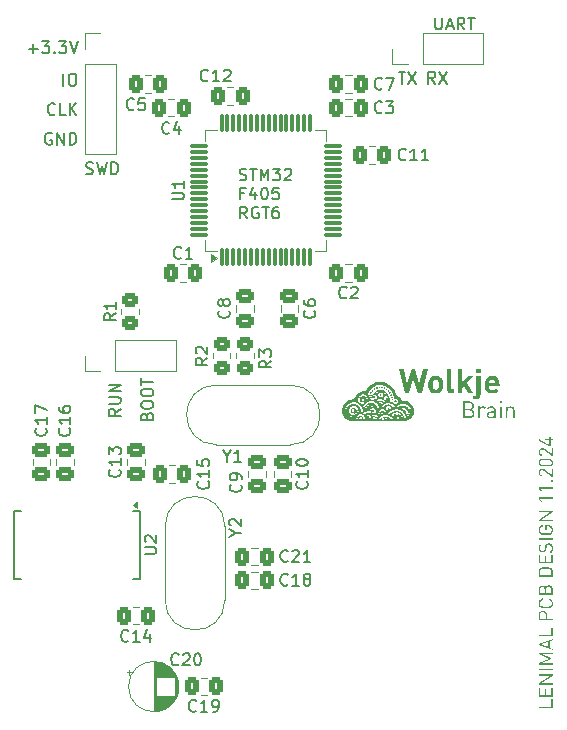
<source format=gto>
G04 #@! TF.GenerationSoftware,KiCad,Pcbnew,8.0.5*
G04 #@! TF.CreationDate,2024-11-24T11:45:07+01:00*
G04 #@! TF.ProjectId,wolkje-brain,776f6c6b-6a65-42d6-9272-61696e2e6b69,rev?*
G04 #@! TF.SameCoordinates,Original*
G04 #@! TF.FileFunction,Legend,Top*
G04 #@! TF.FilePolarity,Positive*
%FSLAX46Y46*%
G04 Gerber Fmt 4.6, Leading zero omitted, Abs format (unit mm)*
G04 Created by KiCad (PCBNEW 8.0.5) date 2024-11-24 11:45:07*
%MOMM*%
%LPD*%
G01*
G04 APERTURE LIST*
G04 Aperture macros list*
%AMRoundRect*
0 Rectangle with rounded corners*
0 $1 Rounding radius*
0 $2 $3 $4 $5 $6 $7 $8 $9 X,Y pos of 4 corners*
0 Add a 4 corners polygon primitive as box body*
4,1,4,$2,$3,$4,$5,$6,$7,$8,$9,$2,$3,0*
0 Add four circle primitives for the rounded corners*
1,1,$1+$1,$2,$3*
1,1,$1+$1,$4,$5*
1,1,$1+$1,$6,$7*
1,1,$1+$1,$8,$9*
0 Add four rect primitives between the rounded corners*
20,1,$1+$1,$2,$3,$4,$5,0*
20,1,$1+$1,$4,$5,$6,$7,0*
20,1,$1+$1,$6,$7,$8,$9,0*
20,1,$1+$1,$8,$9,$2,$3,0*%
G04 Aperture macros list end*
%ADD10C,0.150000*%
%ADD11C,0.000000*%
%ADD12C,0.120000*%
%ADD13RoundRect,0.250000X0.337500X0.475000X-0.337500X0.475000X-0.337500X-0.475000X0.337500X-0.475000X0*%
%ADD14RoundRect,0.250000X-0.475000X0.337500X-0.475000X-0.337500X0.475000X-0.337500X0.475000X0.337500X0*%
%ADD15RoundRect,0.250000X-0.337500X-0.475000X0.337500X-0.475000X0.337500X0.475000X-0.337500X0.475000X0*%
%ADD16R,0.450000X1.750000*%
%ADD17R,1.700000X1.700000*%
%ADD18O,1.700000X1.700000*%
%ADD19R,1.200000X1.200000*%
%ADD20C,1.200000*%
%ADD21C,1.500000*%
%ADD22RoundRect,0.075000X0.075000X-0.700000X0.075000X0.700000X-0.075000X0.700000X-0.075000X-0.700000X0*%
%ADD23RoundRect,0.075000X0.700000X-0.075000X0.700000X0.075000X-0.700000X0.075000X-0.700000X-0.075000X0*%
%ADD24RoundRect,0.250000X0.450000X-0.350000X0.450000X0.350000X-0.450000X0.350000X-0.450000X-0.350000X0*%
%ADD25RoundRect,0.250000X0.475000X-0.337500X0.475000X0.337500X-0.475000X0.337500X-0.475000X-0.337500X0*%
G04 APERTURE END LIST*
D10*
X86238095Y-54954819D02*
X86809523Y-54954819D01*
X86523809Y-55954819D02*
X86523809Y-54954819D01*
X87047619Y-54954819D02*
X87714285Y-55954819D01*
X87714285Y-54954819D02*
X87047619Y-55954819D01*
X72789160Y-64102312D02*
X72932017Y-64149931D01*
X72932017Y-64149931D02*
X73170112Y-64149931D01*
X73170112Y-64149931D02*
X73265350Y-64102312D01*
X73265350Y-64102312D02*
X73312969Y-64054692D01*
X73312969Y-64054692D02*
X73360588Y-63959454D01*
X73360588Y-63959454D02*
X73360588Y-63864216D01*
X73360588Y-63864216D02*
X73312969Y-63768978D01*
X73312969Y-63768978D02*
X73265350Y-63721359D01*
X73265350Y-63721359D02*
X73170112Y-63673740D01*
X73170112Y-63673740D02*
X72979636Y-63626121D01*
X72979636Y-63626121D02*
X72884398Y-63578502D01*
X72884398Y-63578502D02*
X72836779Y-63530883D01*
X72836779Y-63530883D02*
X72789160Y-63435645D01*
X72789160Y-63435645D02*
X72789160Y-63340407D01*
X72789160Y-63340407D02*
X72836779Y-63245169D01*
X72836779Y-63245169D02*
X72884398Y-63197550D01*
X72884398Y-63197550D02*
X72979636Y-63149931D01*
X72979636Y-63149931D02*
X73217731Y-63149931D01*
X73217731Y-63149931D02*
X73360588Y-63197550D01*
X73646303Y-63149931D02*
X74217731Y-63149931D01*
X73932017Y-64149931D02*
X73932017Y-63149931D01*
X74551065Y-64149931D02*
X74551065Y-63149931D01*
X74551065Y-63149931D02*
X74884398Y-63864216D01*
X74884398Y-63864216D02*
X75217731Y-63149931D01*
X75217731Y-63149931D02*
X75217731Y-64149931D01*
X75598684Y-63149931D02*
X76217731Y-63149931D01*
X76217731Y-63149931D02*
X75884398Y-63530883D01*
X75884398Y-63530883D02*
X76027255Y-63530883D01*
X76027255Y-63530883D02*
X76122493Y-63578502D01*
X76122493Y-63578502D02*
X76170112Y-63626121D01*
X76170112Y-63626121D02*
X76217731Y-63721359D01*
X76217731Y-63721359D02*
X76217731Y-63959454D01*
X76217731Y-63959454D02*
X76170112Y-64054692D01*
X76170112Y-64054692D02*
X76122493Y-64102312D01*
X76122493Y-64102312D02*
X76027255Y-64149931D01*
X76027255Y-64149931D02*
X75741541Y-64149931D01*
X75741541Y-64149931D02*
X75646303Y-64102312D01*
X75646303Y-64102312D02*
X75598684Y-64054692D01*
X76598684Y-63245169D02*
X76646303Y-63197550D01*
X76646303Y-63197550D02*
X76741541Y-63149931D01*
X76741541Y-63149931D02*
X76979636Y-63149931D01*
X76979636Y-63149931D02*
X77074874Y-63197550D01*
X77074874Y-63197550D02*
X77122493Y-63245169D01*
X77122493Y-63245169D02*
X77170112Y-63340407D01*
X77170112Y-63340407D02*
X77170112Y-63435645D01*
X77170112Y-63435645D02*
X77122493Y-63578502D01*
X77122493Y-63578502D02*
X76551065Y-64149931D01*
X76551065Y-64149931D02*
X77170112Y-64149931D01*
X73170112Y-65236065D02*
X72836779Y-65236065D01*
X72836779Y-65759875D02*
X72836779Y-64759875D01*
X72836779Y-64759875D02*
X73312969Y-64759875D01*
X74122493Y-65093208D02*
X74122493Y-65759875D01*
X73884398Y-64712256D02*
X73646303Y-65426541D01*
X73646303Y-65426541D02*
X74265350Y-65426541D01*
X74836779Y-64759875D02*
X74932017Y-64759875D01*
X74932017Y-64759875D02*
X75027255Y-64807494D01*
X75027255Y-64807494D02*
X75074874Y-64855113D01*
X75074874Y-64855113D02*
X75122493Y-64950351D01*
X75122493Y-64950351D02*
X75170112Y-65140827D01*
X75170112Y-65140827D02*
X75170112Y-65378922D01*
X75170112Y-65378922D02*
X75122493Y-65569398D01*
X75122493Y-65569398D02*
X75074874Y-65664636D01*
X75074874Y-65664636D02*
X75027255Y-65712256D01*
X75027255Y-65712256D02*
X74932017Y-65759875D01*
X74932017Y-65759875D02*
X74836779Y-65759875D01*
X74836779Y-65759875D02*
X74741541Y-65712256D01*
X74741541Y-65712256D02*
X74693922Y-65664636D01*
X74693922Y-65664636D02*
X74646303Y-65569398D01*
X74646303Y-65569398D02*
X74598684Y-65378922D01*
X74598684Y-65378922D02*
X74598684Y-65140827D01*
X74598684Y-65140827D02*
X74646303Y-64950351D01*
X74646303Y-64950351D02*
X74693922Y-64855113D01*
X74693922Y-64855113D02*
X74741541Y-64807494D01*
X74741541Y-64807494D02*
X74836779Y-64759875D01*
X76074874Y-64759875D02*
X75598684Y-64759875D01*
X75598684Y-64759875D02*
X75551065Y-65236065D01*
X75551065Y-65236065D02*
X75598684Y-65188446D01*
X75598684Y-65188446D02*
X75693922Y-65140827D01*
X75693922Y-65140827D02*
X75932017Y-65140827D01*
X75932017Y-65140827D02*
X76027255Y-65188446D01*
X76027255Y-65188446D02*
X76074874Y-65236065D01*
X76074874Y-65236065D02*
X76122493Y-65331303D01*
X76122493Y-65331303D02*
X76122493Y-65569398D01*
X76122493Y-65569398D02*
X76074874Y-65664636D01*
X76074874Y-65664636D02*
X76027255Y-65712256D01*
X76027255Y-65712256D02*
X75932017Y-65759875D01*
X75932017Y-65759875D02*
X75693922Y-65759875D01*
X75693922Y-65759875D02*
X75598684Y-65712256D01*
X75598684Y-65712256D02*
X75551065Y-65664636D01*
X73408207Y-67369819D02*
X73074874Y-66893628D01*
X72836779Y-67369819D02*
X72836779Y-66369819D01*
X72836779Y-66369819D02*
X73217731Y-66369819D01*
X73217731Y-66369819D02*
X73312969Y-66417438D01*
X73312969Y-66417438D02*
X73360588Y-66465057D01*
X73360588Y-66465057D02*
X73408207Y-66560295D01*
X73408207Y-66560295D02*
X73408207Y-66703152D01*
X73408207Y-66703152D02*
X73360588Y-66798390D01*
X73360588Y-66798390D02*
X73312969Y-66846009D01*
X73312969Y-66846009D02*
X73217731Y-66893628D01*
X73217731Y-66893628D02*
X72836779Y-66893628D01*
X74360588Y-66417438D02*
X74265350Y-66369819D01*
X74265350Y-66369819D02*
X74122493Y-66369819D01*
X74122493Y-66369819D02*
X73979636Y-66417438D01*
X73979636Y-66417438D02*
X73884398Y-66512676D01*
X73884398Y-66512676D02*
X73836779Y-66607914D01*
X73836779Y-66607914D02*
X73789160Y-66798390D01*
X73789160Y-66798390D02*
X73789160Y-66941247D01*
X73789160Y-66941247D02*
X73836779Y-67131723D01*
X73836779Y-67131723D02*
X73884398Y-67226961D01*
X73884398Y-67226961D02*
X73979636Y-67322200D01*
X73979636Y-67322200D02*
X74122493Y-67369819D01*
X74122493Y-67369819D02*
X74217731Y-67369819D01*
X74217731Y-67369819D02*
X74360588Y-67322200D01*
X74360588Y-67322200D02*
X74408207Y-67274580D01*
X74408207Y-67274580D02*
X74408207Y-66941247D01*
X74408207Y-66941247D02*
X74217731Y-66941247D01*
X74693922Y-66369819D02*
X75265350Y-66369819D01*
X74979636Y-67369819D02*
X74979636Y-66369819D01*
X76027255Y-66369819D02*
X75836779Y-66369819D01*
X75836779Y-66369819D02*
X75741541Y-66417438D01*
X75741541Y-66417438D02*
X75693922Y-66465057D01*
X75693922Y-66465057D02*
X75598684Y-66607914D01*
X75598684Y-66607914D02*
X75551065Y-66798390D01*
X75551065Y-66798390D02*
X75551065Y-67179342D01*
X75551065Y-67179342D02*
X75598684Y-67274580D01*
X75598684Y-67274580D02*
X75646303Y-67322200D01*
X75646303Y-67322200D02*
X75741541Y-67369819D01*
X75741541Y-67369819D02*
X75932017Y-67369819D01*
X75932017Y-67369819D02*
X76027255Y-67322200D01*
X76027255Y-67322200D02*
X76074874Y-67274580D01*
X76074874Y-67274580D02*
X76122493Y-67179342D01*
X76122493Y-67179342D02*
X76122493Y-66941247D01*
X76122493Y-66941247D02*
X76074874Y-66846009D01*
X76074874Y-66846009D02*
X76027255Y-66798390D01*
X76027255Y-66798390D02*
X75932017Y-66750771D01*
X75932017Y-66750771D02*
X75741541Y-66750771D01*
X75741541Y-66750771D02*
X75646303Y-66798390D01*
X75646303Y-66798390D02*
X75598684Y-66846009D01*
X75598684Y-66846009D02*
X75551065Y-66941247D01*
X54913221Y-52988866D02*
X55675126Y-52988866D01*
X55294173Y-53369819D02*
X55294173Y-52607914D01*
X56056078Y-52369819D02*
X56675125Y-52369819D01*
X56675125Y-52369819D02*
X56341792Y-52750771D01*
X56341792Y-52750771D02*
X56484649Y-52750771D01*
X56484649Y-52750771D02*
X56579887Y-52798390D01*
X56579887Y-52798390D02*
X56627506Y-52846009D01*
X56627506Y-52846009D02*
X56675125Y-52941247D01*
X56675125Y-52941247D02*
X56675125Y-53179342D01*
X56675125Y-53179342D02*
X56627506Y-53274580D01*
X56627506Y-53274580D02*
X56579887Y-53322200D01*
X56579887Y-53322200D02*
X56484649Y-53369819D01*
X56484649Y-53369819D02*
X56198935Y-53369819D01*
X56198935Y-53369819D02*
X56103697Y-53322200D01*
X56103697Y-53322200D02*
X56056078Y-53274580D01*
X57103697Y-53274580D02*
X57151316Y-53322200D01*
X57151316Y-53322200D02*
X57103697Y-53369819D01*
X57103697Y-53369819D02*
X57056078Y-53322200D01*
X57056078Y-53322200D02*
X57103697Y-53274580D01*
X57103697Y-53274580D02*
X57103697Y-53369819D01*
X57484649Y-52369819D02*
X58103696Y-52369819D01*
X58103696Y-52369819D02*
X57770363Y-52750771D01*
X57770363Y-52750771D02*
X57913220Y-52750771D01*
X57913220Y-52750771D02*
X58008458Y-52798390D01*
X58008458Y-52798390D02*
X58056077Y-52846009D01*
X58056077Y-52846009D02*
X58103696Y-52941247D01*
X58103696Y-52941247D02*
X58103696Y-53179342D01*
X58103696Y-53179342D02*
X58056077Y-53274580D01*
X58056077Y-53274580D02*
X58008458Y-53322200D01*
X58008458Y-53322200D02*
X57913220Y-53369819D01*
X57913220Y-53369819D02*
X57627506Y-53369819D01*
X57627506Y-53369819D02*
X57532268Y-53322200D01*
X57532268Y-53322200D02*
X57484649Y-53274580D01*
X58389411Y-52369819D02*
X58722744Y-53369819D01*
X58722744Y-53369819D02*
X59056077Y-52369819D01*
G36*
X99296000Y-108087899D02*
G01*
X99181987Y-108087899D01*
X99181987Y-108699288D01*
X98095497Y-108699288D01*
X98095497Y-108827076D01*
X99296000Y-108827076D01*
X99296000Y-108087899D01*
G37*
G36*
X99296000Y-107121870D02*
G01*
X99181987Y-107121870D01*
X99181987Y-107736775D01*
X98752022Y-107736775D01*
X98752022Y-107212728D01*
X98638009Y-107212728D01*
X98638009Y-107736775D01*
X98209803Y-107736775D01*
X98209803Y-107121870D01*
X98095497Y-107121870D01*
X98095497Y-107864563D01*
X99296000Y-107864563D01*
X99296000Y-107121870D01*
G37*
G36*
X99296000Y-105973831D02*
G01*
X98095497Y-105973831D01*
X98095497Y-106101325D01*
X99055078Y-106101325D01*
X98095497Y-106736454D01*
X98095497Y-106857501D01*
X99296000Y-106857501D01*
X99296000Y-106729713D01*
X98333487Y-106729713D01*
X99296000Y-106094877D01*
X99296000Y-105973831D01*
G37*
G36*
X99296000Y-105499902D02*
G01*
X98095497Y-105499902D01*
X98095497Y-105627690D01*
X99296000Y-105627690D01*
X99296000Y-105499902D01*
G37*
G36*
X99296000Y-104129113D02*
G01*
X98095497Y-104129113D01*
X98095497Y-104256901D01*
X98947221Y-104636454D01*
X98095497Y-105026266D01*
X98095497Y-105154054D01*
X99296000Y-105154054D01*
X99296000Y-105026266D01*
X98383899Y-105026266D01*
X99107249Y-104693607D01*
X99107249Y-104584577D01*
X98383899Y-104256901D01*
X99296000Y-104256901D01*
X99296000Y-104129113D01*
G37*
G36*
X99296000Y-103086294D02*
G01*
X99031924Y-103182135D01*
X99031924Y-103704717D01*
X99296000Y-103800265D01*
X99296000Y-103936552D01*
X98095497Y-103496329D01*
X98095497Y-103440935D01*
X98281024Y-103440935D01*
X98920842Y-103666029D01*
X98920842Y-103219064D01*
X98281024Y-103440935D01*
X98095497Y-103440935D01*
X98095497Y-103388764D01*
X99296000Y-102950300D01*
X99296000Y-103086294D01*
G37*
G36*
X99296000Y-102018562D02*
G01*
X99181987Y-102018562D01*
X99181987Y-102629951D01*
X98095497Y-102629951D01*
X98095497Y-102757739D01*
X99296000Y-102757739D01*
X99296000Y-102018562D01*
G37*
G36*
X98471597Y-100563510D02*
G01*
X98547795Y-100573826D01*
X98615572Y-100597087D01*
X98674259Y-100632309D01*
X98723185Y-100678506D01*
X98761681Y-100734691D01*
X98789076Y-100799880D01*
X98804703Y-100873085D01*
X98808295Y-100932658D01*
X98808295Y-101250076D01*
X99296000Y-101250076D01*
X99296000Y-101377864D01*
X98095497Y-101377864D01*
X98095497Y-100944382D01*
X98209803Y-100944382D01*
X98209803Y-101250076D01*
X98694283Y-101250076D01*
X98694283Y-100944382D01*
X98688266Y-100877846D01*
X98670280Y-100819278D01*
X98633027Y-100761420D01*
X98578834Y-100719326D01*
X98520851Y-100697981D01*
X98451310Y-100690565D01*
X98381768Y-100697981D01*
X98323996Y-100719326D01*
X98270216Y-100761420D01*
X98233407Y-100819278D01*
X98215705Y-100877846D01*
X98209803Y-100944382D01*
X98095497Y-100944382D01*
X98095497Y-100932658D01*
X98095896Y-100912387D01*
X98105295Y-100835542D01*
X98126709Y-100766222D01*
X98159505Y-100705411D01*
X98203051Y-100654097D01*
X98256717Y-100613265D01*
X98319868Y-100583900D01*
X98391875Y-100566988D01*
X98451310Y-100563070D01*
X98471597Y-100563510D01*
G37*
G36*
X98958065Y-99532561D02*
G01*
X98958065Y-99660055D01*
X99022892Y-99680325D01*
X99079287Y-99710723D01*
X99126205Y-99750558D01*
X99162599Y-99799139D01*
X99187423Y-99855776D01*
X99199629Y-99919777D01*
X99200745Y-99947285D01*
X99195139Y-100005665D01*
X99175991Y-100067440D01*
X99144150Y-100122520D01*
X99116334Y-100154207D01*
X99063090Y-100194774D01*
X99008475Y-100216960D01*
X98938757Y-100229999D01*
X98864464Y-100235568D01*
X98791739Y-100237531D01*
X98728187Y-100238006D01*
X98705127Y-100238032D01*
X98638867Y-100237766D01*
X98562928Y-100236234D01*
X98499419Y-100232718D01*
X98434604Y-100224476D01*
X98373272Y-100207156D01*
X98316248Y-100173746D01*
X98294213Y-100154207D01*
X98254431Y-100105068D01*
X98226717Y-100047461D01*
X98212008Y-99984046D01*
X98209803Y-99947285D01*
X98216669Y-99880762D01*
X98236572Y-99821682D01*
X98268463Y-99770573D01*
X98311297Y-99727967D01*
X98364027Y-99694393D01*
X98425607Y-99670381D01*
X98452482Y-99663572D01*
X98452482Y-99532561D01*
X98391529Y-99546954D01*
X98335734Y-99567334D01*
X98269683Y-99603270D01*
X98213562Y-99648528D01*
X98167802Y-99702352D01*
X98132838Y-99763987D01*
X98109102Y-99832676D01*
X98097027Y-99907665D01*
X98095497Y-99947285D01*
X98100086Y-100012368D01*
X98113658Y-100074627D01*
X98135924Y-100133400D01*
X98166595Y-100188027D01*
X98205380Y-100237848D01*
X98220061Y-100253272D01*
X98273822Y-100298215D01*
X98331324Y-100329247D01*
X98395581Y-100348945D01*
X98453873Y-100358273D01*
X98519958Y-100363316D01*
X98595377Y-100365390D01*
X98658995Y-100365792D01*
X98705127Y-100365819D01*
X98773260Y-100365727D01*
X98834827Y-100365078D01*
X98907830Y-100362385D01*
X98971865Y-100356395D01*
X99041653Y-100342261D01*
X99102861Y-100318339D01*
X99158510Y-100282051D01*
X99190487Y-100253272D01*
X99231885Y-100205201D01*
X99265227Y-100152103D01*
X99290245Y-100094638D01*
X99306674Y-100033468D01*
X99314247Y-99969252D01*
X99314757Y-99947285D01*
X99311333Y-99888665D01*
X99296330Y-99815274D01*
X99269791Y-99748129D01*
X99232140Y-99688100D01*
X99183804Y-99636056D01*
X99125209Y-99592866D01*
X99056780Y-99559399D01*
X98999262Y-99541201D01*
X98958065Y-99532561D01*
G37*
G36*
X99038839Y-98436280D02*
G01*
X99106571Y-98455541D01*
X99164108Y-98486536D01*
X99211369Y-98528356D01*
X99248271Y-98580096D01*
X99274732Y-98640848D01*
X99290669Y-98709706D01*
X99296000Y-98785764D01*
X99296000Y-99251193D01*
X98095497Y-99251193D01*
X98095497Y-98810969D01*
X98209803Y-98810969D01*
X98209803Y-99123405D01*
X98620717Y-99123405D01*
X98620717Y-98810969D01*
X98620082Y-98797487D01*
X98735023Y-98797487D01*
X98735023Y-99123405D01*
X99181987Y-99123405D01*
X99181987Y-98797487D01*
X99177967Y-98744762D01*
X99162102Y-98686817D01*
X99128308Y-98630077D01*
X99079828Y-98588673D01*
X99018159Y-98564067D01*
X98957772Y-98557445D01*
X98908819Y-98561701D01*
X98845328Y-98583366D01*
X98794960Y-98622072D01*
X98759058Y-98676357D01*
X98741161Y-98732443D01*
X98735023Y-98797487D01*
X98620082Y-98797487D01*
X98618999Y-98774491D01*
X98605085Y-98707775D01*
X98576812Y-98651750D01*
X98533717Y-98609254D01*
X98475336Y-98583128D01*
X98414674Y-98575910D01*
X98376910Y-98578548D01*
X98313468Y-98598586D01*
X98265645Y-98635941D01*
X98232852Y-98687772D01*
X98214497Y-98751240D01*
X98209803Y-98810969D01*
X98095497Y-98810969D01*
X98095497Y-98801004D01*
X98101010Y-98726011D01*
X98117232Y-98657953D01*
X98143689Y-98597774D01*
X98179907Y-98546418D01*
X98225413Y-98504830D01*
X98279732Y-98473956D01*
X98342391Y-98454738D01*
X98412915Y-98448122D01*
X98436005Y-98448996D01*
X98501017Y-98461513D01*
X98558578Y-98487322D01*
X98607323Y-98524429D01*
X98645882Y-98570841D01*
X98672887Y-98624563D01*
X98691422Y-98583370D01*
X98729131Y-98528708D01*
X98778254Y-98484246D01*
X98838258Y-98451840D01*
X98896188Y-98435382D01*
X98960996Y-98429658D01*
X99038839Y-98436280D01*
G37*
G36*
X98813773Y-96882735D02*
G01*
X98881896Y-96886278D01*
X98949565Y-96894042D01*
X99015257Y-96907645D01*
X99077445Y-96928704D01*
X99134605Y-96958838D01*
X99185211Y-96999665D01*
X99191898Y-97006522D01*
X99233063Y-97059822D01*
X99260337Y-97112375D01*
X99280033Y-97170631D01*
X99291979Y-97233987D01*
X99296000Y-97301842D01*
X99296000Y-97711877D01*
X98095497Y-97711877D01*
X98095497Y-97323824D01*
X98209803Y-97323824D01*
X98209803Y-97584089D01*
X99181987Y-97584089D01*
X99181987Y-97323824D01*
X99177275Y-97256839D01*
X99162093Y-97194827D01*
X99134877Y-97138475D01*
X99094060Y-97088471D01*
X99085739Y-97080999D01*
X99025637Y-97045815D01*
X98964744Y-97027332D01*
X98897090Y-97016518D01*
X98825545Y-97011327D01*
X98752980Y-97009713D01*
X98682266Y-97009630D01*
X98613341Y-97009713D01*
X98545310Y-97011327D01*
X98479795Y-97016518D01*
X98418421Y-97027332D01*
X98352523Y-97050612D01*
X98297730Y-97088471D01*
X98291831Y-97094351D01*
X98252799Y-97145186D01*
X98227173Y-97202283D01*
X98213386Y-97264954D01*
X98209803Y-97323824D01*
X98095497Y-97323824D01*
X98095497Y-97301842D01*
X98095610Y-97290246D01*
X98100999Y-97223099D01*
X98114318Y-97160551D01*
X98135371Y-97103203D01*
X98163961Y-97051660D01*
X98206579Y-96999665D01*
X98256014Y-96958838D01*
X98310086Y-96928704D01*
X98367908Y-96907645D01*
X98428595Y-96894042D01*
X98491261Y-96886278D01*
X98555019Y-96882735D01*
X98618982Y-96881795D01*
X98682266Y-96881842D01*
X98746721Y-96881795D01*
X98813773Y-96882735D01*
G37*
G36*
X99296000Y-95839023D02*
G01*
X99181987Y-95839023D01*
X99181987Y-96453928D01*
X98752022Y-96453928D01*
X98752022Y-95929881D01*
X98638009Y-95929881D01*
X98638009Y-96453928D01*
X98209803Y-96453928D01*
X98209803Y-95839023D01*
X98095497Y-95839023D01*
X98095497Y-96581716D01*
X99296000Y-96581716D01*
X99296000Y-95839023D01*
G37*
G36*
X98974771Y-94853942D02*
G01*
X98912076Y-94858942D01*
X98854841Y-94873745D01*
X98796963Y-94902290D01*
X98748071Y-94942814D01*
X98737367Y-94954766D01*
X98701733Y-95005079D01*
X98677811Y-95060752D01*
X98661451Y-95124349D01*
X98652957Y-95173119D01*
X98632734Y-95304131D01*
X98619526Y-95361613D01*
X98596891Y-95419336D01*
X98567081Y-95465331D01*
X98516694Y-95502724D01*
X98455778Y-95518022D01*
X98429035Y-95519260D01*
X98369937Y-95512593D01*
X98309021Y-95487544D01*
X98260693Y-95444826D01*
X98226725Y-95385426D01*
X98210668Y-95323893D01*
X98206579Y-95267201D01*
X98210294Y-95201006D01*
X98221339Y-95143084D01*
X98243289Y-95083722D01*
X98274770Y-95030663D01*
X98309161Y-94988178D01*
X98226802Y-94906113D01*
X98187280Y-94954158D01*
X98149789Y-95013257D01*
X98122569Y-95075936D01*
X98105017Y-95144317D01*
X98097340Y-95207187D01*
X98095497Y-95262219D01*
X98098991Y-95326390D01*
X98109257Y-95385510D01*
X98132924Y-95456003D01*
X98167297Y-95516375D01*
X98211614Y-95565971D01*
X98265112Y-95604141D01*
X98327027Y-95630231D01*
X98396599Y-95643589D01*
X98434018Y-95645289D01*
X98493968Y-95640952D01*
X98554897Y-95625359D01*
X98607892Y-95598394D01*
X98653117Y-95560029D01*
X98658233Y-95554431D01*
X98692953Y-95505426D01*
X98720480Y-95446162D01*
X98738940Y-95385123D01*
X98749091Y-95334319D01*
X98771073Y-95195101D01*
X98782220Y-95133324D01*
X98802750Y-95074382D01*
X98828226Y-95038590D01*
X98878531Y-95001566D01*
X98938663Y-94984396D01*
X98978288Y-94981730D01*
X99039539Y-94989436D01*
X99101166Y-95018150D01*
X99148889Y-95066622D01*
X99177309Y-95120980D01*
X99194788Y-95187067D01*
X99200503Y-95247773D01*
X99200745Y-95263977D01*
X99198250Y-95324017D01*
X99187899Y-95389539D01*
X99168218Y-95449768D01*
X99137829Y-95506642D01*
X99095350Y-95562096D01*
X99069147Y-95589895D01*
X99156781Y-95677236D01*
X99204802Y-95623877D01*
X99243422Y-95568451D01*
X99273158Y-95509663D01*
X99294525Y-95446218D01*
X99308042Y-95376821D01*
X99313549Y-95316148D01*
X99314757Y-95267201D01*
X99311389Y-95199576D01*
X99301440Y-95136771D01*
X99285148Y-95079186D01*
X99253965Y-95011218D01*
X99212484Y-94954189D01*
X99161265Y-94909048D01*
X99100868Y-94876741D01*
X99031852Y-94858219D01*
X98974771Y-94853942D01*
G37*
G36*
X99296000Y-94459734D02*
G01*
X98095497Y-94459734D01*
X98095497Y-94587522D01*
X99296000Y-94587522D01*
X99296000Y-94459734D01*
G37*
G36*
X98867207Y-93319316D02*
G01*
X98676990Y-93319316D01*
X98676990Y-93740781D01*
X98789538Y-93740781D01*
X98789538Y-93446810D01*
X98880689Y-93446810D01*
X98945412Y-93450460D01*
X99008499Y-93464246D01*
X99063888Y-93489825D01*
X99097870Y-93514221D01*
X99142383Y-93560708D01*
X99174586Y-93615521D01*
X99194150Y-93676324D01*
X99200745Y-93740781D01*
X99195139Y-93799161D01*
X99175991Y-93860936D01*
X99144150Y-93916016D01*
X99116334Y-93947704D01*
X99063096Y-93988270D01*
X99008514Y-94010456D01*
X98938879Y-94023495D01*
X98864711Y-94029064D01*
X98792131Y-94031027D01*
X98728719Y-94031502D01*
X98705713Y-94031528D01*
X98639422Y-94031263D01*
X98563574Y-94029730D01*
X98500264Y-94026214D01*
X98435776Y-94017972D01*
X98374829Y-94000653D01*
X98318039Y-93967242D01*
X98295972Y-93947704D01*
X98255851Y-93898564D01*
X98227432Y-93840957D01*
X98212124Y-93777542D01*
X98209803Y-93740781D01*
X98216478Y-93673907D01*
X98235985Y-93613910D01*
X98267545Y-93561528D01*
X98310381Y-93517499D01*
X98363714Y-93482562D01*
X98426766Y-93457453D01*
X98454534Y-93450327D01*
X98454534Y-93322540D01*
X98396915Y-93335547D01*
X98325984Y-93362305D01*
X98262704Y-93399331D01*
X98208071Y-93446085D01*
X98163081Y-93502027D01*
X98128730Y-93566619D01*
X98106013Y-93639321D01*
X98097211Y-93698845D01*
X98095497Y-93740781D01*
X98100086Y-93806409D01*
X98113658Y-93868767D01*
X98135924Y-93927370D01*
X98166595Y-93981730D01*
X98205380Y-94031360D01*
X98220061Y-94046769D01*
X98273842Y-94091711D01*
X98331401Y-94122743D01*
X98395744Y-94142441D01*
X98454122Y-94151770D01*
X98520303Y-94156812D01*
X98595827Y-94158886D01*
X98659526Y-94159288D01*
X98705713Y-94159316D01*
X98773697Y-94159223D01*
X98835142Y-94158574D01*
X98908021Y-94155881D01*
X98971970Y-94149891D01*
X99041692Y-94135757D01*
X99102871Y-94111835D01*
X99158511Y-94075548D01*
X99190487Y-94046769D01*
X99231885Y-93998697D01*
X99265227Y-93945599D01*
X99290245Y-93888134D01*
X99306674Y-93826964D01*
X99314247Y-93762749D01*
X99314757Y-93740781D01*
X99309831Y-93673041D01*
X99295128Y-93608133D01*
X99270766Y-93546787D01*
X99236859Y-93489735D01*
X99193524Y-93437705D01*
X99177004Y-93421605D01*
X99130859Y-93384738D01*
X99071742Y-93352942D01*
X99015100Y-93334531D01*
X98951612Y-93323575D01*
X98892566Y-93319653D01*
X98867207Y-93319316D01*
G37*
G36*
X99296000Y-92138743D02*
G01*
X98095497Y-92138743D01*
X98095497Y-92266238D01*
X99055078Y-92266238D01*
X98095497Y-92901367D01*
X98095497Y-93022414D01*
X99296000Y-93022414D01*
X99296000Y-92894626D01*
X98333487Y-92894626D01*
X99296000Y-92259790D01*
X99296000Y-92138743D01*
G37*
G36*
X99296000Y-90993928D02*
G01*
X98095497Y-90993928D01*
X98095497Y-91114975D01*
X98289524Y-91338311D01*
X98427863Y-91338311D01*
X98230612Y-91114975D01*
X99296000Y-91114975D01*
X99296000Y-90993928D01*
G37*
G36*
X99296000Y-90116999D02*
G01*
X98095497Y-90116999D01*
X98095497Y-90238046D01*
X98289524Y-90461381D01*
X98427863Y-90461381D01*
X98230612Y-90238046D01*
X99296000Y-90238046D01*
X99296000Y-90116999D01*
G37*
G36*
X99296000Y-89488611D02*
G01*
X99138316Y-89488611D01*
X99138316Y-89646587D01*
X99296000Y-89646587D01*
X99296000Y-89488611D01*
G37*
G36*
X99296000Y-88566252D02*
G01*
X99188728Y-88566252D01*
X99188728Y-89080334D01*
X98657646Y-88662093D01*
X98605366Y-88624044D01*
X98548802Y-88592603D01*
X98490686Y-88573533D01*
X98425852Y-88566341D01*
X98417018Y-88566252D01*
X98347075Y-88572341D01*
X98284307Y-88590066D01*
X98229377Y-88618617D01*
X98182948Y-88657184D01*
X98145683Y-88704955D01*
X98118244Y-88761121D01*
X98101294Y-88824871D01*
X98095497Y-88895394D01*
X98101718Y-88967023D01*
X98119714Y-89031320D01*
X98148480Y-89087599D01*
X98187015Y-89135179D01*
X98234315Y-89173376D01*
X98289377Y-89201505D01*
X98351199Y-89218884D01*
X98418777Y-89224829D01*
X98418777Y-89103782D01*
X98353274Y-89096973D01*
X98291493Y-89072680D01*
X98246936Y-89033919D01*
X98215129Y-88974817D01*
X98203794Y-88916040D01*
X98203062Y-88895394D01*
X98211781Y-88827540D01*
X98236833Y-88771978D01*
X98284492Y-88723912D01*
X98339246Y-88698122D01*
X98405084Y-88687524D01*
X98417018Y-88687299D01*
X98480240Y-88695071D01*
X98538897Y-88718720D01*
X98592287Y-88754417D01*
X99188728Y-89226587D01*
X99296000Y-89226587D01*
X99296000Y-88566252D01*
G37*
G36*
X99056251Y-87704244D02*
G01*
X99120383Y-87722762D01*
X99176684Y-87752258D01*
X99224412Y-87791612D01*
X99262825Y-87839703D01*
X99291182Y-87895412D01*
X99308740Y-87957619D01*
X99314757Y-88025205D01*
X99308740Y-88092888D01*
X99291182Y-88155169D01*
X99262825Y-88210930D01*
X99224412Y-88259056D01*
X99176684Y-88298430D01*
X99120383Y-88327937D01*
X99056251Y-88346459D01*
X98985030Y-88352882D01*
X98425518Y-88352882D01*
X98354284Y-88346459D01*
X98290119Y-88327937D01*
X98233771Y-88298430D01*
X98185989Y-88259056D01*
X98147522Y-88210930D01*
X98119118Y-88155169D01*
X98101527Y-88092888D01*
X98095497Y-88025205D01*
X98203062Y-88025205D01*
X98205590Y-88060981D01*
X98224857Y-88122918D01*
X98260949Y-88171541D01*
X98311314Y-88206260D01*
X98373403Y-88226482D01*
X98432259Y-88231835D01*
X98978288Y-88231835D01*
X99002501Y-88230973D01*
X99069495Y-88218220D01*
X99126041Y-88190675D01*
X99169588Y-88148931D01*
X99197586Y-88093577D01*
X99207486Y-88025205D01*
X99204958Y-87989429D01*
X99185690Y-87927493D01*
X99149598Y-87878870D01*
X99099233Y-87844151D01*
X99037144Y-87823928D01*
X98978288Y-87818576D01*
X98432259Y-87818576D01*
X98408047Y-87819438D01*
X98341053Y-87832191D01*
X98284507Y-87859735D01*
X98240960Y-87901480D01*
X98212961Y-87956834D01*
X98203062Y-88025205D01*
X98095497Y-88025205D01*
X98101527Y-87957619D01*
X98119118Y-87895412D01*
X98147522Y-87839703D01*
X98185989Y-87791612D01*
X98233771Y-87752258D01*
X98290119Y-87722762D01*
X98354284Y-87704244D01*
X98425518Y-87697822D01*
X98985030Y-87697822D01*
X99056251Y-87704244D01*
G37*
G36*
X99296000Y-86812393D02*
G01*
X99188728Y-86812393D01*
X99188728Y-87326475D01*
X98657646Y-86908234D01*
X98605366Y-86870185D01*
X98548802Y-86838744D01*
X98490686Y-86819674D01*
X98425852Y-86812482D01*
X98417018Y-86812393D01*
X98347075Y-86818482D01*
X98284307Y-86836207D01*
X98229377Y-86864758D01*
X98182948Y-86903325D01*
X98145683Y-86951096D01*
X98118244Y-87007262D01*
X98101294Y-87071012D01*
X98095497Y-87141535D01*
X98101718Y-87213164D01*
X98119714Y-87277460D01*
X98148480Y-87333740D01*
X98187015Y-87381320D01*
X98234315Y-87419516D01*
X98289377Y-87447646D01*
X98351199Y-87465025D01*
X98418777Y-87470969D01*
X98418777Y-87349923D01*
X98353274Y-87343114D01*
X98291493Y-87318821D01*
X98246936Y-87280059D01*
X98215129Y-87220958D01*
X98203794Y-87162181D01*
X98203062Y-87141535D01*
X98211781Y-87073681D01*
X98236833Y-87018119D01*
X98284492Y-86970053D01*
X98339246Y-86944263D01*
X98405084Y-86933665D01*
X98417018Y-86933440D01*
X98480240Y-86941212D01*
X98538897Y-86964861D01*
X98592287Y-87000558D01*
X99188728Y-87472728D01*
X99296000Y-87472728D01*
X99296000Y-86812393D01*
G37*
G36*
X99105197Y-85900000D02*
G01*
X98995874Y-85900000D01*
X98995874Y-86046252D01*
X98655302Y-86046252D01*
X98655302Y-86165540D01*
X98995874Y-86165540D01*
X98995874Y-86513440D01*
X98095497Y-86081716D01*
X98095497Y-86210969D01*
X98995874Y-86642693D01*
X99105197Y-86642693D01*
X99105197Y-86165540D01*
X99296000Y-86165540D01*
X99296000Y-86046252D01*
X99105197Y-86046252D01*
X99105197Y-85900000D01*
G37*
X89336779Y-50369819D02*
X89336779Y-51179342D01*
X89336779Y-51179342D02*
X89384398Y-51274580D01*
X89384398Y-51274580D02*
X89432017Y-51322200D01*
X89432017Y-51322200D02*
X89527255Y-51369819D01*
X89527255Y-51369819D02*
X89717731Y-51369819D01*
X89717731Y-51369819D02*
X89812969Y-51322200D01*
X89812969Y-51322200D02*
X89860588Y-51274580D01*
X89860588Y-51274580D02*
X89908207Y-51179342D01*
X89908207Y-51179342D02*
X89908207Y-50369819D01*
X90336779Y-51084104D02*
X90812969Y-51084104D01*
X90241541Y-51369819D02*
X90574874Y-50369819D01*
X90574874Y-50369819D02*
X90908207Y-51369819D01*
X91812969Y-51369819D02*
X91479636Y-50893628D01*
X91241541Y-51369819D02*
X91241541Y-50369819D01*
X91241541Y-50369819D02*
X91622493Y-50369819D01*
X91622493Y-50369819D02*
X91717731Y-50417438D01*
X91717731Y-50417438D02*
X91765350Y-50465057D01*
X91765350Y-50465057D02*
X91812969Y-50560295D01*
X91812969Y-50560295D02*
X91812969Y-50703152D01*
X91812969Y-50703152D02*
X91765350Y-50798390D01*
X91765350Y-50798390D02*
X91717731Y-50846009D01*
X91717731Y-50846009D02*
X91622493Y-50893628D01*
X91622493Y-50893628D02*
X91241541Y-50893628D01*
X92098684Y-50369819D02*
X92670112Y-50369819D01*
X92384398Y-51369819D02*
X92384398Y-50369819D01*
G36*
X92314456Y-82867845D02*
G01*
X92393857Y-82886770D01*
X92464067Y-82917637D01*
X92523982Y-82959892D01*
X92572500Y-83012982D01*
X92608521Y-83076355D01*
X92630941Y-83149456D01*
X92638660Y-83231734D01*
X92637640Y-83258672D01*
X92623037Y-83334519D01*
X92592927Y-83401675D01*
X92549635Y-83458543D01*
X92495488Y-83503529D01*
X92432812Y-83535035D01*
X92480870Y-83556659D01*
X92544644Y-83600652D01*
X92596516Y-83657963D01*
X92634323Y-83727967D01*
X92653523Y-83795553D01*
X92660202Y-83871162D01*
X92652476Y-83961979D01*
X92630004Y-84040999D01*
X92593844Y-84108127D01*
X92545054Y-84163264D01*
X92484690Y-84206317D01*
X92413813Y-84237187D01*
X92333478Y-84255780D01*
X92244745Y-84262000D01*
X91701744Y-84262000D01*
X91701744Y-84128985D01*
X91850830Y-84128985D01*
X92231067Y-84128985D01*
X92292580Y-84124295D01*
X92360182Y-84105785D01*
X92426379Y-84066359D01*
X92474683Y-84009800D01*
X92503391Y-83937853D01*
X92511116Y-83867401D01*
X92506151Y-83810289D01*
X92480875Y-83736216D01*
X92435718Y-83677453D01*
X92372385Y-83635568D01*
X92306953Y-83614688D01*
X92231067Y-83607526D01*
X91850830Y-83607526D01*
X91850830Y-84128985D01*
X91701744Y-84128985D01*
X91701744Y-83474170D01*
X91850830Y-83474170D01*
X92215338Y-83474170D01*
X92257897Y-83472166D01*
X92335731Y-83455933D01*
X92401094Y-83422948D01*
X92450673Y-83372670D01*
X92481153Y-83304559D01*
X92489574Y-83233786D01*
X92486496Y-83189728D01*
X92463118Y-83115712D01*
X92419538Y-83059920D01*
X92359068Y-83021661D01*
X92285023Y-83000246D01*
X92215338Y-82994770D01*
X91850830Y-82994770D01*
X91850830Y-83474170D01*
X91701744Y-83474170D01*
X91701744Y-82861413D01*
X92226964Y-82861413D01*
X92314456Y-82867845D01*
G37*
G36*
X93628234Y-83367484D02*
G01*
X93569389Y-83320270D01*
X93507039Y-83291840D01*
X93438491Y-83278909D01*
X93396741Y-83277212D01*
X93324733Y-83284091D01*
X93257413Y-83303969D01*
X93189962Y-83341143D01*
X93136809Y-83392110D01*
X93126266Y-83406808D01*
X93126266Y-83289180D01*
X92985045Y-83289180D01*
X92985045Y-84262000D01*
X93126266Y-84262000D01*
X93126266Y-83664288D01*
X93135528Y-83584914D01*
X93162276Y-83516156D01*
X93204955Y-83461057D01*
X93262011Y-83422660D01*
X93331887Y-83404008D01*
X93357759Y-83402704D01*
X93429082Y-83411161D01*
X93490958Y-83443904D01*
X93524284Y-83474170D01*
X93628234Y-83367484D01*
G37*
G36*
X94116470Y-83277540D02*
G01*
X94204299Y-83285380D01*
X94279850Y-83303617D01*
X94357105Y-83340931D01*
X94415361Y-83394252D01*
X94454719Y-83463447D01*
X94472667Y-83530142D01*
X94478639Y-83606842D01*
X94478639Y-84272258D01*
X94337759Y-84272258D01*
X94337759Y-84180276D01*
X94330408Y-84187462D01*
X94271858Y-84234384D01*
X94209317Y-84264351D01*
X94136501Y-84279961D01*
X94059420Y-84283884D01*
X93989966Y-84281136D01*
X93912852Y-84268352D01*
X93843224Y-84240224D01*
X93786894Y-84196005D01*
X93746128Y-84138559D01*
X93721712Y-84067863D01*
X93714403Y-83996654D01*
X93714539Y-83994602D01*
X93851521Y-83994602D01*
X93852330Y-84015252D01*
X93872126Y-84083998D01*
X93927432Y-84135356D01*
X93995892Y-84156759D01*
X94073098Y-84162495D01*
X94088433Y-84162415D01*
X94161515Y-84157482D01*
X94228336Y-84138474D01*
X94288520Y-84096501D01*
X94312620Y-84063877D01*
X94333089Y-83996043D01*
X94337759Y-83926898D01*
X94337759Y-83820897D01*
X94067285Y-83820897D01*
X94053880Y-83821072D01*
X93982619Y-83829426D01*
X93911827Y-83859743D01*
X93864798Y-83919424D01*
X93851521Y-83994602D01*
X93714539Y-83994602D01*
X93717488Y-83950039D01*
X93736148Y-83880213D01*
X93771312Y-83821180D01*
X93822527Y-83774054D01*
X93889338Y-83739944D01*
X93971292Y-83719962D01*
X94047452Y-83714896D01*
X94337759Y-83714896D01*
X94337759Y-83619152D01*
X94337551Y-83605614D01*
X94327233Y-83533394D01*
X94294195Y-83468666D01*
X94236453Y-83424990D01*
X94165638Y-83404326D01*
X94090537Y-83398943D01*
X94017690Y-83403552D01*
X93951400Y-83421363D01*
X93892281Y-83459963D01*
X93847759Y-83513151D01*
X93751674Y-83421511D01*
X93759789Y-83411169D01*
X93810427Y-83358620D01*
X93875537Y-83315959D01*
X93949925Y-83290392D01*
X94023283Y-83279707D01*
X94092588Y-83277212D01*
X94116470Y-83277540D01*
G37*
G36*
X94961800Y-84262000D02*
G01*
X94961800Y-83299096D01*
X94820579Y-83299096D01*
X94820579Y-84262000D01*
X94961800Y-84262000D01*
G37*
G36*
X94971716Y-83020415D02*
G01*
X94971716Y-82861413D01*
X94812714Y-82861413D01*
X94812714Y-83020415D01*
X94971716Y-83020415D01*
G37*
G36*
X96074473Y-84262000D02*
G01*
X96074473Y-83638301D01*
X96069899Y-83567413D01*
X96053172Y-83494256D01*
X96023687Y-83429667D01*
X95980930Y-83373838D01*
X95974626Y-83367484D01*
X95919053Y-83324443D01*
X95852130Y-83294933D01*
X95783779Y-83280503D01*
X95727404Y-83277212D01*
X95658803Y-83282854D01*
X95586148Y-83303098D01*
X95520666Y-83338028D01*
X95463446Y-83387613D01*
X95456929Y-83394840D01*
X95456929Y-83299096D01*
X95315708Y-83299096D01*
X95315708Y-84262000D01*
X95456929Y-84262000D01*
X95456929Y-83669076D01*
X95463653Y-83592490D01*
X95488527Y-83517623D01*
X95530137Y-83461393D01*
X95597579Y-83419417D01*
X95669650Y-83403750D01*
X95696287Y-83402704D01*
X95771993Y-83411887D01*
X95834977Y-83439381D01*
X95890323Y-83494493D01*
X95920455Y-83561384D01*
X95932183Y-83630922D01*
X95933251Y-83662237D01*
X95933251Y-84262000D01*
X96074473Y-84262000D01*
G37*
X64931009Y-84107142D02*
X64978628Y-83964285D01*
X64978628Y-83964285D02*
X65026247Y-83916666D01*
X65026247Y-83916666D02*
X65121485Y-83869047D01*
X65121485Y-83869047D02*
X65264342Y-83869047D01*
X65264342Y-83869047D02*
X65359580Y-83916666D01*
X65359580Y-83916666D02*
X65407200Y-83964285D01*
X65407200Y-83964285D02*
X65454819Y-84059523D01*
X65454819Y-84059523D02*
X65454819Y-84440475D01*
X65454819Y-84440475D02*
X64454819Y-84440475D01*
X64454819Y-84440475D02*
X64454819Y-84107142D01*
X64454819Y-84107142D02*
X64502438Y-84011904D01*
X64502438Y-84011904D02*
X64550057Y-83964285D01*
X64550057Y-83964285D02*
X64645295Y-83916666D01*
X64645295Y-83916666D02*
X64740533Y-83916666D01*
X64740533Y-83916666D02*
X64835771Y-83964285D01*
X64835771Y-83964285D02*
X64883390Y-84011904D01*
X64883390Y-84011904D02*
X64931009Y-84107142D01*
X64931009Y-84107142D02*
X64931009Y-84440475D01*
X64454819Y-83249999D02*
X64454819Y-83059523D01*
X64454819Y-83059523D02*
X64502438Y-82964285D01*
X64502438Y-82964285D02*
X64597676Y-82869047D01*
X64597676Y-82869047D02*
X64788152Y-82821428D01*
X64788152Y-82821428D02*
X65121485Y-82821428D01*
X65121485Y-82821428D02*
X65311961Y-82869047D01*
X65311961Y-82869047D02*
X65407200Y-82964285D01*
X65407200Y-82964285D02*
X65454819Y-83059523D01*
X65454819Y-83059523D02*
X65454819Y-83249999D01*
X65454819Y-83249999D02*
X65407200Y-83345237D01*
X65407200Y-83345237D02*
X65311961Y-83440475D01*
X65311961Y-83440475D02*
X65121485Y-83488094D01*
X65121485Y-83488094D02*
X64788152Y-83488094D01*
X64788152Y-83488094D02*
X64597676Y-83440475D01*
X64597676Y-83440475D02*
X64502438Y-83345237D01*
X64502438Y-83345237D02*
X64454819Y-83249999D01*
X64454819Y-82202380D02*
X64454819Y-82011904D01*
X64454819Y-82011904D02*
X64502438Y-81916666D01*
X64502438Y-81916666D02*
X64597676Y-81821428D01*
X64597676Y-81821428D02*
X64788152Y-81773809D01*
X64788152Y-81773809D02*
X65121485Y-81773809D01*
X65121485Y-81773809D02*
X65311961Y-81821428D01*
X65311961Y-81821428D02*
X65407200Y-81916666D01*
X65407200Y-81916666D02*
X65454819Y-82011904D01*
X65454819Y-82011904D02*
X65454819Y-82202380D01*
X65454819Y-82202380D02*
X65407200Y-82297618D01*
X65407200Y-82297618D02*
X65311961Y-82392856D01*
X65311961Y-82392856D02*
X65121485Y-82440475D01*
X65121485Y-82440475D02*
X64788152Y-82440475D01*
X64788152Y-82440475D02*
X64597676Y-82392856D01*
X64597676Y-82392856D02*
X64502438Y-82297618D01*
X64502438Y-82297618D02*
X64454819Y-82202380D01*
X64454819Y-81488094D02*
X64454819Y-80916666D01*
X65454819Y-81202380D02*
X64454819Y-81202380D01*
X57151315Y-58524580D02*
X57103696Y-58572200D01*
X57103696Y-58572200D02*
X56960839Y-58619819D01*
X56960839Y-58619819D02*
X56865601Y-58619819D01*
X56865601Y-58619819D02*
X56722744Y-58572200D01*
X56722744Y-58572200D02*
X56627506Y-58476961D01*
X56627506Y-58476961D02*
X56579887Y-58381723D01*
X56579887Y-58381723D02*
X56532268Y-58191247D01*
X56532268Y-58191247D02*
X56532268Y-58048390D01*
X56532268Y-58048390D02*
X56579887Y-57857914D01*
X56579887Y-57857914D02*
X56627506Y-57762676D01*
X56627506Y-57762676D02*
X56722744Y-57667438D01*
X56722744Y-57667438D02*
X56865601Y-57619819D01*
X56865601Y-57619819D02*
X56960839Y-57619819D01*
X56960839Y-57619819D02*
X57103696Y-57667438D01*
X57103696Y-57667438D02*
X57151315Y-57715057D01*
X58056077Y-58619819D02*
X57579887Y-58619819D01*
X57579887Y-58619819D02*
X57579887Y-57619819D01*
X58389411Y-58619819D02*
X58389411Y-57619819D01*
X58960839Y-58619819D02*
X58532268Y-58048390D01*
X58960839Y-57619819D02*
X58389411Y-58191247D01*
G36*
X88716852Y-80159162D02*
G01*
X88310921Y-80159162D01*
X87999755Y-81420921D01*
X87635833Y-80159162D01*
X87344696Y-80159162D01*
X86980774Y-81420921D01*
X86672540Y-80159162D01*
X86266608Y-80159162D01*
X86798569Y-82160000D01*
X87123412Y-82160000D01*
X87490265Y-80946113D01*
X87857117Y-82160000D01*
X88181960Y-82160000D01*
X88716852Y-80159162D01*
G37*
G36*
X89456413Y-80674403D02*
G01*
X89561356Y-80693001D01*
X89666663Y-80730831D01*
X89754022Y-80781684D01*
X89832554Y-80849881D01*
X89877375Y-80903046D01*
X89929074Y-80990385D01*
X89964384Y-81089239D01*
X89985834Y-81202312D01*
X89994949Y-81309354D01*
X89997662Y-81429713D01*
X89995957Y-81528084D01*
X89988240Y-81638539D01*
X89972949Y-81736620D01*
X89942540Y-81840280D01*
X89896585Y-81931292D01*
X89832554Y-82012477D01*
X89775758Y-82064348D01*
X89693431Y-82117949D01*
X89593305Y-82159810D01*
X89492922Y-82182926D01*
X89378750Y-82191263D01*
X89301214Y-82187487D01*
X89196825Y-82168982D01*
X89092441Y-82131305D01*
X89005952Y-82080598D01*
X88927878Y-82012477D01*
X88863846Y-81931292D01*
X88817892Y-81840280D01*
X88787483Y-81736620D01*
X88772192Y-81638539D01*
X88764475Y-81528084D01*
X88762770Y-81429713D01*
X89126692Y-81429713D01*
X89127525Y-81501150D01*
X89134766Y-81606518D01*
X89157674Y-81708707D01*
X89210711Y-81797055D01*
X89278049Y-81844637D01*
X89378750Y-81863977D01*
X89464947Y-81850800D01*
X89549720Y-81797055D01*
X89594585Y-81728667D01*
X89622007Y-81630856D01*
X89631874Y-81528602D01*
X89633740Y-81429713D01*
X89632876Y-81358437D01*
X89625522Y-81253791D01*
X89602541Y-81152595D01*
X89549720Y-81064815D01*
X89475776Y-81015294D01*
X89378750Y-80998381D01*
X89293745Y-81011359D01*
X89210711Y-81064815D01*
X89165641Y-81132821D01*
X89138254Y-81229678D01*
X89128503Y-81331124D01*
X89126692Y-81429713D01*
X88762770Y-81429713D01*
X88764475Y-81332310D01*
X88772192Y-81222730D01*
X88787483Y-81125216D01*
X88817892Y-81021923D01*
X88863846Y-80931046D01*
X88927878Y-80849881D01*
X88974143Y-80806331D01*
X89065943Y-80744232D01*
X89165123Y-80702214D01*
X89264849Y-80678988D01*
X89378750Y-80670607D01*
X89456413Y-80674403D01*
G37*
G36*
X90963398Y-82160000D02*
G01*
X90963398Y-81852254D01*
X90823203Y-81852254D01*
X90728339Y-81822881D01*
X90694837Y-81727947D01*
X90694731Y-81719874D01*
X90694731Y-80159162D01*
X90330321Y-80159162D01*
X90330321Y-81742344D01*
X90343928Y-81858161D01*
X90386014Y-81965941D01*
X90458470Y-82057337D01*
X90543416Y-82114965D01*
X90651864Y-82150589D01*
X90756280Y-82160000D01*
X90963398Y-82160000D01*
G37*
G36*
X92580286Y-82160000D02*
G01*
X92020481Y-81283168D01*
X92541207Y-80690635D01*
X92101570Y-80690635D01*
X91616992Y-81291472D01*
X91616992Y-80159162D01*
X91253070Y-80159162D01*
X91253070Y-82160000D01*
X91616992Y-82160000D01*
X91616992Y-81723293D01*
X91770865Y-81548415D01*
X92129413Y-82160000D01*
X92580286Y-82160000D01*
G37*
G36*
X93182100Y-82274794D02*
G01*
X93182100Y-80690635D01*
X92818178Y-80690635D01*
X92818178Y-82252323D01*
X92788319Y-82350448D01*
X92689218Y-82383726D01*
X92549511Y-82383726D01*
X92549511Y-82691472D01*
X92756629Y-82691472D01*
X92860883Y-82682063D01*
X92969185Y-82646459D01*
X93054037Y-82588892D01*
X93126433Y-82497652D01*
X93168495Y-82390158D01*
X93182100Y-82274794D01*
G37*
G36*
X93185031Y-80456161D02*
G01*
X93185031Y-80159162D01*
X92812805Y-80159162D01*
X92812805Y-80456161D01*
X93185031Y-80456161D01*
G37*
G36*
X94224800Y-80694071D02*
G01*
X94327929Y-80711705D01*
X94421320Y-80743528D01*
X94530238Y-80806503D01*
X94620751Y-80891036D01*
X94692237Y-80995032D01*
X94732989Y-81084541D01*
X94762424Y-81182936D01*
X94780277Y-81289332D01*
X94786287Y-81402847D01*
X94786287Y-81565512D01*
X93873796Y-81565512D01*
X93882107Y-81647670D01*
X93920885Y-81746846D01*
X93989887Y-81822705D01*
X94087517Y-81869909D01*
X94192777Y-81883517D01*
X94249041Y-81881451D01*
X94353516Y-81861586D01*
X94446508Y-81814475D01*
X94523482Y-81749183D01*
X94744277Y-81961674D01*
X94688758Y-82014175D01*
X94603132Y-82080726D01*
X94510293Y-82132156D01*
X94405295Y-82167924D01*
X94304941Y-82185376D01*
X94189846Y-82191263D01*
X94125517Y-82189359D01*
X93999708Y-82172944D01*
X93880783Y-82137080D01*
X93772445Y-82078602D01*
X93678398Y-81994344D01*
X93619469Y-81912327D01*
X93572225Y-81812694D01*
X93538227Y-81694107D01*
X93519040Y-81555232D01*
X93515247Y-81450718D01*
X93518231Y-81361280D01*
X93523837Y-81315896D01*
X93873796Y-81315896D01*
X94428227Y-81315896D01*
X94422199Y-81249023D01*
X94394521Y-81151765D01*
X94339196Y-81068165D01*
X94253978Y-81011903D01*
X94150767Y-80993496D01*
X94047655Y-81011903D01*
X93962555Y-81068165D01*
X93907013Y-81151765D01*
X93886294Y-81215129D01*
X93873796Y-81315896D01*
X93523837Y-81315896D01*
X93533580Y-81237020D01*
X93561379Y-81124845D01*
X93600949Y-81024990D01*
X93651616Y-80937689D01*
X93735263Y-80841221D01*
X93835832Y-80768043D01*
X93951720Y-80718710D01*
X94047724Y-80697692D01*
X94150767Y-80690635D01*
X94224800Y-80694071D01*
G37*
X89333333Y-55954819D02*
X89000000Y-55478628D01*
X88761905Y-55954819D02*
X88761905Y-54954819D01*
X88761905Y-54954819D02*
X89142857Y-54954819D01*
X89142857Y-54954819D02*
X89238095Y-55002438D01*
X89238095Y-55002438D02*
X89285714Y-55050057D01*
X89285714Y-55050057D02*
X89333333Y-55145295D01*
X89333333Y-55145295D02*
X89333333Y-55288152D01*
X89333333Y-55288152D02*
X89285714Y-55383390D01*
X89285714Y-55383390D02*
X89238095Y-55431009D01*
X89238095Y-55431009D02*
X89142857Y-55478628D01*
X89142857Y-55478628D02*
X88761905Y-55478628D01*
X89666667Y-54954819D02*
X90333333Y-55954819D01*
X90333333Y-54954819D02*
X89666667Y-55954819D01*
X59789160Y-63572200D02*
X59932017Y-63619819D01*
X59932017Y-63619819D02*
X60170112Y-63619819D01*
X60170112Y-63619819D02*
X60265350Y-63572200D01*
X60265350Y-63572200D02*
X60312969Y-63524580D01*
X60312969Y-63524580D02*
X60360588Y-63429342D01*
X60360588Y-63429342D02*
X60360588Y-63334104D01*
X60360588Y-63334104D02*
X60312969Y-63238866D01*
X60312969Y-63238866D02*
X60265350Y-63191247D01*
X60265350Y-63191247D02*
X60170112Y-63143628D01*
X60170112Y-63143628D02*
X59979636Y-63096009D01*
X59979636Y-63096009D02*
X59884398Y-63048390D01*
X59884398Y-63048390D02*
X59836779Y-63000771D01*
X59836779Y-63000771D02*
X59789160Y-62905533D01*
X59789160Y-62905533D02*
X59789160Y-62810295D01*
X59789160Y-62810295D02*
X59836779Y-62715057D01*
X59836779Y-62715057D02*
X59884398Y-62667438D01*
X59884398Y-62667438D02*
X59979636Y-62619819D01*
X59979636Y-62619819D02*
X60217731Y-62619819D01*
X60217731Y-62619819D02*
X60360588Y-62667438D01*
X60693922Y-62619819D02*
X60932017Y-63619819D01*
X60932017Y-63619819D02*
X61122493Y-62905533D01*
X61122493Y-62905533D02*
X61312969Y-63619819D01*
X61312969Y-63619819D02*
X61551065Y-62619819D01*
X61932017Y-63619819D02*
X61932017Y-62619819D01*
X61932017Y-62619819D02*
X62170112Y-62619819D01*
X62170112Y-62619819D02*
X62312969Y-62667438D01*
X62312969Y-62667438D02*
X62408207Y-62762676D01*
X62408207Y-62762676D02*
X62455826Y-62857914D01*
X62455826Y-62857914D02*
X62503445Y-63048390D01*
X62503445Y-63048390D02*
X62503445Y-63191247D01*
X62503445Y-63191247D02*
X62455826Y-63381723D01*
X62455826Y-63381723D02*
X62408207Y-63476961D01*
X62408207Y-63476961D02*
X62312969Y-63572200D01*
X62312969Y-63572200D02*
X62170112Y-63619819D01*
X62170112Y-63619819D02*
X61932017Y-63619819D01*
X57865602Y-56119819D02*
X57865602Y-55119819D01*
X58532268Y-55119819D02*
X58722744Y-55119819D01*
X58722744Y-55119819D02*
X58817982Y-55167438D01*
X58817982Y-55167438D02*
X58913220Y-55262676D01*
X58913220Y-55262676D02*
X58960839Y-55453152D01*
X58960839Y-55453152D02*
X58960839Y-55786485D01*
X58960839Y-55786485D02*
X58913220Y-55976961D01*
X58913220Y-55976961D02*
X58817982Y-56072200D01*
X58817982Y-56072200D02*
X58722744Y-56119819D01*
X58722744Y-56119819D02*
X58532268Y-56119819D01*
X58532268Y-56119819D02*
X58437030Y-56072200D01*
X58437030Y-56072200D02*
X58341792Y-55976961D01*
X58341792Y-55976961D02*
X58294173Y-55786485D01*
X58294173Y-55786485D02*
X58294173Y-55453152D01*
X58294173Y-55453152D02*
X58341792Y-55262676D01*
X58341792Y-55262676D02*
X58437030Y-55167438D01*
X58437030Y-55167438D02*
X58532268Y-55119819D01*
X62704819Y-83488095D02*
X62228628Y-83821428D01*
X62704819Y-84059523D02*
X61704819Y-84059523D01*
X61704819Y-84059523D02*
X61704819Y-83678571D01*
X61704819Y-83678571D02*
X61752438Y-83583333D01*
X61752438Y-83583333D02*
X61800057Y-83535714D01*
X61800057Y-83535714D02*
X61895295Y-83488095D01*
X61895295Y-83488095D02*
X62038152Y-83488095D01*
X62038152Y-83488095D02*
X62133390Y-83535714D01*
X62133390Y-83535714D02*
X62181009Y-83583333D01*
X62181009Y-83583333D02*
X62228628Y-83678571D01*
X62228628Y-83678571D02*
X62228628Y-84059523D01*
X61704819Y-83059523D02*
X62514342Y-83059523D01*
X62514342Y-83059523D02*
X62609580Y-83011904D01*
X62609580Y-83011904D02*
X62657200Y-82964285D01*
X62657200Y-82964285D02*
X62704819Y-82869047D01*
X62704819Y-82869047D02*
X62704819Y-82678571D01*
X62704819Y-82678571D02*
X62657200Y-82583333D01*
X62657200Y-82583333D02*
X62609580Y-82535714D01*
X62609580Y-82535714D02*
X62514342Y-82488095D01*
X62514342Y-82488095D02*
X61704819Y-82488095D01*
X62704819Y-82011904D02*
X61704819Y-82011904D01*
X61704819Y-82011904D02*
X62704819Y-81440476D01*
X62704819Y-81440476D02*
X61704819Y-81440476D01*
X56865601Y-60167438D02*
X56770363Y-60119819D01*
X56770363Y-60119819D02*
X56627506Y-60119819D01*
X56627506Y-60119819D02*
X56484649Y-60167438D01*
X56484649Y-60167438D02*
X56389411Y-60262676D01*
X56389411Y-60262676D02*
X56341792Y-60357914D01*
X56341792Y-60357914D02*
X56294173Y-60548390D01*
X56294173Y-60548390D02*
X56294173Y-60691247D01*
X56294173Y-60691247D02*
X56341792Y-60881723D01*
X56341792Y-60881723D02*
X56389411Y-60976961D01*
X56389411Y-60976961D02*
X56484649Y-61072200D01*
X56484649Y-61072200D02*
X56627506Y-61119819D01*
X56627506Y-61119819D02*
X56722744Y-61119819D01*
X56722744Y-61119819D02*
X56865601Y-61072200D01*
X56865601Y-61072200D02*
X56913220Y-61024580D01*
X56913220Y-61024580D02*
X56913220Y-60691247D01*
X56913220Y-60691247D02*
X56722744Y-60691247D01*
X57341792Y-61119819D02*
X57341792Y-60119819D01*
X57341792Y-60119819D02*
X57913220Y-61119819D01*
X57913220Y-61119819D02*
X57913220Y-60119819D01*
X58389411Y-61119819D02*
X58389411Y-60119819D01*
X58389411Y-60119819D02*
X58627506Y-60119819D01*
X58627506Y-60119819D02*
X58770363Y-60167438D01*
X58770363Y-60167438D02*
X58865601Y-60262676D01*
X58865601Y-60262676D02*
X58913220Y-60357914D01*
X58913220Y-60357914D02*
X58960839Y-60548390D01*
X58960839Y-60548390D02*
X58960839Y-60691247D01*
X58960839Y-60691247D02*
X58913220Y-60881723D01*
X58913220Y-60881723D02*
X58865601Y-60976961D01*
X58865601Y-60976961D02*
X58770363Y-61072200D01*
X58770363Y-61072200D02*
X58627506Y-61119819D01*
X58627506Y-61119819D02*
X58389411Y-61119819D01*
X70109580Y-89642857D02*
X70157200Y-89690476D01*
X70157200Y-89690476D02*
X70204819Y-89833333D01*
X70204819Y-89833333D02*
X70204819Y-89928571D01*
X70204819Y-89928571D02*
X70157200Y-90071428D01*
X70157200Y-90071428D02*
X70061961Y-90166666D01*
X70061961Y-90166666D02*
X69966723Y-90214285D01*
X69966723Y-90214285D02*
X69776247Y-90261904D01*
X69776247Y-90261904D02*
X69633390Y-90261904D01*
X69633390Y-90261904D02*
X69442914Y-90214285D01*
X69442914Y-90214285D02*
X69347676Y-90166666D01*
X69347676Y-90166666D02*
X69252438Y-90071428D01*
X69252438Y-90071428D02*
X69204819Y-89928571D01*
X69204819Y-89928571D02*
X69204819Y-89833333D01*
X69204819Y-89833333D02*
X69252438Y-89690476D01*
X69252438Y-89690476D02*
X69300057Y-89642857D01*
X70204819Y-88690476D02*
X70204819Y-89261904D01*
X70204819Y-88976190D02*
X69204819Y-88976190D01*
X69204819Y-88976190D02*
X69347676Y-89071428D01*
X69347676Y-89071428D02*
X69442914Y-89166666D01*
X69442914Y-89166666D02*
X69490533Y-89261904D01*
X69204819Y-87785714D02*
X69204819Y-88261904D01*
X69204819Y-88261904D02*
X69681009Y-88309523D01*
X69681009Y-88309523D02*
X69633390Y-88261904D01*
X69633390Y-88261904D02*
X69585771Y-88166666D01*
X69585771Y-88166666D02*
X69585771Y-87928571D01*
X69585771Y-87928571D02*
X69633390Y-87833333D01*
X69633390Y-87833333D02*
X69681009Y-87785714D01*
X69681009Y-87785714D02*
X69776247Y-87738095D01*
X69776247Y-87738095D02*
X70014342Y-87738095D01*
X70014342Y-87738095D02*
X70109580Y-87785714D01*
X70109580Y-87785714D02*
X70157200Y-87833333D01*
X70157200Y-87833333D02*
X70204819Y-87928571D01*
X70204819Y-87928571D02*
X70204819Y-88166666D01*
X70204819Y-88166666D02*
X70157200Y-88261904D01*
X70157200Y-88261904D02*
X70109580Y-88309523D01*
X62609580Y-88642857D02*
X62657200Y-88690476D01*
X62657200Y-88690476D02*
X62704819Y-88833333D01*
X62704819Y-88833333D02*
X62704819Y-88928571D01*
X62704819Y-88928571D02*
X62657200Y-89071428D01*
X62657200Y-89071428D02*
X62561961Y-89166666D01*
X62561961Y-89166666D02*
X62466723Y-89214285D01*
X62466723Y-89214285D02*
X62276247Y-89261904D01*
X62276247Y-89261904D02*
X62133390Y-89261904D01*
X62133390Y-89261904D02*
X61942914Y-89214285D01*
X61942914Y-89214285D02*
X61847676Y-89166666D01*
X61847676Y-89166666D02*
X61752438Y-89071428D01*
X61752438Y-89071428D02*
X61704819Y-88928571D01*
X61704819Y-88928571D02*
X61704819Y-88833333D01*
X61704819Y-88833333D02*
X61752438Y-88690476D01*
X61752438Y-88690476D02*
X61800057Y-88642857D01*
X62704819Y-87690476D02*
X62704819Y-88261904D01*
X62704819Y-87976190D02*
X61704819Y-87976190D01*
X61704819Y-87976190D02*
X61847676Y-88071428D01*
X61847676Y-88071428D02*
X61942914Y-88166666D01*
X61942914Y-88166666D02*
X61990533Y-88261904D01*
X61704819Y-87357142D02*
X61704819Y-86738095D01*
X61704819Y-86738095D02*
X62085771Y-87071428D01*
X62085771Y-87071428D02*
X62085771Y-86928571D01*
X62085771Y-86928571D02*
X62133390Y-86833333D01*
X62133390Y-86833333D02*
X62181009Y-86785714D01*
X62181009Y-86785714D02*
X62276247Y-86738095D01*
X62276247Y-86738095D02*
X62514342Y-86738095D01*
X62514342Y-86738095D02*
X62609580Y-86785714D01*
X62609580Y-86785714D02*
X62657200Y-86833333D01*
X62657200Y-86833333D02*
X62704819Y-86928571D01*
X62704819Y-86928571D02*
X62704819Y-87214285D01*
X62704819Y-87214285D02*
X62657200Y-87309523D01*
X62657200Y-87309523D02*
X62609580Y-87357142D01*
X66833333Y-60109580D02*
X66785714Y-60157200D01*
X66785714Y-60157200D02*
X66642857Y-60204819D01*
X66642857Y-60204819D02*
X66547619Y-60204819D01*
X66547619Y-60204819D02*
X66404762Y-60157200D01*
X66404762Y-60157200D02*
X66309524Y-60061961D01*
X66309524Y-60061961D02*
X66261905Y-59966723D01*
X66261905Y-59966723D02*
X66214286Y-59776247D01*
X66214286Y-59776247D02*
X66214286Y-59633390D01*
X66214286Y-59633390D02*
X66261905Y-59442914D01*
X66261905Y-59442914D02*
X66309524Y-59347676D01*
X66309524Y-59347676D02*
X66404762Y-59252438D01*
X66404762Y-59252438D02*
X66547619Y-59204819D01*
X66547619Y-59204819D02*
X66642857Y-59204819D01*
X66642857Y-59204819D02*
X66785714Y-59252438D01*
X66785714Y-59252438D02*
X66833333Y-59300057D01*
X67690476Y-59538152D02*
X67690476Y-60204819D01*
X67452381Y-59157200D02*
X67214286Y-59871485D01*
X67214286Y-59871485D02*
X67833333Y-59871485D01*
X76857142Y-98359580D02*
X76809523Y-98407200D01*
X76809523Y-98407200D02*
X76666666Y-98454819D01*
X76666666Y-98454819D02*
X76571428Y-98454819D01*
X76571428Y-98454819D02*
X76428571Y-98407200D01*
X76428571Y-98407200D02*
X76333333Y-98311961D01*
X76333333Y-98311961D02*
X76285714Y-98216723D01*
X76285714Y-98216723D02*
X76238095Y-98026247D01*
X76238095Y-98026247D02*
X76238095Y-97883390D01*
X76238095Y-97883390D02*
X76285714Y-97692914D01*
X76285714Y-97692914D02*
X76333333Y-97597676D01*
X76333333Y-97597676D02*
X76428571Y-97502438D01*
X76428571Y-97502438D02*
X76571428Y-97454819D01*
X76571428Y-97454819D02*
X76666666Y-97454819D01*
X76666666Y-97454819D02*
X76809523Y-97502438D01*
X76809523Y-97502438D02*
X76857142Y-97550057D01*
X77809523Y-98454819D02*
X77238095Y-98454819D01*
X77523809Y-98454819D02*
X77523809Y-97454819D01*
X77523809Y-97454819D02*
X77428571Y-97597676D01*
X77428571Y-97597676D02*
X77333333Y-97692914D01*
X77333333Y-97692914D02*
X77238095Y-97740533D01*
X78380952Y-97883390D02*
X78285714Y-97835771D01*
X78285714Y-97835771D02*
X78238095Y-97788152D01*
X78238095Y-97788152D02*
X78190476Y-97692914D01*
X78190476Y-97692914D02*
X78190476Y-97645295D01*
X78190476Y-97645295D02*
X78238095Y-97550057D01*
X78238095Y-97550057D02*
X78285714Y-97502438D01*
X78285714Y-97502438D02*
X78380952Y-97454819D01*
X78380952Y-97454819D02*
X78571428Y-97454819D01*
X78571428Y-97454819D02*
X78666666Y-97502438D01*
X78666666Y-97502438D02*
X78714285Y-97550057D01*
X78714285Y-97550057D02*
X78761904Y-97645295D01*
X78761904Y-97645295D02*
X78761904Y-97692914D01*
X78761904Y-97692914D02*
X78714285Y-97788152D01*
X78714285Y-97788152D02*
X78666666Y-97835771D01*
X78666666Y-97835771D02*
X78571428Y-97883390D01*
X78571428Y-97883390D02*
X78380952Y-97883390D01*
X78380952Y-97883390D02*
X78285714Y-97931009D01*
X78285714Y-97931009D02*
X78238095Y-97978628D01*
X78238095Y-97978628D02*
X78190476Y-98073866D01*
X78190476Y-98073866D02*
X78190476Y-98264342D01*
X78190476Y-98264342D02*
X78238095Y-98359580D01*
X78238095Y-98359580D02*
X78285714Y-98407200D01*
X78285714Y-98407200D02*
X78380952Y-98454819D01*
X78380952Y-98454819D02*
X78571428Y-98454819D01*
X78571428Y-98454819D02*
X78666666Y-98407200D01*
X78666666Y-98407200D02*
X78714285Y-98359580D01*
X78714285Y-98359580D02*
X78761904Y-98264342D01*
X78761904Y-98264342D02*
X78761904Y-98073866D01*
X78761904Y-98073866D02*
X78714285Y-97978628D01*
X78714285Y-97978628D02*
X78666666Y-97931009D01*
X78666666Y-97931009D02*
X78571428Y-97883390D01*
X72859580Y-89916666D02*
X72907200Y-89964285D01*
X72907200Y-89964285D02*
X72954819Y-90107142D01*
X72954819Y-90107142D02*
X72954819Y-90202380D01*
X72954819Y-90202380D02*
X72907200Y-90345237D01*
X72907200Y-90345237D02*
X72811961Y-90440475D01*
X72811961Y-90440475D02*
X72716723Y-90488094D01*
X72716723Y-90488094D02*
X72526247Y-90535713D01*
X72526247Y-90535713D02*
X72383390Y-90535713D01*
X72383390Y-90535713D02*
X72192914Y-90488094D01*
X72192914Y-90488094D02*
X72097676Y-90440475D01*
X72097676Y-90440475D02*
X72002438Y-90345237D01*
X72002438Y-90345237D02*
X71954819Y-90202380D01*
X71954819Y-90202380D02*
X71954819Y-90107142D01*
X71954819Y-90107142D02*
X72002438Y-89964285D01*
X72002438Y-89964285D02*
X72050057Y-89916666D01*
X72954819Y-89440475D02*
X72954819Y-89249999D01*
X72954819Y-89249999D02*
X72907200Y-89154761D01*
X72907200Y-89154761D02*
X72859580Y-89107142D01*
X72859580Y-89107142D02*
X72716723Y-89011904D01*
X72716723Y-89011904D02*
X72526247Y-88964285D01*
X72526247Y-88964285D02*
X72145295Y-88964285D01*
X72145295Y-88964285D02*
X72050057Y-89011904D01*
X72050057Y-89011904D02*
X72002438Y-89059523D01*
X72002438Y-89059523D02*
X71954819Y-89154761D01*
X71954819Y-89154761D02*
X71954819Y-89345237D01*
X71954819Y-89345237D02*
X72002438Y-89440475D01*
X72002438Y-89440475D02*
X72050057Y-89488094D01*
X72050057Y-89488094D02*
X72145295Y-89535713D01*
X72145295Y-89535713D02*
X72383390Y-89535713D01*
X72383390Y-89535713D02*
X72478628Y-89488094D01*
X72478628Y-89488094D02*
X72526247Y-89440475D01*
X72526247Y-89440475D02*
X72573866Y-89345237D01*
X72573866Y-89345237D02*
X72573866Y-89154761D01*
X72573866Y-89154761D02*
X72526247Y-89059523D01*
X72526247Y-89059523D02*
X72478628Y-89011904D01*
X72478628Y-89011904D02*
X72383390Y-88964285D01*
X64742319Y-95761904D02*
X65551842Y-95761904D01*
X65551842Y-95761904D02*
X65647080Y-95714285D01*
X65647080Y-95714285D02*
X65694700Y-95666666D01*
X65694700Y-95666666D02*
X65742319Y-95571428D01*
X65742319Y-95571428D02*
X65742319Y-95380952D01*
X65742319Y-95380952D02*
X65694700Y-95285714D01*
X65694700Y-95285714D02*
X65647080Y-95238095D01*
X65647080Y-95238095D02*
X65551842Y-95190476D01*
X65551842Y-95190476D02*
X64742319Y-95190476D01*
X64837557Y-94761904D02*
X64789938Y-94714285D01*
X64789938Y-94714285D02*
X64742319Y-94619047D01*
X64742319Y-94619047D02*
X64742319Y-94380952D01*
X64742319Y-94380952D02*
X64789938Y-94285714D01*
X64789938Y-94285714D02*
X64837557Y-94238095D01*
X64837557Y-94238095D02*
X64932795Y-94190476D01*
X64932795Y-94190476D02*
X65028033Y-94190476D01*
X65028033Y-94190476D02*
X65170890Y-94238095D01*
X65170890Y-94238095D02*
X65742319Y-94809523D01*
X65742319Y-94809523D02*
X65742319Y-94190476D01*
X67607142Y-105109580D02*
X67559523Y-105157200D01*
X67559523Y-105157200D02*
X67416666Y-105204819D01*
X67416666Y-105204819D02*
X67321428Y-105204819D01*
X67321428Y-105204819D02*
X67178571Y-105157200D01*
X67178571Y-105157200D02*
X67083333Y-105061961D01*
X67083333Y-105061961D02*
X67035714Y-104966723D01*
X67035714Y-104966723D02*
X66988095Y-104776247D01*
X66988095Y-104776247D02*
X66988095Y-104633390D01*
X66988095Y-104633390D02*
X67035714Y-104442914D01*
X67035714Y-104442914D02*
X67083333Y-104347676D01*
X67083333Y-104347676D02*
X67178571Y-104252438D01*
X67178571Y-104252438D02*
X67321428Y-104204819D01*
X67321428Y-104204819D02*
X67416666Y-104204819D01*
X67416666Y-104204819D02*
X67559523Y-104252438D01*
X67559523Y-104252438D02*
X67607142Y-104300057D01*
X67988095Y-104300057D02*
X68035714Y-104252438D01*
X68035714Y-104252438D02*
X68130952Y-104204819D01*
X68130952Y-104204819D02*
X68369047Y-104204819D01*
X68369047Y-104204819D02*
X68464285Y-104252438D01*
X68464285Y-104252438D02*
X68511904Y-104300057D01*
X68511904Y-104300057D02*
X68559523Y-104395295D01*
X68559523Y-104395295D02*
X68559523Y-104490533D01*
X68559523Y-104490533D02*
X68511904Y-104633390D01*
X68511904Y-104633390D02*
X67940476Y-105204819D01*
X67940476Y-105204819D02*
X68559523Y-105204819D01*
X69178571Y-104204819D02*
X69273809Y-104204819D01*
X69273809Y-104204819D02*
X69369047Y-104252438D01*
X69369047Y-104252438D02*
X69416666Y-104300057D01*
X69416666Y-104300057D02*
X69464285Y-104395295D01*
X69464285Y-104395295D02*
X69511904Y-104585771D01*
X69511904Y-104585771D02*
X69511904Y-104823866D01*
X69511904Y-104823866D02*
X69464285Y-105014342D01*
X69464285Y-105014342D02*
X69416666Y-105109580D01*
X69416666Y-105109580D02*
X69369047Y-105157200D01*
X69369047Y-105157200D02*
X69273809Y-105204819D01*
X69273809Y-105204819D02*
X69178571Y-105204819D01*
X69178571Y-105204819D02*
X69083333Y-105157200D01*
X69083333Y-105157200D02*
X69035714Y-105109580D01*
X69035714Y-105109580D02*
X68988095Y-105014342D01*
X68988095Y-105014342D02*
X68940476Y-104823866D01*
X68940476Y-104823866D02*
X68940476Y-104585771D01*
X68940476Y-104585771D02*
X68988095Y-104395295D01*
X68988095Y-104395295D02*
X69035714Y-104300057D01*
X69035714Y-104300057D02*
X69083333Y-104252438D01*
X69083333Y-104252438D02*
X69178571Y-104204819D01*
X78469580Y-89642857D02*
X78517200Y-89690476D01*
X78517200Y-89690476D02*
X78564819Y-89833333D01*
X78564819Y-89833333D02*
X78564819Y-89928571D01*
X78564819Y-89928571D02*
X78517200Y-90071428D01*
X78517200Y-90071428D02*
X78421961Y-90166666D01*
X78421961Y-90166666D02*
X78326723Y-90214285D01*
X78326723Y-90214285D02*
X78136247Y-90261904D01*
X78136247Y-90261904D02*
X77993390Y-90261904D01*
X77993390Y-90261904D02*
X77802914Y-90214285D01*
X77802914Y-90214285D02*
X77707676Y-90166666D01*
X77707676Y-90166666D02*
X77612438Y-90071428D01*
X77612438Y-90071428D02*
X77564819Y-89928571D01*
X77564819Y-89928571D02*
X77564819Y-89833333D01*
X77564819Y-89833333D02*
X77612438Y-89690476D01*
X77612438Y-89690476D02*
X77660057Y-89642857D01*
X78564819Y-88690476D02*
X78564819Y-89261904D01*
X78564819Y-88976190D02*
X77564819Y-88976190D01*
X77564819Y-88976190D02*
X77707676Y-89071428D01*
X77707676Y-89071428D02*
X77802914Y-89166666D01*
X77802914Y-89166666D02*
X77850533Y-89261904D01*
X77564819Y-88071428D02*
X77564819Y-87976190D01*
X77564819Y-87976190D02*
X77612438Y-87880952D01*
X77612438Y-87880952D02*
X77660057Y-87833333D01*
X77660057Y-87833333D02*
X77755295Y-87785714D01*
X77755295Y-87785714D02*
X77945771Y-87738095D01*
X77945771Y-87738095D02*
X78183866Y-87738095D01*
X78183866Y-87738095D02*
X78374342Y-87785714D01*
X78374342Y-87785714D02*
X78469580Y-87833333D01*
X78469580Y-87833333D02*
X78517200Y-87880952D01*
X78517200Y-87880952D02*
X78564819Y-87976190D01*
X78564819Y-87976190D02*
X78564819Y-88071428D01*
X78564819Y-88071428D02*
X78517200Y-88166666D01*
X78517200Y-88166666D02*
X78469580Y-88214285D01*
X78469580Y-88214285D02*
X78374342Y-88261904D01*
X78374342Y-88261904D02*
X78183866Y-88309523D01*
X78183866Y-88309523D02*
X77945771Y-88309523D01*
X77945771Y-88309523D02*
X77755295Y-88261904D01*
X77755295Y-88261904D02*
X77660057Y-88214285D01*
X77660057Y-88214285D02*
X77612438Y-88166666D01*
X77612438Y-88166666D02*
X77564819Y-88071428D01*
X71723809Y-87478628D02*
X71723809Y-87954819D01*
X71390476Y-86954819D02*
X71723809Y-87478628D01*
X71723809Y-87478628D02*
X72057142Y-86954819D01*
X72914285Y-87954819D02*
X72342857Y-87954819D01*
X72628571Y-87954819D02*
X72628571Y-86954819D01*
X72628571Y-86954819D02*
X72533333Y-87097676D01*
X72533333Y-87097676D02*
X72438095Y-87192914D01*
X72438095Y-87192914D02*
X72342857Y-87240533D01*
X63833333Y-58109580D02*
X63785714Y-58157200D01*
X63785714Y-58157200D02*
X63642857Y-58204819D01*
X63642857Y-58204819D02*
X63547619Y-58204819D01*
X63547619Y-58204819D02*
X63404762Y-58157200D01*
X63404762Y-58157200D02*
X63309524Y-58061961D01*
X63309524Y-58061961D02*
X63261905Y-57966723D01*
X63261905Y-57966723D02*
X63214286Y-57776247D01*
X63214286Y-57776247D02*
X63214286Y-57633390D01*
X63214286Y-57633390D02*
X63261905Y-57442914D01*
X63261905Y-57442914D02*
X63309524Y-57347676D01*
X63309524Y-57347676D02*
X63404762Y-57252438D01*
X63404762Y-57252438D02*
X63547619Y-57204819D01*
X63547619Y-57204819D02*
X63642857Y-57204819D01*
X63642857Y-57204819D02*
X63785714Y-57252438D01*
X63785714Y-57252438D02*
X63833333Y-57300057D01*
X64738095Y-57204819D02*
X64261905Y-57204819D01*
X64261905Y-57204819D02*
X64214286Y-57681009D01*
X64214286Y-57681009D02*
X64261905Y-57633390D01*
X64261905Y-57633390D02*
X64357143Y-57585771D01*
X64357143Y-57585771D02*
X64595238Y-57585771D01*
X64595238Y-57585771D02*
X64690476Y-57633390D01*
X64690476Y-57633390D02*
X64738095Y-57681009D01*
X64738095Y-57681009D02*
X64785714Y-57776247D01*
X64785714Y-57776247D02*
X64785714Y-58014342D01*
X64785714Y-58014342D02*
X64738095Y-58109580D01*
X64738095Y-58109580D02*
X64690476Y-58157200D01*
X64690476Y-58157200D02*
X64595238Y-58204819D01*
X64595238Y-58204819D02*
X64357143Y-58204819D01*
X64357143Y-58204819D02*
X64261905Y-58157200D01*
X64261905Y-58157200D02*
X64214286Y-58109580D01*
X67054819Y-65761904D02*
X67864342Y-65761904D01*
X67864342Y-65761904D02*
X67959580Y-65714285D01*
X67959580Y-65714285D02*
X68007200Y-65666666D01*
X68007200Y-65666666D02*
X68054819Y-65571428D01*
X68054819Y-65571428D02*
X68054819Y-65380952D01*
X68054819Y-65380952D02*
X68007200Y-65285714D01*
X68007200Y-65285714D02*
X67959580Y-65238095D01*
X67959580Y-65238095D02*
X67864342Y-65190476D01*
X67864342Y-65190476D02*
X67054819Y-65190476D01*
X68054819Y-64190476D02*
X68054819Y-64761904D01*
X68054819Y-64476190D02*
X67054819Y-64476190D01*
X67054819Y-64476190D02*
X67197676Y-64571428D01*
X67197676Y-64571428D02*
X67292914Y-64666666D01*
X67292914Y-64666666D02*
X67340533Y-64761904D01*
X70107142Y-55679580D02*
X70059523Y-55727200D01*
X70059523Y-55727200D02*
X69916666Y-55774819D01*
X69916666Y-55774819D02*
X69821428Y-55774819D01*
X69821428Y-55774819D02*
X69678571Y-55727200D01*
X69678571Y-55727200D02*
X69583333Y-55631961D01*
X69583333Y-55631961D02*
X69535714Y-55536723D01*
X69535714Y-55536723D02*
X69488095Y-55346247D01*
X69488095Y-55346247D02*
X69488095Y-55203390D01*
X69488095Y-55203390D02*
X69535714Y-55012914D01*
X69535714Y-55012914D02*
X69583333Y-54917676D01*
X69583333Y-54917676D02*
X69678571Y-54822438D01*
X69678571Y-54822438D02*
X69821428Y-54774819D01*
X69821428Y-54774819D02*
X69916666Y-54774819D01*
X69916666Y-54774819D02*
X70059523Y-54822438D01*
X70059523Y-54822438D02*
X70107142Y-54870057D01*
X71059523Y-55774819D02*
X70488095Y-55774819D01*
X70773809Y-55774819D02*
X70773809Y-54774819D01*
X70773809Y-54774819D02*
X70678571Y-54917676D01*
X70678571Y-54917676D02*
X70583333Y-55012914D01*
X70583333Y-55012914D02*
X70488095Y-55060533D01*
X71440476Y-54870057D02*
X71488095Y-54822438D01*
X71488095Y-54822438D02*
X71583333Y-54774819D01*
X71583333Y-54774819D02*
X71821428Y-54774819D01*
X71821428Y-54774819D02*
X71916666Y-54822438D01*
X71916666Y-54822438D02*
X71964285Y-54870057D01*
X71964285Y-54870057D02*
X72011904Y-54965295D01*
X72011904Y-54965295D02*
X72011904Y-55060533D01*
X72011904Y-55060533D02*
X71964285Y-55203390D01*
X71964285Y-55203390D02*
X71392857Y-55774819D01*
X71392857Y-55774819D02*
X72011904Y-55774819D01*
X62304819Y-75416666D02*
X61828628Y-75749999D01*
X62304819Y-75988094D02*
X61304819Y-75988094D01*
X61304819Y-75988094D02*
X61304819Y-75607142D01*
X61304819Y-75607142D02*
X61352438Y-75511904D01*
X61352438Y-75511904D02*
X61400057Y-75464285D01*
X61400057Y-75464285D02*
X61495295Y-75416666D01*
X61495295Y-75416666D02*
X61638152Y-75416666D01*
X61638152Y-75416666D02*
X61733390Y-75464285D01*
X61733390Y-75464285D02*
X61781009Y-75511904D01*
X61781009Y-75511904D02*
X61828628Y-75607142D01*
X61828628Y-75607142D02*
X61828628Y-75988094D01*
X62304819Y-74464285D02*
X62304819Y-75035713D01*
X62304819Y-74749999D02*
X61304819Y-74749999D01*
X61304819Y-74749999D02*
X61447676Y-74845237D01*
X61447676Y-74845237D02*
X61542914Y-74940475D01*
X61542914Y-74940475D02*
X61590533Y-75035713D01*
X75454819Y-79416666D02*
X74978628Y-79749999D01*
X75454819Y-79988094D02*
X74454819Y-79988094D01*
X74454819Y-79988094D02*
X74454819Y-79607142D01*
X74454819Y-79607142D02*
X74502438Y-79511904D01*
X74502438Y-79511904D02*
X74550057Y-79464285D01*
X74550057Y-79464285D02*
X74645295Y-79416666D01*
X74645295Y-79416666D02*
X74788152Y-79416666D01*
X74788152Y-79416666D02*
X74883390Y-79464285D01*
X74883390Y-79464285D02*
X74931009Y-79511904D01*
X74931009Y-79511904D02*
X74978628Y-79607142D01*
X74978628Y-79607142D02*
X74978628Y-79988094D01*
X74454819Y-79083332D02*
X74454819Y-78464285D01*
X74454819Y-78464285D02*
X74835771Y-78797618D01*
X74835771Y-78797618D02*
X74835771Y-78654761D01*
X74835771Y-78654761D02*
X74883390Y-78559523D01*
X74883390Y-78559523D02*
X74931009Y-78511904D01*
X74931009Y-78511904D02*
X75026247Y-78464285D01*
X75026247Y-78464285D02*
X75264342Y-78464285D01*
X75264342Y-78464285D02*
X75359580Y-78511904D01*
X75359580Y-78511904D02*
X75407200Y-78559523D01*
X75407200Y-78559523D02*
X75454819Y-78654761D01*
X75454819Y-78654761D02*
X75454819Y-78940475D01*
X75454819Y-78940475D02*
X75407200Y-79035713D01*
X75407200Y-79035713D02*
X75359580Y-79083332D01*
X79109580Y-75166666D02*
X79157200Y-75214285D01*
X79157200Y-75214285D02*
X79204819Y-75357142D01*
X79204819Y-75357142D02*
X79204819Y-75452380D01*
X79204819Y-75452380D02*
X79157200Y-75595237D01*
X79157200Y-75595237D02*
X79061961Y-75690475D01*
X79061961Y-75690475D02*
X78966723Y-75738094D01*
X78966723Y-75738094D02*
X78776247Y-75785713D01*
X78776247Y-75785713D02*
X78633390Y-75785713D01*
X78633390Y-75785713D02*
X78442914Y-75738094D01*
X78442914Y-75738094D02*
X78347676Y-75690475D01*
X78347676Y-75690475D02*
X78252438Y-75595237D01*
X78252438Y-75595237D02*
X78204819Y-75452380D01*
X78204819Y-75452380D02*
X78204819Y-75357142D01*
X78204819Y-75357142D02*
X78252438Y-75214285D01*
X78252438Y-75214285D02*
X78300057Y-75166666D01*
X78204819Y-74309523D02*
X78204819Y-74499999D01*
X78204819Y-74499999D02*
X78252438Y-74595237D01*
X78252438Y-74595237D02*
X78300057Y-74642856D01*
X78300057Y-74642856D02*
X78442914Y-74738094D01*
X78442914Y-74738094D02*
X78633390Y-74785713D01*
X78633390Y-74785713D02*
X79014342Y-74785713D01*
X79014342Y-74785713D02*
X79109580Y-74738094D01*
X79109580Y-74738094D02*
X79157200Y-74690475D01*
X79157200Y-74690475D02*
X79204819Y-74595237D01*
X79204819Y-74595237D02*
X79204819Y-74404761D01*
X79204819Y-74404761D02*
X79157200Y-74309523D01*
X79157200Y-74309523D02*
X79109580Y-74261904D01*
X79109580Y-74261904D02*
X79014342Y-74214285D01*
X79014342Y-74214285D02*
X78776247Y-74214285D01*
X78776247Y-74214285D02*
X78681009Y-74261904D01*
X78681009Y-74261904D02*
X78633390Y-74309523D01*
X78633390Y-74309523D02*
X78585771Y-74404761D01*
X78585771Y-74404761D02*
X78585771Y-74595237D01*
X78585771Y-74595237D02*
X78633390Y-74690475D01*
X78633390Y-74690475D02*
X78681009Y-74738094D01*
X78681009Y-74738094D02*
X78776247Y-74785713D01*
X70054819Y-79166666D02*
X69578628Y-79499999D01*
X70054819Y-79738094D02*
X69054819Y-79738094D01*
X69054819Y-79738094D02*
X69054819Y-79357142D01*
X69054819Y-79357142D02*
X69102438Y-79261904D01*
X69102438Y-79261904D02*
X69150057Y-79214285D01*
X69150057Y-79214285D02*
X69245295Y-79166666D01*
X69245295Y-79166666D02*
X69388152Y-79166666D01*
X69388152Y-79166666D02*
X69483390Y-79214285D01*
X69483390Y-79214285D02*
X69531009Y-79261904D01*
X69531009Y-79261904D02*
X69578628Y-79357142D01*
X69578628Y-79357142D02*
X69578628Y-79738094D01*
X69150057Y-78785713D02*
X69102438Y-78738094D01*
X69102438Y-78738094D02*
X69054819Y-78642856D01*
X69054819Y-78642856D02*
X69054819Y-78404761D01*
X69054819Y-78404761D02*
X69102438Y-78309523D01*
X69102438Y-78309523D02*
X69150057Y-78261904D01*
X69150057Y-78261904D02*
X69245295Y-78214285D01*
X69245295Y-78214285D02*
X69340533Y-78214285D01*
X69340533Y-78214285D02*
X69483390Y-78261904D01*
X69483390Y-78261904D02*
X70054819Y-78833332D01*
X70054819Y-78833332D02*
X70054819Y-78214285D01*
X86857142Y-62359580D02*
X86809523Y-62407200D01*
X86809523Y-62407200D02*
X86666666Y-62454819D01*
X86666666Y-62454819D02*
X86571428Y-62454819D01*
X86571428Y-62454819D02*
X86428571Y-62407200D01*
X86428571Y-62407200D02*
X86333333Y-62311961D01*
X86333333Y-62311961D02*
X86285714Y-62216723D01*
X86285714Y-62216723D02*
X86238095Y-62026247D01*
X86238095Y-62026247D02*
X86238095Y-61883390D01*
X86238095Y-61883390D02*
X86285714Y-61692914D01*
X86285714Y-61692914D02*
X86333333Y-61597676D01*
X86333333Y-61597676D02*
X86428571Y-61502438D01*
X86428571Y-61502438D02*
X86571428Y-61454819D01*
X86571428Y-61454819D02*
X86666666Y-61454819D01*
X86666666Y-61454819D02*
X86809523Y-61502438D01*
X86809523Y-61502438D02*
X86857142Y-61550057D01*
X87809523Y-62454819D02*
X87238095Y-62454819D01*
X87523809Y-62454819D02*
X87523809Y-61454819D01*
X87523809Y-61454819D02*
X87428571Y-61597676D01*
X87428571Y-61597676D02*
X87333333Y-61692914D01*
X87333333Y-61692914D02*
X87238095Y-61740533D01*
X88761904Y-62454819D02*
X88190476Y-62454819D01*
X88476190Y-62454819D02*
X88476190Y-61454819D01*
X88476190Y-61454819D02*
X88380952Y-61597676D01*
X88380952Y-61597676D02*
X88285714Y-61692914D01*
X88285714Y-61692914D02*
X88190476Y-61740533D01*
X76857142Y-96359580D02*
X76809523Y-96407200D01*
X76809523Y-96407200D02*
X76666666Y-96454819D01*
X76666666Y-96454819D02*
X76571428Y-96454819D01*
X76571428Y-96454819D02*
X76428571Y-96407200D01*
X76428571Y-96407200D02*
X76333333Y-96311961D01*
X76333333Y-96311961D02*
X76285714Y-96216723D01*
X76285714Y-96216723D02*
X76238095Y-96026247D01*
X76238095Y-96026247D02*
X76238095Y-95883390D01*
X76238095Y-95883390D02*
X76285714Y-95692914D01*
X76285714Y-95692914D02*
X76333333Y-95597676D01*
X76333333Y-95597676D02*
X76428571Y-95502438D01*
X76428571Y-95502438D02*
X76571428Y-95454819D01*
X76571428Y-95454819D02*
X76666666Y-95454819D01*
X76666666Y-95454819D02*
X76809523Y-95502438D01*
X76809523Y-95502438D02*
X76857142Y-95550057D01*
X77238095Y-95550057D02*
X77285714Y-95502438D01*
X77285714Y-95502438D02*
X77380952Y-95454819D01*
X77380952Y-95454819D02*
X77619047Y-95454819D01*
X77619047Y-95454819D02*
X77714285Y-95502438D01*
X77714285Y-95502438D02*
X77761904Y-95550057D01*
X77761904Y-95550057D02*
X77809523Y-95645295D01*
X77809523Y-95645295D02*
X77809523Y-95740533D01*
X77809523Y-95740533D02*
X77761904Y-95883390D01*
X77761904Y-95883390D02*
X77190476Y-96454819D01*
X77190476Y-96454819D02*
X77809523Y-96454819D01*
X78761904Y-96454819D02*
X78190476Y-96454819D01*
X78476190Y-96454819D02*
X78476190Y-95454819D01*
X78476190Y-95454819D02*
X78380952Y-95597676D01*
X78380952Y-95597676D02*
X78285714Y-95692914D01*
X78285714Y-95692914D02*
X78190476Y-95740533D01*
X56359580Y-85142857D02*
X56407200Y-85190476D01*
X56407200Y-85190476D02*
X56454819Y-85333333D01*
X56454819Y-85333333D02*
X56454819Y-85428571D01*
X56454819Y-85428571D02*
X56407200Y-85571428D01*
X56407200Y-85571428D02*
X56311961Y-85666666D01*
X56311961Y-85666666D02*
X56216723Y-85714285D01*
X56216723Y-85714285D02*
X56026247Y-85761904D01*
X56026247Y-85761904D02*
X55883390Y-85761904D01*
X55883390Y-85761904D02*
X55692914Y-85714285D01*
X55692914Y-85714285D02*
X55597676Y-85666666D01*
X55597676Y-85666666D02*
X55502438Y-85571428D01*
X55502438Y-85571428D02*
X55454819Y-85428571D01*
X55454819Y-85428571D02*
X55454819Y-85333333D01*
X55454819Y-85333333D02*
X55502438Y-85190476D01*
X55502438Y-85190476D02*
X55550057Y-85142857D01*
X56454819Y-84190476D02*
X56454819Y-84761904D01*
X56454819Y-84476190D02*
X55454819Y-84476190D01*
X55454819Y-84476190D02*
X55597676Y-84571428D01*
X55597676Y-84571428D02*
X55692914Y-84666666D01*
X55692914Y-84666666D02*
X55740533Y-84761904D01*
X55454819Y-83857142D02*
X55454819Y-83190476D01*
X55454819Y-83190476D02*
X56454819Y-83619047D01*
X63357142Y-103109580D02*
X63309523Y-103157200D01*
X63309523Y-103157200D02*
X63166666Y-103204819D01*
X63166666Y-103204819D02*
X63071428Y-103204819D01*
X63071428Y-103204819D02*
X62928571Y-103157200D01*
X62928571Y-103157200D02*
X62833333Y-103061961D01*
X62833333Y-103061961D02*
X62785714Y-102966723D01*
X62785714Y-102966723D02*
X62738095Y-102776247D01*
X62738095Y-102776247D02*
X62738095Y-102633390D01*
X62738095Y-102633390D02*
X62785714Y-102442914D01*
X62785714Y-102442914D02*
X62833333Y-102347676D01*
X62833333Y-102347676D02*
X62928571Y-102252438D01*
X62928571Y-102252438D02*
X63071428Y-102204819D01*
X63071428Y-102204819D02*
X63166666Y-102204819D01*
X63166666Y-102204819D02*
X63309523Y-102252438D01*
X63309523Y-102252438D02*
X63357142Y-102300057D01*
X64309523Y-103204819D02*
X63738095Y-103204819D01*
X64023809Y-103204819D02*
X64023809Y-102204819D01*
X64023809Y-102204819D02*
X63928571Y-102347676D01*
X63928571Y-102347676D02*
X63833333Y-102442914D01*
X63833333Y-102442914D02*
X63738095Y-102490533D01*
X65166666Y-102538152D02*
X65166666Y-103204819D01*
X64928571Y-102157200D02*
X64690476Y-102871485D01*
X64690476Y-102871485D02*
X65309523Y-102871485D01*
X69107142Y-109039580D02*
X69059523Y-109087200D01*
X69059523Y-109087200D02*
X68916666Y-109134819D01*
X68916666Y-109134819D02*
X68821428Y-109134819D01*
X68821428Y-109134819D02*
X68678571Y-109087200D01*
X68678571Y-109087200D02*
X68583333Y-108991961D01*
X68583333Y-108991961D02*
X68535714Y-108896723D01*
X68535714Y-108896723D02*
X68488095Y-108706247D01*
X68488095Y-108706247D02*
X68488095Y-108563390D01*
X68488095Y-108563390D02*
X68535714Y-108372914D01*
X68535714Y-108372914D02*
X68583333Y-108277676D01*
X68583333Y-108277676D02*
X68678571Y-108182438D01*
X68678571Y-108182438D02*
X68821428Y-108134819D01*
X68821428Y-108134819D02*
X68916666Y-108134819D01*
X68916666Y-108134819D02*
X69059523Y-108182438D01*
X69059523Y-108182438D02*
X69107142Y-108230057D01*
X70059523Y-109134819D02*
X69488095Y-109134819D01*
X69773809Y-109134819D02*
X69773809Y-108134819D01*
X69773809Y-108134819D02*
X69678571Y-108277676D01*
X69678571Y-108277676D02*
X69583333Y-108372914D01*
X69583333Y-108372914D02*
X69488095Y-108420533D01*
X70535714Y-109134819D02*
X70726190Y-109134819D01*
X70726190Y-109134819D02*
X70821428Y-109087200D01*
X70821428Y-109087200D02*
X70869047Y-109039580D01*
X70869047Y-109039580D02*
X70964285Y-108896723D01*
X70964285Y-108896723D02*
X71011904Y-108706247D01*
X71011904Y-108706247D02*
X71011904Y-108325295D01*
X71011904Y-108325295D02*
X70964285Y-108230057D01*
X70964285Y-108230057D02*
X70916666Y-108182438D01*
X70916666Y-108182438D02*
X70821428Y-108134819D01*
X70821428Y-108134819D02*
X70630952Y-108134819D01*
X70630952Y-108134819D02*
X70535714Y-108182438D01*
X70535714Y-108182438D02*
X70488095Y-108230057D01*
X70488095Y-108230057D02*
X70440476Y-108325295D01*
X70440476Y-108325295D02*
X70440476Y-108563390D01*
X70440476Y-108563390D02*
X70488095Y-108658628D01*
X70488095Y-108658628D02*
X70535714Y-108706247D01*
X70535714Y-108706247D02*
X70630952Y-108753866D01*
X70630952Y-108753866D02*
X70821428Y-108753866D01*
X70821428Y-108753866D02*
X70916666Y-108706247D01*
X70916666Y-108706247D02*
X70964285Y-108658628D01*
X70964285Y-108658628D02*
X71011904Y-108563390D01*
X84833333Y-58359580D02*
X84785714Y-58407200D01*
X84785714Y-58407200D02*
X84642857Y-58454819D01*
X84642857Y-58454819D02*
X84547619Y-58454819D01*
X84547619Y-58454819D02*
X84404762Y-58407200D01*
X84404762Y-58407200D02*
X84309524Y-58311961D01*
X84309524Y-58311961D02*
X84261905Y-58216723D01*
X84261905Y-58216723D02*
X84214286Y-58026247D01*
X84214286Y-58026247D02*
X84214286Y-57883390D01*
X84214286Y-57883390D02*
X84261905Y-57692914D01*
X84261905Y-57692914D02*
X84309524Y-57597676D01*
X84309524Y-57597676D02*
X84404762Y-57502438D01*
X84404762Y-57502438D02*
X84547619Y-57454819D01*
X84547619Y-57454819D02*
X84642857Y-57454819D01*
X84642857Y-57454819D02*
X84785714Y-57502438D01*
X84785714Y-57502438D02*
X84833333Y-57550057D01*
X85166667Y-57454819D02*
X85785714Y-57454819D01*
X85785714Y-57454819D02*
X85452381Y-57835771D01*
X85452381Y-57835771D02*
X85595238Y-57835771D01*
X85595238Y-57835771D02*
X85690476Y-57883390D01*
X85690476Y-57883390D02*
X85738095Y-57931009D01*
X85738095Y-57931009D02*
X85785714Y-58026247D01*
X85785714Y-58026247D02*
X85785714Y-58264342D01*
X85785714Y-58264342D02*
X85738095Y-58359580D01*
X85738095Y-58359580D02*
X85690476Y-58407200D01*
X85690476Y-58407200D02*
X85595238Y-58454819D01*
X85595238Y-58454819D02*
X85309524Y-58454819D01*
X85309524Y-58454819D02*
X85214286Y-58407200D01*
X85214286Y-58407200D02*
X85166667Y-58359580D01*
X72441128Y-93976190D02*
X72917319Y-93976190D01*
X71917319Y-94309523D02*
X72441128Y-93976190D01*
X72441128Y-93976190D02*
X71917319Y-93642857D01*
X72012557Y-93357142D02*
X71964938Y-93309523D01*
X71964938Y-93309523D02*
X71917319Y-93214285D01*
X71917319Y-93214285D02*
X71917319Y-92976190D01*
X71917319Y-92976190D02*
X71964938Y-92880952D01*
X71964938Y-92880952D02*
X72012557Y-92833333D01*
X72012557Y-92833333D02*
X72107795Y-92785714D01*
X72107795Y-92785714D02*
X72203033Y-92785714D01*
X72203033Y-92785714D02*
X72345890Y-92833333D01*
X72345890Y-92833333D02*
X72917319Y-93404761D01*
X72917319Y-93404761D02*
X72917319Y-92785714D01*
X81833333Y-74039580D02*
X81785714Y-74087200D01*
X81785714Y-74087200D02*
X81642857Y-74134819D01*
X81642857Y-74134819D02*
X81547619Y-74134819D01*
X81547619Y-74134819D02*
X81404762Y-74087200D01*
X81404762Y-74087200D02*
X81309524Y-73991961D01*
X81309524Y-73991961D02*
X81261905Y-73896723D01*
X81261905Y-73896723D02*
X81214286Y-73706247D01*
X81214286Y-73706247D02*
X81214286Y-73563390D01*
X81214286Y-73563390D02*
X81261905Y-73372914D01*
X81261905Y-73372914D02*
X81309524Y-73277676D01*
X81309524Y-73277676D02*
X81404762Y-73182438D01*
X81404762Y-73182438D02*
X81547619Y-73134819D01*
X81547619Y-73134819D02*
X81642857Y-73134819D01*
X81642857Y-73134819D02*
X81785714Y-73182438D01*
X81785714Y-73182438D02*
X81833333Y-73230057D01*
X82214286Y-73230057D02*
X82261905Y-73182438D01*
X82261905Y-73182438D02*
X82357143Y-73134819D01*
X82357143Y-73134819D02*
X82595238Y-73134819D01*
X82595238Y-73134819D02*
X82690476Y-73182438D01*
X82690476Y-73182438D02*
X82738095Y-73230057D01*
X82738095Y-73230057D02*
X82785714Y-73325295D01*
X82785714Y-73325295D02*
X82785714Y-73420533D01*
X82785714Y-73420533D02*
X82738095Y-73563390D01*
X82738095Y-73563390D02*
X82166667Y-74134819D01*
X82166667Y-74134819D02*
X82785714Y-74134819D01*
X58359580Y-85142857D02*
X58407200Y-85190476D01*
X58407200Y-85190476D02*
X58454819Y-85333333D01*
X58454819Y-85333333D02*
X58454819Y-85428571D01*
X58454819Y-85428571D02*
X58407200Y-85571428D01*
X58407200Y-85571428D02*
X58311961Y-85666666D01*
X58311961Y-85666666D02*
X58216723Y-85714285D01*
X58216723Y-85714285D02*
X58026247Y-85761904D01*
X58026247Y-85761904D02*
X57883390Y-85761904D01*
X57883390Y-85761904D02*
X57692914Y-85714285D01*
X57692914Y-85714285D02*
X57597676Y-85666666D01*
X57597676Y-85666666D02*
X57502438Y-85571428D01*
X57502438Y-85571428D02*
X57454819Y-85428571D01*
X57454819Y-85428571D02*
X57454819Y-85333333D01*
X57454819Y-85333333D02*
X57502438Y-85190476D01*
X57502438Y-85190476D02*
X57550057Y-85142857D01*
X58454819Y-84190476D02*
X58454819Y-84761904D01*
X58454819Y-84476190D02*
X57454819Y-84476190D01*
X57454819Y-84476190D02*
X57597676Y-84571428D01*
X57597676Y-84571428D02*
X57692914Y-84666666D01*
X57692914Y-84666666D02*
X57740533Y-84761904D01*
X57454819Y-83333333D02*
X57454819Y-83523809D01*
X57454819Y-83523809D02*
X57502438Y-83619047D01*
X57502438Y-83619047D02*
X57550057Y-83666666D01*
X57550057Y-83666666D02*
X57692914Y-83761904D01*
X57692914Y-83761904D02*
X57883390Y-83809523D01*
X57883390Y-83809523D02*
X58264342Y-83809523D01*
X58264342Y-83809523D02*
X58359580Y-83761904D01*
X58359580Y-83761904D02*
X58407200Y-83714285D01*
X58407200Y-83714285D02*
X58454819Y-83619047D01*
X58454819Y-83619047D02*
X58454819Y-83428571D01*
X58454819Y-83428571D02*
X58407200Y-83333333D01*
X58407200Y-83333333D02*
X58359580Y-83285714D01*
X58359580Y-83285714D02*
X58264342Y-83238095D01*
X58264342Y-83238095D02*
X58026247Y-83238095D01*
X58026247Y-83238095D02*
X57931009Y-83285714D01*
X57931009Y-83285714D02*
X57883390Y-83333333D01*
X57883390Y-83333333D02*
X57835771Y-83428571D01*
X57835771Y-83428571D02*
X57835771Y-83619047D01*
X57835771Y-83619047D02*
X57883390Y-83714285D01*
X57883390Y-83714285D02*
X57931009Y-83761904D01*
X57931009Y-83761904D02*
X58026247Y-83809523D01*
X71859580Y-75166666D02*
X71907200Y-75214285D01*
X71907200Y-75214285D02*
X71954819Y-75357142D01*
X71954819Y-75357142D02*
X71954819Y-75452380D01*
X71954819Y-75452380D02*
X71907200Y-75595237D01*
X71907200Y-75595237D02*
X71811961Y-75690475D01*
X71811961Y-75690475D02*
X71716723Y-75738094D01*
X71716723Y-75738094D02*
X71526247Y-75785713D01*
X71526247Y-75785713D02*
X71383390Y-75785713D01*
X71383390Y-75785713D02*
X71192914Y-75738094D01*
X71192914Y-75738094D02*
X71097676Y-75690475D01*
X71097676Y-75690475D02*
X71002438Y-75595237D01*
X71002438Y-75595237D02*
X70954819Y-75452380D01*
X70954819Y-75452380D02*
X70954819Y-75357142D01*
X70954819Y-75357142D02*
X71002438Y-75214285D01*
X71002438Y-75214285D02*
X71050057Y-75166666D01*
X71383390Y-74595237D02*
X71335771Y-74690475D01*
X71335771Y-74690475D02*
X71288152Y-74738094D01*
X71288152Y-74738094D02*
X71192914Y-74785713D01*
X71192914Y-74785713D02*
X71145295Y-74785713D01*
X71145295Y-74785713D02*
X71050057Y-74738094D01*
X71050057Y-74738094D02*
X71002438Y-74690475D01*
X71002438Y-74690475D02*
X70954819Y-74595237D01*
X70954819Y-74595237D02*
X70954819Y-74404761D01*
X70954819Y-74404761D02*
X71002438Y-74309523D01*
X71002438Y-74309523D02*
X71050057Y-74261904D01*
X71050057Y-74261904D02*
X71145295Y-74214285D01*
X71145295Y-74214285D02*
X71192914Y-74214285D01*
X71192914Y-74214285D02*
X71288152Y-74261904D01*
X71288152Y-74261904D02*
X71335771Y-74309523D01*
X71335771Y-74309523D02*
X71383390Y-74404761D01*
X71383390Y-74404761D02*
X71383390Y-74595237D01*
X71383390Y-74595237D02*
X71431009Y-74690475D01*
X71431009Y-74690475D02*
X71478628Y-74738094D01*
X71478628Y-74738094D02*
X71573866Y-74785713D01*
X71573866Y-74785713D02*
X71764342Y-74785713D01*
X71764342Y-74785713D02*
X71859580Y-74738094D01*
X71859580Y-74738094D02*
X71907200Y-74690475D01*
X71907200Y-74690475D02*
X71954819Y-74595237D01*
X71954819Y-74595237D02*
X71954819Y-74404761D01*
X71954819Y-74404761D02*
X71907200Y-74309523D01*
X71907200Y-74309523D02*
X71859580Y-74261904D01*
X71859580Y-74261904D02*
X71764342Y-74214285D01*
X71764342Y-74214285D02*
X71573866Y-74214285D01*
X71573866Y-74214285D02*
X71478628Y-74261904D01*
X71478628Y-74261904D02*
X71431009Y-74309523D01*
X71431009Y-74309523D02*
X71383390Y-74404761D01*
X84833333Y-56359580D02*
X84785714Y-56407200D01*
X84785714Y-56407200D02*
X84642857Y-56454819D01*
X84642857Y-56454819D02*
X84547619Y-56454819D01*
X84547619Y-56454819D02*
X84404762Y-56407200D01*
X84404762Y-56407200D02*
X84309524Y-56311961D01*
X84309524Y-56311961D02*
X84261905Y-56216723D01*
X84261905Y-56216723D02*
X84214286Y-56026247D01*
X84214286Y-56026247D02*
X84214286Y-55883390D01*
X84214286Y-55883390D02*
X84261905Y-55692914D01*
X84261905Y-55692914D02*
X84309524Y-55597676D01*
X84309524Y-55597676D02*
X84404762Y-55502438D01*
X84404762Y-55502438D02*
X84547619Y-55454819D01*
X84547619Y-55454819D02*
X84642857Y-55454819D01*
X84642857Y-55454819D02*
X84785714Y-55502438D01*
X84785714Y-55502438D02*
X84833333Y-55550057D01*
X85166667Y-55454819D02*
X85833333Y-55454819D01*
X85833333Y-55454819D02*
X85404762Y-56454819D01*
X67833333Y-70679580D02*
X67785714Y-70727200D01*
X67785714Y-70727200D02*
X67642857Y-70774819D01*
X67642857Y-70774819D02*
X67547619Y-70774819D01*
X67547619Y-70774819D02*
X67404762Y-70727200D01*
X67404762Y-70727200D02*
X67309524Y-70631961D01*
X67309524Y-70631961D02*
X67261905Y-70536723D01*
X67261905Y-70536723D02*
X67214286Y-70346247D01*
X67214286Y-70346247D02*
X67214286Y-70203390D01*
X67214286Y-70203390D02*
X67261905Y-70012914D01*
X67261905Y-70012914D02*
X67309524Y-69917676D01*
X67309524Y-69917676D02*
X67404762Y-69822438D01*
X67404762Y-69822438D02*
X67547619Y-69774819D01*
X67547619Y-69774819D02*
X67642857Y-69774819D01*
X67642857Y-69774819D02*
X67785714Y-69822438D01*
X67785714Y-69822438D02*
X67833333Y-69870057D01*
X68785714Y-70774819D02*
X68214286Y-70774819D01*
X68500000Y-70774819D02*
X68500000Y-69774819D01*
X68500000Y-69774819D02*
X68404762Y-69917676D01*
X68404762Y-69917676D02*
X68309524Y-70012914D01*
X68309524Y-70012914D02*
X68214286Y-70060533D01*
D11*
G36*
X84439992Y-81645735D02*
G01*
X84464906Y-81661929D01*
X84480153Y-81688888D01*
X84483373Y-81712164D01*
X84476245Y-81744137D01*
X84457550Y-81767908D01*
X84431317Y-81781801D01*
X84401578Y-81784140D01*
X84372364Y-81773251D01*
X84360221Y-81763348D01*
X84342481Y-81735595D01*
X84338576Y-81705143D01*
X84347932Y-81676653D01*
X84369971Y-81654787D01*
X84373912Y-81652584D01*
X84408598Y-81642041D01*
X84439992Y-81645735D01*
G37*
G36*
X84658889Y-81613418D02*
G01*
X84680872Y-81631910D01*
X84692867Y-81657648D01*
X84693217Y-81686472D01*
X84680268Y-81714225D01*
X84674257Y-81721015D01*
X84646852Y-81738219D01*
X84616368Y-81741505D01*
X84587975Y-81730810D01*
X84577981Y-81722201D01*
X84563167Y-81696313D01*
X84559572Y-81667648D01*
X84565371Y-81636151D01*
X84583204Y-81616144D01*
X84613721Y-81607047D01*
X84628575Y-81606330D01*
X84658889Y-81613418D01*
G37*
G36*
X84751268Y-82254225D02*
G01*
X84775857Y-82270579D01*
X84793573Y-82298025D01*
X84794827Y-82326992D01*
X84779687Y-82355336D01*
X84772892Y-82362513D01*
X84744264Y-82381488D01*
X84715554Y-82383545D01*
X84686622Y-82368679D01*
X84676463Y-82359524D01*
X84659916Y-82340225D01*
X84654355Y-82323429D01*
X84655974Y-82306608D01*
X84669095Y-82276837D01*
X84692251Y-82257312D01*
X84721091Y-82249339D01*
X84751268Y-82254225D01*
G37*
G36*
X85055808Y-81678155D02*
G01*
X85079130Y-81691611D01*
X85097972Y-81715869D01*
X85102766Y-81744913D01*
X85093672Y-81774317D01*
X85075389Y-81796078D01*
X85053727Y-81812129D01*
X85036660Y-81816853D01*
X85017309Y-81811373D01*
X85008305Y-81807041D01*
X84983373Y-81786263D01*
X84971281Y-81758564D01*
X84972447Y-81728531D01*
X84987291Y-81700751D01*
X84997699Y-81690863D01*
X85026814Y-81676086D01*
X85055808Y-81678155D01*
G37*
G36*
X85510294Y-82066799D02*
G01*
X85540209Y-82079888D01*
X85559729Y-82102864D01*
X85567611Y-82131396D01*
X85562611Y-82161153D01*
X85544702Y-82186701D01*
X85515627Y-82204158D01*
X85485397Y-82205579D01*
X85457042Y-82190966D01*
X85452420Y-82186682D01*
X85434472Y-82158809D01*
X85432857Y-82128781D01*
X85447477Y-82098540D01*
X85457378Y-82087288D01*
X85476677Y-82070741D01*
X85493473Y-82065180D01*
X85510294Y-82066799D01*
G37*
G36*
X85643302Y-82266295D02*
G01*
X85647923Y-82270579D01*
X85665924Y-82298082D01*
X85667403Y-82326551D01*
X85652484Y-82353833D01*
X85642656Y-82363344D01*
X85612926Y-82381376D01*
X85584816Y-82382984D01*
X85556260Y-82368272D01*
X85555547Y-82367716D01*
X85537031Y-82343715D01*
X85532720Y-82315049D01*
X85542611Y-82286262D01*
X85555642Y-82270559D01*
X85584717Y-82253102D01*
X85614947Y-82251681D01*
X85643302Y-82266295D01*
G37*
G36*
X85721853Y-82652574D02*
G01*
X85744841Y-82668828D01*
X85760257Y-82695417D01*
X85762606Y-82724404D01*
X85753556Y-82751487D01*
X85734777Y-82772368D01*
X85707936Y-82782746D01*
X85700445Y-82783197D01*
X85672494Y-82774980D01*
X85650130Y-82757458D01*
X85633582Y-82738158D01*
X85628021Y-82721363D01*
X85629640Y-82704541D01*
X85642530Y-82674813D01*
X85665050Y-82655357D01*
X85692917Y-82647502D01*
X85721853Y-82652574D01*
G37*
G36*
X83927718Y-82084082D02*
G01*
X83950294Y-82105394D01*
X83963487Y-82136333D01*
X83963672Y-82137274D01*
X83964921Y-82157423D01*
X83957460Y-82174169D01*
X83943148Y-82190191D01*
X83918101Y-82209641D01*
X83893910Y-82214645D01*
X83873773Y-82209951D01*
X83845090Y-82192024D01*
X83827969Y-82166017D01*
X83823502Y-82136193D01*
X83832781Y-82106817D01*
X83843755Y-82092779D01*
X83870440Y-82076287D01*
X83899764Y-82073884D01*
X83927718Y-82084082D01*
G37*
G36*
X85399983Y-81916839D02*
G01*
X85422781Y-81933734D01*
X85437185Y-81959189D01*
X85440105Y-81979253D01*
X85432838Y-82002010D01*
X85414624Y-82024190D01*
X85390840Y-82040726D01*
X85368631Y-82046597D01*
X85348418Y-82041452D01*
X85326986Y-82029080D01*
X85326947Y-82029049D01*
X85309094Y-82005290D01*
X85304876Y-81975736D01*
X85314520Y-81944934D01*
X85322186Y-81933439D01*
X85345588Y-81915100D01*
X85372886Y-81910097D01*
X85399983Y-81916839D01*
G37*
G36*
X84061691Y-81891687D02*
G01*
X84086951Y-81910686D01*
X84098052Y-81927894D01*
X84108807Y-81954329D01*
X84107776Y-81975056D01*
X84094164Y-81997249D01*
X84089773Y-82002600D01*
X84065282Y-82025175D01*
X84040763Y-82032228D01*
X84012274Y-82024707D01*
X84007502Y-82022424D01*
X83981193Y-82002141D01*
X83966364Y-81975980D01*
X83962486Y-81947679D01*
X83969036Y-81920976D01*
X83985486Y-81899608D01*
X84011313Y-81887312D01*
X84026729Y-81885730D01*
X84061691Y-81891687D01*
G37*
G36*
X84244978Y-81748621D02*
G01*
X84267749Y-81768393D01*
X84279067Y-81800059D01*
X84280173Y-81816550D01*
X84278308Y-81840946D01*
X84270076Y-81856113D01*
X84252656Y-81868890D01*
X84230430Y-81881043D01*
X84214281Y-81884328D01*
X84196598Y-81879841D01*
X84191273Y-81877726D01*
X84163613Y-81858192D01*
X84144268Y-81828496D01*
X84140551Y-81817221D01*
X84142019Y-81791599D01*
X84156395Y-81767770D01*
X84179811Y-81749832D01*
X84208400Y-81741885D01*
X84211716Y-81741797D01*
X84244978Y-81748621D01*
G37*
G36*
X85260160Y-81790451D02*
G01*
X85266923Y-81796445D01*
X85281240Y-81815672D01*
X85287678Y-81834020D01*
X85287705Y-81834966D01*
X85280868Y-81864758D01*
X85263459Y-81892273D01*
X85241375Y-81909482D01*
X85221523Y-81917486D01*
X85208014Y-81917897D01*
X85192083Y-81910770D01*
X85190339Y-81909820D01*
X85165354Y-81889669D01*
X85153749Y-81861996D01*
X85152239Y-81842393D01*
X85159321Y-81811938D01*
X85177802Y-81789855D01*
X85203535Y-81777804D01*
X85232370Y-81777449D01*
X85260160Y-81790451D01*
G37*
G36*
X85687638Y-82457216D02*
G01*
X85709465Y-82474265D01*
X85723395Y-82497741D01*
X85726146Y-82525307D01*
X85718824Y-82547404D01*
X85707567Y-82559026D01*
X85688362Y-82572227D01*
X85667712Y-82583182D01*
X85652119Y-82588066D01*
X85649927Y-82587927D01*
X85641179Y-82584725D01*
X85630311Y-82580407D01*
X85605805Y-82562352D01*
X85591883Y-82535588D01*
X85589618Y-82505415D01*
X85600083Y-82477133D01*
X85607567Y-82468039D01*
X85633409Y-82451764D01*
X85661193Y-82448936D01*
X85687638Y-82457216D01*
G37*
G36*
X84854388Y-81617753D02*
G01*
X84883824Y-81633661D01*
X84886930Y-81636586D01*
X84901693Y-81655204D01*
X84905383Y-81674770D01*
X84903765Y-81689502D01*
X84894788Y-81714520D01*
X84878489Y-81737769D01*
X84859264Y-81754085D01*
X84844850Y-81758678D01*
X84830804Y-81754966D01*
X84810622Y-81746046D01*
X84809532Y-81745482D01*
X84787392Y-81731604D01*
X84775908Y-81715763D01*
X84771744Y-81691946D01*
X84771368Y-81676660D01*
X84773955Y-81649938D01*
X84783546Y-81633313D01*
X84790056Y-81627977D01*
X84821155Y-81615683D01*
X84854388Y-81617753D01*
G37*
G36*
X86016892Y-82736729D02*
G01*
X86033367Y-82748617D01*
X86045262Y-82760127D01*
X86067970Y-82788952D01*
X86075074Y-82814100D01*
X86067591Y-82847140D01*
X86048085Y-82878484D01*
X86020840Y-82901888D01*
X86011692Y-82906472D01*
X85989345Y-82915188D01*
X85974135Y-82917292D01*
X85957588Y-82912739D01*
X85941922Y-82906110D01*
X85911999Y-82885265D01*
X85891399Y-82855350D01*
X85883206Y-82821526D01*
X85883938Y-82809052D01*
X85896686Y-82773950D01*
X85922426Y-82749414D01*
X85960482Y-82736015D01*
X85972541Y-82734403D01*
X85999204Y-82732906D01*
X86016892Y-82736729D01*
G37*
G36*
X84756147Y-81214099D02*
G01*
X84899369Y-81229430D01*
X85040870Y-81259829D01*
X85179531Y-81305190D01*
X85314233Y-81365411D01*
X85443857Y-81440387D01*
X85567286Y-81530015D01*
X85653001Y-81604793D01*
X85748516Y-81705245D01*
X85835700Y-81818132D01*
X85912680Y-81940309D01*
X85977584Y-82068630D01*
X86028538Y-82199950D01*
X86049584Y-82270964D01*
X86054740Y-82287173D01*
X86062333Y-82299508D01*
X86075598Y-82310691D01*
X86097770Y-82323441D01*
X86132085Y-82340482D01*
X86132419Y-82340644D01*
X86219087Y-82390924D01*
X86299693Y-82453894D01*
X86371829Y-82526952D01*
X86433083Y-82607497D01*
X86481046Y-82692928D01*
X86499279Y-82736630D01*
X86509778Y-82763943D01*
X86518533Y-82784639D01*
X86523185Y-82793504D01*
X86532927Y-82795643D01*
X86556805Y-82797861D01*
X86592024Y-82799986D01*
X86635789Y-82801848D01*
X86680619Y-82803166D01*
X86739177Y-82804840D01*
X86784728Y-82807026D01*
X86821198Y-82810160D01*
X86852516Y-82814680D01*
X86882606Y-82821020D01*
X86913305Y-82829039D01*
X87030129Y-82869421D01*
X87136542Y-82923048D01*
X87233023Y-82990194D01*
X87302949Y-83053395D01*
X87382628Y-83145107D01*
X87446925Y-83243838D01*
X87495695Y-83349236D01*
X87528792Y-83460947D01*
X87546071Y-83578618D01*
X87548787Y-83649595D01*
X87547202Y-83720201D01*
X87541754Y-83780925D01*
X87531435Y-83838574D01*
X87515243Y-83899958D01*
X87508629Y-83921589D01*
X87465612Y-84031904D01*
X87408845Y-84134073D01*
X87339521Y-84226752D01*
X87258833Y-84308600D01*
X87167974Y-84378276D01*
X87068136Y-84434436D01*
X87042495Y-84445959D01*
X87029992Y-84451529D01*
X87019020Y-84456720D01*
X87008973Y-84461543D01*
X86999249Y-84466014D01*
X86989243Y-84470144D01*
X86978352Y-84473947D01*
X86965972Y-84477437D01*
X86951499Y-84480626D01*
X86934331Y-84483528D01*
X86913862Y-84486156D01*
X86889490Y-84488524D01*
X86860610Y-84490644D01*
X86826619Y-84492530D01*
X86786914Y-84494195D01*
X86740890Y-84495652D01*
X86687944Y-84496915D01*
X86627472Y-84497997D01*
X86558870Y-84498911D01*
X86481535Y-84499671D01*
X86394864Y-84500288D01*
X86298251Y-84500778D01*
X86191094Y-84501153D01*
X86072789Y-84501426D01*
X85942733Y-84501611D01*
X85800320Y-84501721D01*
X85644949Y-84501769D01*
X85476015Y-84501768D01*
X85292914Y-84501731D01*
X85095043Y-84501673D01*
X84881798Y-84501605D01*
X84652575Y-84501542D01*
X84511334Y-84501513D01*
X82167740Y-84501097D01*
X82091209Y-84481308D01*
X81978600Y-84443659D01*
X81873695Y-84391382D01*
X81777505Y-84325405D01*
X81775339Y-84323432D01*
X82639253Y-84323432D01*
X82644758Y-84361788D01*
X82657227Y-84389770D01*
X82673445Y-84403443D01*
X82696206Y-84405953D01*
X82722773Y-84399649D01*
X82744295Y-84386967D01*
X82747960Y-84382941D01*
X82755521Y-84366514D01*
X82763556Y-84338845D01*
X82770487Y-84305501D01*
X82771302Y-84300558D01*
X82773263Y-84293411D01*
X82920378Y-84293411D01*
X82928113Y-84329284D01*
X82947505Y-84360533D01*
X82978320Y-84383229D01*
X82980540Y-84384238D01*
X83013081Y-84390522D01*
X83049636Y-84385586D01*
X83083040Y-84370927D01*
X83096793Y-84359950D01*
X83119322Y-84326846D01*
X83127319Y-84290121D01*
X83121466Y-84253580D01*
X83102448Y-84221031D01*
X83070950Y-84196281D01*
X83067043Y-84194335D01*
X83031224Y-84182121D01*
X82999853Y-84183548D01*
X82969447Y-84197346D01*
X82940812Y-84223512D01*
X82924533Y-84256843D01*
X82920378Y-84293411D01*
X82773263Y-84293411D01*
X82789383Y-84234660D01*
X82820270Y-84178315D01*
X82862435Y-84132875D01*
X82914347Y-84099691D01*
X82974476Y-84080114D01*
X83026516Y-84075158D01*
X83088624Y-84083012D01*
X83145341Y-84105752D01*
X83194952Y-84141737D01*
X83235744Y-84189325D01*
X83266003Y-84246873D01*
X83284015Y-84312739D01*
X83285574Y-84323380D01*
X83295628Y-84363687D01*
X83312628Y-84391490D01*
X83334862Y-84405671D01*
X83360619Y-84405110D01*
X83386991Y-84389733D01*
X83406829Y-84361749D01*
X83414451Y-84322347D01*
X83409875Y-84271380D01*
X83404556Y-84247415D01*
X83380248Y-84173973D01*
X83376825Y-84167649D01*
X83527537Y-84167649D01*
X83530585Y-84186536D01*
X83540310Y-84203239D01*
X83547563Y-84212230D01*
X83573731Y-84233061D01*
X83601678Y-84239234D01*
X83627844Y-84232159D01*
X83648668Y-84213249D01*
X83660590Y-84183913D01*
X83662106Y-84166834D01*
X83668704Y-84140080D01*
X83685802Y-84122380D01*
X83709353Y-84114118D01*
X83735312Y-84115676D01*
X83759632Y-84127438D01*
X83778268Y-84149788D01*
X83780959Y-84155568D01*
X83786094Y-84173612D01*
X83782939Y-84190141D01*
X83772213Y-84209765D01*
X83760096Y-84241658D01*
X83762019Y-84270678D01*
X83775167Y-84294289D01*
X83796722Y-84309955D01*
X83823868Y-84315138D01*
X83853788Y-84307303D01*
X83869424Y-84297308D01*
X83896252Y-84266176D01*
X83902114Y-84249996D01*
X84036131Y-84249996D01*
X84038704Y-84264484D01*
X84045566Y-84276044D01*
X84060719Y-84291500D01*
X84084140Y-84300294D01*
X84100096Y-84302992D01*
X84162100Y-84315463D01*
X84224664Y-84335492D01*
X84280392Y-84360558D01*
X84297106Y-84370174D01*
X84331322Y-84389447D01*
X84356285Y-84398093D01*
X84375433Y-84396698D01*
X84391689Y-84386317D01*
X84405944Y-84363638D01*
X84404884Y-84342412D01*
X84543849Y-84342412D01*
X84544492Y-84372058D01*
X84556651Y-84393313D01*
X84573090Y-84406395D01*
X84591600Y-84409620D01*
X84614170Y-84402215D01*
X84642786Y-84383407D01*
X84679438Y-84352423D01*
X84692450Y-84340496D01*
X84692771Y-84340225D01*
X84847701Y-84340225D01*
X84860265Y-84370092D01*
X84872187Y-84384047D01*
X84901812Y-84404142D01*
X84932843Y-84407874D01*
X84963225Y-84395123D01*
X84970019Y-84389746D01*
X84988286Y-84365337D01*
X84996759Y-84340427D01*
X84995802Y-84328363D01*
X85118372Y-84328363D01*
X85125647Y-84360924D01*
X85144832Y-84386471D01*
X85171969Y-84403318D01*
X85203098Y-84409779D01*
X85234259Y-84404168D01*
X85258457Y-84388014D01*
X85274004Y-84363286D01*
X85399990Y-84363286D01*
X85415081Y-84386960D01*
X85420080Y-84391248D01*
X85443488Y-84405743D01*
X85462664Y-84406060D01*
X85483022Y-84391937D01*
X85487057Y-84388014D01*
X85503651Y-84366429D01*
X85505563Y-84346787D01*
X85492581Y-84325169D01*
X85483090Y-84315011D01*
X85462402Y-84296804D01*
X85446720Y-84291806D01*
X85430863Y-84299698D01*
X85418554Y-84311044D01*
X85401134Y-84337254D01*
X85399990Y-84363286D01*
X85274004Y-84363286D01*
X85276023Y-84360075D01*
X85280041Y-84328702D01*
X85272196Y-84297854D01*
X85254176Y-84271491D01*
X85227665Y-84253571D01*
X85198805Y-84247929D01*
X85170565Y-84252865D01*
X85145842Y-84270018D01*
X85143121Y-84272678D01*
X85124477Y-84297491D01*
X85118421Y-84324989D01*
X85118372Y-84328363D01*
X84995802Y-84328363D01*
X84994210Y-84308298D01*
X84977398Y-84281843D01*
X84948778Y-84264065D01*
X84930381Y-84259299D01*
X84908065Y-84257867D01*
X84891179Y-84264345D01*
X84873231Y-84280101D01*
X84852025Y-84310046D01*
X84847701Y-84340225D01*
X84692771Y-84340225D01*
X84766542Y-84277980D01*
X84840051Y-84229813D01*
X84917025Y-84194060D01*
X85001514Y-84168782D01*
X85082121Y-84154105D01*
X85122723Y-84149111D01*
X85155193Y-84147441D01*
X85186847Y-84149259D01*
X85225001Y-84154726D01*
X85241969Y-84157660D01*
X85339961Y-84181513D01*
X85428612Y-84217366D01*
X85510851Y-84266745D01*
X85589605Y-84331176D01*
X85607624Y-84348374D01*
X85643959Y-84381621D01*
X85672821Y-84401787D01*
X85696572Y-84409571D01*
X85717575Y-84405678D01*
X85738191Y-84390807D01*
X85741057Y-84388014D01*
X85755634Y-84370943D01*
X85760371Y-84355385D01*
X85755072Y-84336531D01*
X85739540Y-84309570D01*
X85737733Y-84306737D01*
X85706710Y-84267280D01*
X86064203Y-84267280D01*
X86065274Y-84302586D01*
X86079077Y-84336741D01*
X86104854Y-84365041D01*
X86135861Y-84379649D01*
X86173291Y-84382905D01*
X86210733Y-84374498D01*
X86219316Y-84370553D01*
X86246922Y-84347244D01*
X86264480Y-84313063D01*
X86269839Y-84276987D01*
X86266934Y-84254537D01*
X86256090Y-84234357D01*
X86236968Y-84213067D01*
X86215129Y-84193264D01*
X86196632Y-84183449D01*
X86174320Y-84180323D01*
X86165651Y-84180196D01*
X86126588Y-84187280D01*
X86095940Y-84206344D01*
X86074784Y-84234105D01*
X86064203Y-84267280D01*
X85706710Y-84267280D01*
X85698654Y-84257033D01*
X85646024Y-84206893D01*
X85583034Y-84158430D01*
X85512872Y-84113757D01*
X85438729Y-84074988D01*
X85363794Y-84044236D01*
X85321572Y-84031001D01*
X85272044Y-84021518D01*
X85211443Y-84016211D01*
X85145096Y-84015026D01*
X85078327Y-84017913D01*
X85016462Y-84024818D01*
X84969254Y-84034458D01*
X84862841Y-84068850D01*
X84770732Y-84111018D01*
X84691923Y-84161498D01*
X84630213Y-84215833D01*
X84586500Y-84264806D01*
X84557782Y-84306830D01*
X84543849Y-84342412D01*
X84404884Y-84342412D01*
X84404606Y-84336851D01*
X84387975Y-84307694D01*
X84375865Y-84294538D01*
X84340643Y-84266513D01*
X84297106Y-84241209D01*
X84248899Y-84219825D01*
X84199667Y-84203557D01*
X84153056Y-84193601D01*
X84112711Y-84191154D01*
X84082280Y-84197414D01*
X84081335Y-84197855D01*
X84059269Y-84213602D01*
X84043917Y-84232137D01*
X84036131Y-84249996D01*
X83902114Y-84249996D01*
X83911691Y-84223560D01*
X83916106Y-84174674D01*
X83908563Y-84119455D01*
X83887521Y-84071442D01*
X83855359Y-84031959D01*
X83838264Y-84019577D01*
X84005975Y-84019577D01*
X84009044Y-84048448D01*
X84020868Y-84067797D01*
X84040592Y-84079834D01*
X84071312Y-84085808D01*
X84104695Y-84087063D01*
X84189095Y-84095209D01*
X84274064Y-84119036D01*
X84356828Y-84157623D01*
X84401415Y-84185498D01*
X84434236Y-84205258D01*
X84459402Y-84212727D01*
X84480493Y-84208284D01*
X84497644Y-84195653D01*
X84513948Y-84173788D01*
X84515852Y-84150839D01*
X84502961Y-84124905D01*
X84476984Y-84096089D01*
X84415793Y-84048266D01*
X84342630Y-84009763D01*
X84260352Y-83981725D01*
X84171817Y-83965298D01*
X84144370Y-83962798D01*
X84105121Y-83960881D01*
X84077806Y-83961916D01*
X84057615Y-83966349D01*
X84044522Y-83972030D01*
X84018239Y-83992924D01*
X84005975Y-84019577D01*
X83838264Y-84019577D01*
X83814457Y-84002333D01*
X83767193Y-83983885D01*
X83715949Y-83977942D01*
X83663102Y-83985827D01*
X83614482Y-84006801D01*
X83572253Y-84040666D01*
X83543747Y-84084258D01*
X83529679Y-84136463D01*
X83529361Y-84139344D01*
X83527537Y-84167649D01*
X83376825Y-84167649D01*
X83346530Y-84111673D01*
X83301068Y-84056271D01*
X83297109Y-84052266D01*
X83235372Y-84001312D01*
X83168564Y-83965255D01*
X83098574Y-83943584D01*
X83027289Y-83935789D01*
X82956598Y-83941359D01*
X82888390Y-83959784D01*
X82824552Y-83990554D01*
X82766973Y-84033157D01*
X82717540Y-84087083D01*
X82678143Y-84151823D01*
X82650669Y-84226864D01*
X82650618Y-84227059D01*
X82641083Y-84277568D01*
X82639253Y-84323432D01*
X81775339Y-84323432D01*
X81691042Y-84246655D01*
X81615320Y-84156059D01*
X81589610Y-84115262D01*
X82148466Y-84115262D01*
X82161561Y-84142156D01*
X82163836Y-84144733D01*
X82186983Y-84160671D01*
X82211121Y-84159736D01*
X82232529Y-84144803D01*
X82290506Y-84144803D01*
X82297722Y-84169144D01*
X82315684Y-84190739D01*
X82338868Y-84203919D01*
X82349773Y-84205596D01*
X82376504Y-84197459D01*
X82391492Y-84183287D01*
X82406561Y-84156632D01*
X82406103Y-84138570D01*
X82451373Y-84138570D01*
X82457691Y-84165505D01*
X82473940Y-84181874D01*
X82496060Y-84186653D01*
X82519991Y-84178818D01*
X82539262Y-84160758D01*
X82550495Y-84143329D01*
X82551495Y-84130113D01*
X82544065Y-84114191D01*
X82525502Y-84094812D01*
X82502252Y-84088269D01*
X82479040Y-84093322D01*
X82460587Y-84108726D01*
X82451616Y-84133242D01*
X82451373Y-84138570D01*
X82406103Y-84138570D01*
X82405959Y-84132881D01*
X82394223Y-84113762D01*
X82369198Y-84094203D01*
X82342386Y-84090506D01*
X82316593Y-84102900D01*
X82312099Y-84107034D01*
X82297512Y-84125896D01*
X82290594Y-84143254D01*
X82290506Y-84144803D01*
X82232529Y-84144803D01*
X82235858Y-84142481D01*
X82253844Y-84115728D01*
X82255844Y-84089441D01*
X82242175Y-84066313D01*
X82225446Y-84054463D01*
X82200552Y-84045597D01*
X82180042Y-84050401D01*
X82165103Y-84061992D01*
X82149675Y-84086710D01*
X82148466Y-84115262D01*
X81589610Y-84115262D01*
X81551349Y-84054546D01*
X81536988Y-84023273D01*
X82030051Y-84023273D01*
X82040444Y-84044257D01*
X82042856Y-84046546D01*
X82069769Y-84063045D01*
X82095535Y-84063135D01*
X82122769Y-84046808D01*
X82123290Y-84046363D01*
X82136457Y-84025462D01*
X82137415Y-84000400D01*
X82128105Y-83976313D01*
X82110471Y-83958337D01*
X82087441Y-83951596D01*
X82062606Y-83958396D01*
X82043311Y-83975702D01*
X82031732Y-83998874D01*
X82030051Y-84023273D01*
X81536988Y-84023273D01*
X81500143Y-83943042D01*
X81498210Y-83937950D01*
X81470943Y-83844494D01*
X81455288Y-83742259D01*
X81451213Y-83634759D01*
X81452072Y-83622201D01*
X81718845Y-83622201D01*
X81719662Y-83682299D01*
X81723290Y-83741017D01*
X81729568Y-83794816D01*
X81738331Y-83840160D01*
X81749416Y-83873510D01*
X81753937Y-83881889D01*
X81765614Y-83894982D01*
X81778465Y-83894315D01*
X81782328Y-83892425D01*
X81788628Y-83887770D01*
X81793040Y-83879867D01*
X81793958Y-83875396D01*
X81793983Y-83875273D01*
X81934906Y-83875273D01*
X81934906Y-83875396D01*
X81941993Y-83900462D01*
X81960073Y-83917613D01*
X81984371Y-83925113D01*
X82010116Y-83921225D01*
X82028040Y-83909263D01*
X82040725Y-83890831D01*
X82044973Y-83875396D01*
X82037418Y-83853092D01*
X82018374Y-83834766D01*
X81993267Y-83825109D01*
X81986186Y-83824596D01*
X81961461Y-83832064D01*
X81942513Y-83850794D01*
X81934906Y-83875273D01*
X81793983Y-83875273D01*
X81795885Y-83866005D01*
X81797489Y-83843473D01*
X81798174Y-83809558D01*
X81798265Y-83761550D01*
X81798260Y-83758932D01*
X81799389Y-83725809D01*
X81897194Y-83725809D01*
X81904790Y-83744614D01*
X81924548Y-83761711D01*
X81949793Y-83763767D01*
X81975356Y-83752149D01*
X81989630Y-83733766D01*
X81994121Y-83710017D01*
X81988144Y-83688212D01*
X81982026Y-83681122D01*
X81965517Y-83674849D01*
X81942503Y-83673677D01*
X81941868Y-83673735D01*
X81915655Y-83682934D01*
X81900009Y-83701734D01*
X81897194Y-83725809D01*
X81799389Y-83725809D01*
X81801428Y-83666039D01*
X81806761Y-83625310D01*
X82046832Y-83625310D01*
X82052336Y-83701231D01*
X82074143Y-83775584D01*
X82111948Y-83847099D01*
X82137052Y-83881767D01*
X82188504Y-83934315D01*
X82247483Y-83971770D01*
X82314362Y-83994312D01*
X82389512Y-84002116D01*
X82390261Y-84002120D01*
X82428394Y-84000415D01*
X82462199Y-83995574D01*
X82481332Y-83990105D01*
X82507646Y-83972472D01*
X82521531Y-83948781D01*
X82521128Y-83922846D01*
X82517871Y-83915058D01*
X82506570Y-83898560D01*
X82491082Y-83888027D01*
X82467718Y-83882209D01*
X82432783Y-83879852D01*
X82413273Y-83879591D01*
X82373143Y-83878207D01*
X82343745Y-83873701D01*
X82318994Y-83864930D01*
X82309207Y-83860065D01*
X82282215Y-83841066D01*
X82562224Y-83841066D01*
X82569287Y-83869268D01*
X82585109Y-83895242D01*
X82608372Y-83914517D01*
X82615526Y-83917898D01*
X82633269Y-83924275D01*
X82644827Y-83923321D01*
X82659725Y-83914018D01*
X82661156Y-83913016D01*
X82676454Y-83893454D01*
X82678768Y-83868246D01*
X82676845Y-83862700D01*
X83264641Y-83862700D01*
X83264979Y-83888535D01*
X83280810Y-83912259D01*
X83286481Y-83917115D01*
X83305535Y-83929493D01*
X83323768Y-83933363D01*
X83345820Y-83928408D01*
X83376335Y-83914311D01*
X83383631Y-83910489D01*
X83470562Y-83872783D01*
X83557574Y-83851319D01*
X83643599Y-83846080D01*
X83727570Y-83857049D01*
X83808419Y-83884208D01*
X83871164Y-83918244D01*
X83898189Y-83935647D01*
X83915614Y-83918221D01*
X83930590Y-83895013D01*
X83930376Y-83869413D01*
X83914730Y-83839987D01*
X83899173Y-83821343D01*
X83878822Y-83797622D01*
X83868556Y-83778429D01*
X83866878Y-83757446D01*
X83872290Y-83728359D01*
X83874760Y-83718349D01*
X83889331Y-83684076D01*
X83914199Y-83647617D01*
X83944709Y-83614733D01*
X83976208Y-83591187D01*
X83978459Y-83589969D01*
X84008135Y-83580162D01*
X84045693Y-83575532D01*
X84084819Y-83576072D01*
X84119202Y-83581778D01*
X84139125Y-83590106D01*
X84167130Y-83615015D01*
X84185769Y-83644844D01*
X84193700Y-83675602D01*
X84189577Y-83703292D01*
X84181494Y-83715979D01*
X84164048Y-83727148D01*
X84142761Y-83731080D01*
X84124374Y-83727436D01*
X84116434Y-83719256D01*
X84106336Y-83706073D01*
X84089781Y-83692655D01*
X84063972Y-83684042D01*
X84039505Y-83691634D01*
X84018193Y-83714706D01*
X84013395Y-83723147D01*
X84005780Y-83754526D01*
X84012479Y-83786719D01*
X84031307Y-83816729D01*
X84060079Y-83841559D01*
X84096608Y-83858213D01*
X84114815Y-83862215D01*
X84172211Y-83863463D01*
X84221199Y-83850571D01*
X84537638Y-83850571D01*
X84543922Y-83908137D01*
X84560538Y-83961726D01*
X84586343Y-84006512D01*
X84595704Y-84017508D01*
X84620506Y-84032983D01*
X84648972Y-84034450D01*
X84676005Y-84022389D01*
X84689569Y-84008654D01*
X84692337Y-84004659D01*
X85630133Y-84004659D01*
X85630712Y-84015887D01*
X85641359Y-84028010D01*
X85652887Y-84037906D01*
X85680441Y-84055529D01*
X85702428Y-84058352D01*
X85721999Y-84060536D01*
X85745022Y-84074769D01*
X85755369Y-84083626D01*
X85782079Y-84104329D01*
X85803106Y-84111428D01*
X85821873Y-84105592D01*
X85831022Y-84098450D01*
X85844085Y-84080121D01*
X85843343Y-84059437D01*
X85828369Y-84034041D01*
X85816872Y-84020444D01*
X85800133Y-84001009D01*
X85789389Y-83986793D01*
X85787239Y-83982491D01*
X85793991Y-83975903D01*
X85811526Y-83964020D01*
X85831353Y-83952144D01*
X85875468Y-83926949D01*
X85896970Y-83971022D01*
X85915899Y-84002012D01*
X85935645Y-84017113D01*
X85958125Y-84017334D01*
X85973069Y-84011096D01*
X85987193Y-83996852D01*
X85988806Y-83974770D01*
X85977987Y-83943064D01*
X85976221Y-83939290D01*
X85968445Y-83919002D01*
X85966756Y-83905569D01*
X85967568Y-83903911D01*
X85979572Y-83899493D01*
X86002129Y-83895815D01*
X86028861Y-83893435D01*
X86053390Y-83892914D01*
X86069337Y-83894810D01*
X86069721Y-83894949D01*
X86076759Y-83900136D01*
X86077084Y-83910943D01*
X86070760Y-83932227D01*
X86070226Y-83933785D01*
X86062895Y-83965480D01*
X86067345Y-83986963D01*
X86084307Y-84000853D01*
X86089514Y-84003046D01*
X86113144Y-84007764D01*
X86130842Y-84000364D01*
X86143997Y-83979377D01*
X86153994Y-83943332D01*
X86156029Y-83932546D01*
X86161746Y-83911184D01*
X86171058Y-83902186D01*
X86181710Y-83900796D01*
X86199030Y-83903396D01*
X86222110Y-83909860D01*
X86245342Y-83918188D01*
X86263117Y-83926378D01*
X86269839Y-83932243D01*
X86264905Y-83940800D01*
X86252655Y-83956798D01*
X86248672Y-83961607D01*
X86232577Y-83988532D01*
X86227830Y-84014821D01*
X86234636Y-84036114D01*
X86244758Y-84044900D01*
X86267240Y-84050555D01*
X86288907Y-84041698D01*
X86311718Y-84017394D01*
X86316587Y-84010600D01*
X86331967Y-83990908D01*
X86344751Y-83978814D01*
X86348950Y-83976996D01*
X86360317Y-83982728D01*
X86377776Y-83996965D01*
X86396802Y-84015269D01*
X86412873Y-84033205D01*
X86421464Y-84046333D01*
X86421912Y-84048564D01*
X86415146Y-84058431D01*
X86398831Y-84071581D01*
X86394396Y-84074477D01*
X86373322Y-84094166D01*
X86364330Y-84116772D01*
X86368535Y-84137905D01*
X86376046Y-84146640D01*
X86386889Y-84152738D01*
X86401103Y-84152644D01*
X86424075Y-84146044D01*
X86431663Y-84143395D01*
X86456619Y-84135828D01*
X86475140Y-84132571D01*
X86480868Y-84133236D01*
X86487846Y-84143435D01*
X86496991Y-84164019D01*
X86501488Y-84176331D01*
X86508940Y-84199589D01*
X86510096Y-84211904D01*
X86504239Y-84218321D01*
X86494968Y-84222239D01*
X86473897Y-84236487D01*
X86467183Y-84254870D01*
X86474425Y-84273225D01*
X86495220Y-84287385D01*
X86501458Y-84289491D01*
X86545480Y-84297338D01*
X86581316Y-84293585D01*
X86598155Y-84285549D01*
X86610420Y-84272971D01*
X86615848Y-84254198D01*
X86616696Y-84232633D01*
X86608512Y-84173037D01*
X86586059Y-84110873D01*
X86551278Y-84048456D01*
X86506112Y-83988105D01*
X86452504Y-83932134D01*
X86392397Y-83882861D01*
X86327733Y-83842602D01*
X86267281Y-83816003D01*
X86181718Y-83794169D01*
X86090715Y-83785769D01*
X85998133Y-83790464D01*
X85907832Y-83807916D01*
X85823672Y-83837786D01*
X85782898Y-83858524D01*
X85744929Y-83883185D01*
X85707095Y-83912782D01*
X85673425Y-83943721D01*
X85647947Y-83972406D01*
X85637718Y-83988081D01*
X85630133Y-84004659D01*
X84692337Y-84004659D01*
X84698939Y-83995133D01*
X84702636Y-83983749D01*
X84700726Y-83968934D01*
X84693274Y-83945118D01*
X84690411Y-83936687D01*
X84678518Y-83887105D01*
X84676765Y-83856781D01*
X84787039Y-83856781D01*
X84797410Y-83889915D01*
X84812921Y-83909914D01*
X84842139Y-83930593D01*
X84871766Y-83934405D01*
X84902087Y-83921340D01*
X84920252Y-83905876D01*
X84942522Y-83876194D01*
X84948597Y-83846222D01*
X84938998Y-83812947D01*
X84936974Y-83808891D01*
X84914789Y-83781844D01*
X84885665Y-83768268D01*
X84853639Y-83768740D01*
X84822747Y-83783834D01*
X84814223Y-83791381D01*
X84792654Y-83822978D01*
X84787039Y-83856781D01*
X84676765Y-83856781D01*
X84675699Y-83838335D01*
X84681985Y-83795634D01*
X84689426Y-83776463D01*
X84723619Y-83725046D01*
X84765424Y-83688690D01*
X84815276Y-83667120D01*
X84872839Y-83660062D01*
X84933432Y-83667680D01*
X84986436Y-83690040D01*
X85030624Y-83726196D01*
X85064769Y-83775196D01*
X85084221Y-83823642D01*
X85096879Y-83859511D01*
X85109613Y-83883653D01*
X85118136Y-83892203D01*
X85149060Y-83900737D01*
X85166616Y-83896021D01*
X85382850Y-83896021D01*
X85391025Y-83910413D01*
X85394891Y-83915682D01*
X85417751Y-83935349D01*
X85437014Y-83941414D01*
X85447415Y-83941861D01*
X85457729Y-83940017D01*
X85470093Y-83934494D01*
X85486642Y-83923904D01*
X85509512Y-83906858D01*
X85540839Y-83881969D01*
X85582760Y-83847847D01*
X85589621Y-83842234D01*
X85663943Y-83789877D01*
X85749116Y-83744392D01*
X85839555Y-83708583D01*
X85880372Y-83696401D01*
X85946589Y-83683738D01*
X86022214Y-83677471D01*
X86100975Y-83677601D01*
X86176600Y-83684128D01*
X86240205Y-83696356D01*
X86339631Y-83730411D01*
X86431496Y-83777485D01*
X86514360Y-83836195D01*
X86586782Y-83905158D01*
X86647323Y-83982992D01*
X86694543Y-84068312D01*
X86727002Y-84159737D01*
X86728397Y-84165181D01*
X86739576Y-84207677D01*
X86748852Y-84236614D01*
X86757692Y-84255030D01*
X86767559Y-84265960D01*
X86779919Y-84272441D01*
X86780193Y-84272543D01*
X86808512Y-84275832D01*
X86833700Y-84262934D01*
X86845776Y-84249980D01*
X86858598Y-84220836D01*
X86861428Y-84180798D01*
X86854979Y-84132089D01*
X86839967Y-84076934D01*
X86838962Y-84074324D01*
X86991800Y-84074324D01*
X87005918Y-84095005D01*
X87006439Y-84095529D01*
X87030538Y-84110509D01*
X87055227Y-84109070D01*
X87067465Y-84101879D01*
X87084768Y-84079905D01*
X87085700Y-84055621D01*
X87070849Y-84032170D01*
X87051245Y-84015580D01*
X87035682Y-84012808D01*
X87018487Y-84023807D01*
X87010287Y-84031644D01*
X86993191Y-84054282D01*
X86991800Y-84074324D01*
X86838962Y-84074324D01*
X86817105Y-84017556D01*
X86787108Y-83956180D01*
X86750690Y-83895031D01*
X86716024Y-83845945D01*
X86656052Y-83779191D01*
X86582220Y-83716596D01*
X86497451Y-83660052D01*
X86404664Y-83611454D01*
X86306783Y-83572694D01*
X86282539Y-83564969D01*
X86252757Y-83556326D01*
X86226818Y-83550137D01*
X86200850Y-83545992D01*
X86170981Y-83543483D01*
X86133338Y-83542199D01*
X86084049Y-83541732D01*
X86062405Y-83541684D01*
X85991950Y-83542569D01*
X85933556Y-83545970D01*
X85882437Y-83552718D01*
X85833803Y-83563648D01*
X85782868Y-83579592D01*
X85729185Y-83599671D01*
X85666801Y-83628155D01*
X85604178Y-83663879D01*
X85544172Y-83704619D01*
X85489637Y-83748151D01*
X85443426Y-83792254D01*
X85408393Y-83834703D01*
X85392011Y-83862324D01*
X85383323Y-83882672D01*
X85382850Y-83896021D01*
X85166616Y-83896021D01*
X85177322Y-83893145D01*
X85194858Y-83877513D01*
X85205696Y-83860583D01*
X85210209Y-83841825D01*
X85209732Y-83814595D01*
X85209080Y-83806702D01*
X85203123Y-83770720D01*
X85192861Y-83733908D01*
X85187245Y-83719367D01*
X85166086Y-83684031D01*
X85133944Y-83645269D01*
X85095010Y-83607172D01*
X85053474Y-83573830D01*
X85013527Y-83549333D01*
X85012539Y-83548846D01*
X84986966Y-83537166D01*
X84964726Y-83529840D01*
X84940399Y-83525876D01*
X84908569Y-83524285D01*
X84877072Y-83524051D01*
X84836343Y-83524534D01*
X84806891Y-83526676D01*
X84783068Y-83531546D01*
X84759228Y-83540216D01*
X84735851Y-83550844D01*
X84668634Y-83591043D01*
X84614778Y-83641610D01*
X84574412Y-83702385D01*
X84547661Y-83773209D01*
X84542826Y-83793856D01*
X84537638Y-83850571D01*
X84221199Y-83850571D01*
X84223729Y-83849905D01*
X84267454Y-83822439D01*
X84301469Y-83781966D01*
X84307255Y-83771793D01*
X84321732Y-83729641D01*
X84326899Y-83680115D01*
X84322763Y-83629977D01*
X84309329Y-83585993D01*
X84307069Y-83581404D01*
X84270147Y-83527621D01*
X84222363Y-83485435D01*
X84165928Y-83455678D01*
X84103054Y-83439187D01*
X84035951Y-83436794D01*
X83966831Y-83449334D01*
X83961341Y-83450988D01*
X83893716Y-83480338D01*
X83836449Y-83522609D01*
X83790786Y-83576549D01*
X83757972Y-83640909D01*
X83750604Y-83662775D01*
X83736370Y-83710296D01*
X83637855Y-83711227D01*
X83587290Y-83712528D01*
X83547040Y-83715934D01*
X83510529Y-83722340D01*
X83471181Y-83732642D01*
X83463140Y-83735024D01*
X83399813Y-83757199D01*
X83347380Y-83782002D01*
X83306761Y-83808486D01*
X83278874Y-83835701D01*
X83264641Y-83862700D01*
X82676845Y-83862700D01*
X82669314Y-83840977D01*
X82649306Y-83815230D01*
X82621221Y-83795229D01*
X82602696Y-83787749D01*
X82588828Y-83790146D01*
X82579635Y-83795878D01*
X82565235Y-83815112D01*
X82562224Y-83841066D01*
X82282215Y-83841066D01*
X82256475Y-83822950D01*
X82215179Y-83774671D01*
X82186866Y-83717813D01*
X82173081Y-83654958D01*
X82172087Y-83633381D01*
X82290506Y-83633381D01*
X82297965Y-83664947D01*
X82317608Y-83694241D01*
X82345337Y-83717906D01*
X82377052Y-83732584D01*
X82408653Y-83734915D01*
X82413273Y-83733956D01*
X82432520Y-83726787D01*
X82455281Y-83715468D01*
X82455587Y-83715294D01*
X82483825Y-83690758D01*
X82499514Y-83658868D01*
X82502917Y-83623337D01*
X82494299Y-83587882D01*
X82473924Y-83556217D01*
X82442579Y-83532327D01*
X82405146Y-83521343D01*
X82368507Y-83525102D01*
X82335729Y-83541566D01*
X82309877Y-83568697D01*
X82294019Y-83604458D01*
X82290506Y-83633381D01*
X82172087Y-83633381D01*
X82171973Y-83630897D01*
X82180134Y-83572414D01*
X82203490Y-83517591D01*
X82240354Y-83468806D01*
X82289037Y-83428432D01*
X82332565Y-83404981D01*
X82377020Y-83392461D01*
X82429768Y-83387913D01*
X82484224Y-83391224D01*
X82533802Y-83402282D01*
X82550448Y-83408694D01*
X82590503Y-83432916D01*
X82631221Y-83468190D01*
X82667733Y-83509565D01*
X82695171Y-83552087D01*
X82698856Y-83559668D01*
X82707375Y-83581160D01*
X82713048Y-83604205D01*
X82716492Y-83633134D01*
X82718329Y-83672276D01*
X82718877Y-83699684D01*
X82720840Y-83753734D01*
X82725394Y-83792925D01*
X82733243Y-83819225D01*
X82745092Y-83834602D01*
X82761645Y-83841026D01*
X82769625Y-83841529D01*
X82799552Y-83836612D01*
X82821894Y-83820988D01*
X82837306Y-83793354D01*
X82846443Y-83752405D01*
X82849960Y-83696835D01*
X82850041Y-83681317D01*
X82844811Y-83602240D01*
X82828948Y-83533062D01*
X82801285Y-83469640D01*
X82780887Y-83436116D01*
X82728613Y-83372080D01*
X82666665Y-83320563D01*
X82597105Y-83282429D01*
X82521996Y-83258543D01*
X82443402Y-83249768D01*
X82363385Y-83256969D01*
X82356540Y-83258355D01*
X82277420Y-83282956D01*
X82208682Y-83320811D01*
X82150868Y-83371390D01*
X82104521Y-83434167D01*
X82070183Y-83508611D01*
X82057931Y-83549091D01*
X82046832Y-83625310D01*
X81806761Y-83625310D01*
X81812044Y-83584969D01*
X81824097Y-83538941D01*
X81914557Y-83538941D01*
X81915258Y-83562022D01*
X81921200Y-83574482D01*
X81941247Y-83592361D01*
X81966904Y-83594527D01*
X81986263Y-83587231D01*
X81999273Y-83571868D01*
X82002101Y-83549498D01*
X81994768Y-83526632D01*
X81986047Y-83515871D01*
X81964175Y-83504793D01*
X81942588Y-83507098D01*
X81924858Y-83519557D01*
X81914557Y-83538941D01*
X81824097Y-83538941D01*
X81831189Y-83511855D01*
X81859941Y-83442831D01*
X81899380Y-83374030D01*
X81910335Y-83357448D01*
X81975539Y-83275427D01*
X82051114Y-83206685D01*
X82136530Y-83151545D01*
X82231256Y-83110328D01*
X82334762Y-83083355D01*
X82371778Y-83077497D01*
X82466690Y-83073102D01*
X82561536Y-83084374D01*
X82654195Y-83110170D01*
X82742544Y-83149351D01*
X82824461Y-83200773D01*
X82897822Y-83263297D01*
X82960507Y-83335780D01*
X83010393Y-83417082D01*
X83012992Y-83422337D01*
X83039796Y-83483230D01*
X83058731Y-83541915D01*
X83071940Y-83605821D01*
X83077579Y-83646200D01*
X83083652Y-83686534D01*
X83090927Y-83713891D01*
X83100597Y-83732229D01*
X83105110Y-83737616D01*
X83129736Y-83753314D01*
X83156782Y-83753827D01*
X83181986Y-83739534D01*
X83190360Y-83730077D01*
X83201808Y-83702347D01*
X83205991Y-83660608D01*
X83202925Y-83606139D01*
X83198033Y-83574836D01*
X83345453Y-83574836D01*
X83349715Y-83602396D01*
X83365159Y-83623488D01*
X83368785Y-83626727D01*
X83391607Y-83642533D01*
X83412359Y-83645425D01*
X83437970Y-83636136D01*
X83441367Y-83634409D01*
X83465669Y-83613807D01*
X83476102Y-83586850D01*
X83472118Y-83557639D01*
X83455058Y-83532111D01*
X83428155Y-83514834D01*
X83399725Y-83511546D01*
X83373803Y-83520673D01*
X83354420Y-83540643D01*
X83345613Y-83569885D01*
X83345453Y-83574836D01*
X83198033Y-83574836D01*
X83192624Y-83540218D01*
X83187775Y-83516789D01*
X83181430Y-83495816D01*
X83550655Y-83495816D01*
X83561137Y-83522662D01*
X83569155Y-83532690D01*
X83595570Y-83550297D01*
X83624551Y-83552080D01*
X83652618Y-83538031D01*
X83658258Y-83532881D01*
X83675570Y-83505601D01*
X83679040Y-83485929D01*
X83671125Y-83456213D01*
X83658258Y-83438978D01*
X83632863Y-83422541D01*
X83607030Y-83420068D01*
X83583325Y-83428859D01*
X83564316Y-83446214D01*
X83552570Y-83469433D01*
X83550655Y-83495816D01*
X83181430Y-83495816D01*
X83157316Y-83416101D01*
X83111750Y-83321442D01*
X83105703Y-83312561D01*
X83256771Y-83312561D01*
X83259345Y-83347774D01*
X83271163Y-83374265D01*
X83291829Y-83389737D01*
X83309928Y-83392796D01*
X83328934Y-83387984D01*
X83349984Y-83376294D01*
X83367084Y-83361842D01*
X83374238Y-83348747D01*
X83374240Y-83348620D01*
X83376238Y-83340437D01*
X83436010Y-83340437D01*
X83437041Y-83364604D01*
X83454271Y-83388931D01*
X83454288Y-83388947D01*
X83470337Y-83404009D01*
X83482066Y-83408438D01*
X83497159Y-83403413D01*
X83509101Y-83397342D01*
X83533413Y-83377352D01*
X83541330Y-83357843D01*
X83714996Y-83357843D01*
X83728087Y-83382502D01*
X83729840Y-83384329D01*
X83754973Y-83399070D01*
X83781167Y-83397921D01*
X84330973Y-83397921D01*
X84337446Y-83424041D01*
X84354025Y-83439591D01*
X84376450Y-83442964D01*
X84400459Y-83432553D01*
X84407173Y-83426663D01*
X84421057Y-83404004D01*
X84423271Y-83379540D01*
X84415117Y-83358081D01*
X84397896Y-83344435D01*
X84384258Y-83341996D01*
X84356155Y-83349295D01*
X84337482Y-83369272D01*
X84330973Y-83397921D01*
X83781167Y-83397921D01*
X83783406Y-83397823D01*
X83809131Y-83383715D01*
X83827049Y-83361039D01*
X83831925Y-83335158D01*
X83825144Y-83310533D01*
X83808093Y-83291622D01*
X83782157Y-83282887D01*
X83777756Y-83282729D01*
X83748780Y-83289535D01*
X83727334Y-83307137D01*
X83715409Y-83331314D01*
X83714996Y-83357843D01*
X83541330Y-83357843D01*
X83543654Y-83352116D01*
X83539064Y-83325497D01*
X83526640Y-83308129D01*
X83501940Y-83293245D01*
X83476156Y-83294418D01*
X83452772Y-83311400D01*
X83451054Y-83313504D01*
X83436010Y-83340437D01*
X83376238Y-83340437D01*
X83379222Y-83328214D01*
X83392694Y-83298391D01*
X83408564Y-83269837D01*
X83919765Y-83269837D01*
X83926739Y-83294762D01*
X83947382Y-83316375D01*
X83973327Y-83330936D01*
X83997059Y-83330073D01*
X84021961Y-83313463D01*
X84026824Y-83308781D01*
X84046145Y-83283617D01*
X84049764Y-83260103D01*
X84042823Y-83245285D01*
X84212566Y-83245285D01*
X84214131Y-83271591D01*
X84222600Y-83289503D01*
X84242264Y-83298682D01*
X84268324Y-83298652D01*
X84293475Y-83290153D01*
X84305243Y-83281133D01*
X84318481Y-83257859D01*
X84322245Y-83231108D01*
X84316027Y-83209913D01*
X84300540Y-83196382D01*
X84277934Y-83185176D01*
X84259563Y-83181129D01*
X84244095Y-83186753D01*
X84229373Y-83198063D01*
X84217827Y-83218340D01*
X84212566Y-83245285D01*
X84042823Y-83245285D01*
X84037805Y-83234572D01*
X84029654Y-83224112D01*
X84004107Y-83203525D01*
X83977509Y-83199148D01*
X83952167Y-83210594D01*
X83930387Y-83237478D01*
X83928458Y-83241070D01*
X83919765Y-83269837D01*
X83408564Y-83269837D01*
X83412444Y-83262856D01*
X83436258Y-83225314D01*
X83461925Y-83189470D01*
X83474590Y-83174236D01*
X83587588Y-83174236D01*
X83589042Y-83189128D01*
X83600619Y-83218745D01*
X83621780Y-83239233D01*
X83648330Y-83249075D01*
X83676076Y-83246759D01*
X83700823Y-83230770D01*
X83701702Y-83229813D01*
X83720458Y-83203319D01*
X83725054Y-83178314D01*
X83717772Y-83151704D01*
X83698467Y-83122201D01*
X83673143Y-83106942D01*
X83645021Y-83106498D01*
X83617323Y-83121445D01*
X83606985Y-83131978D01*
X83591870Y-83153835D01*
X83587588Y-83174236D01*
X83474590Y-83174236D01*
X83487232Y-83159030D01*
X83487847Y-83158364D01*
X83558472Y-83092383D01*
X83808693Y-83092383D01*
X83816481Y-83121049D01*
X83834002Y-83143963D01*
X83858101Y-83158852D01*
X83885625Y-83163442D01*
X83913419Y-83155460D01*
X83929191Y-83143414D01*
X83946336Y-83115881D01*
X83946564Y-83114073D01*
X84053441Y-83114073D01*
X84054974Y-83124541D01*
X84067280Y-83153642D01*
X84088293Y-83169531D01*
X84114996Y-83171214D01*
X84144374Y-83157697D01*
X84147798Y-83155115D01*
X84165810Y-83131593D01*
X84169543Y-83103925D01*
X84158660Y-83077362D01*
X84153173Y-83071063D01*
X84128189Y-83056404D01*
X84100524Y-83057405D01*
X84073453Y-83073874D01*
X84071409Y-83075857D01*
X84056547Y-83094819D01*
X84053441Y-83114073D01*
X83946564Y-83114073D01*
X83950264Y-83084679D01*
X83942187Y-83054428D01*
X83923316Y-83029748D01*
X83895617Y-83015443D01*
X83869664Y-83016459D01*
X83842426Y-83028559D01*
X83820768Y-83047983D01*
X83813793Y-83060239D01*
X83808693Y-83092383D01*
X83558472Y-83092383D01*
X83559692Y-83091243D01*
X83637778Y-83039036D01*
X83724030Y-83000707D01*
X83820375Y-82975224D01*
X83833267Y-82972883D01*
X83930797Y-82963318D01*
X84022626Y-82969612D01*
X84109502Y-82991968D01*
X84192177Y-83030588D01*
X84271401Y-83085674D01*
X84281461Y-83094035D01*
X84352015Y-83163071D01*
X84407025Y-83237992D01*
X84447270Y-83320173D01*
X84473528Y-83410989D01*
X84479335Y-83443596D01*
X84490652Y-83480852D01*
X84510009Y-83506428D01*
X84535059Y-83518888D01*
X84563457Y-83516798D01*
X84582750Y-83506853D01*
X84597878Y-83489743D01*
X84605598Y-83463527D01*
X84605828Y-83447812D01*
X85179025Y-83447812D01*
X85190743Y-83492436D01*
X85211788Y-83529704D01*
X85237020Y-83553471D01*
X85264423Y-83562929D01*
X85291980Y-83557267D01*
X85312699Y-83541395D01*
X85326289Y-83521685D01*
X85327227Y-83501242D01*
X85326271Y-83496945D01*
X85317949Y-83460326D01*
X85315079Y-83435519D01*
X85317955Y-83418208D01*
X85326868Y-83404076D01*
X85333017Y-83397514D01*
X85361254Y-83380087D01*
X85393829Y-83376284D01*
X85424915Y-83386445D01*
X85432411Y-83391719D01*
X85444268Y-83402845D01*
X85447743Y-83414049D01*
X85443877Y-83431902D01*
X85440459Y-83442524D01*
X85434459Y-83478840D01*
X85442696Y-83506998D01*
X85464836Y-83526065D01*
X85471191Y-83528815D01*
X85502979Y-83532929D01*
X85532130Y-83521679D01*
X85556513Y-83496623D01*
X85561788Y-83485370D01*
X86498439Y-83485370D01*
X86502692Y-83508542D01*
X86516769Y-83525260D01*
X86542647Y-83536621D01*
X86582300Y-83543721D01*
X86607621Y-83545997D01*
X86684217Y-83558317D01*
X86750733Y-83583495D01*
X86806482Y-83621126D01*
X86850774Y-83670807D01*
X86867726Y-83698744D01*
X86877367Y-83729231D01*
X86882183Y-83774277D01*
X86882070Y-83832182D01*
X86878730Y-83882592D01*
X86878228Y-83907978D01*
X86884058Y-83924088D01*
X86896177Y-83936207D01*
X86922788Y-83947783D01*
X86953115Y-83946077D01*
X86979427Y-83932496D01*
X86999777Y-83905584D01*
X87006733Y-83885336D01*
X87075666Y-83885336D01*
X87077184Y-83900447D01*
X87089536Y-83916140D01*
X87091626Y-83918250D01*
X87114318Y-83931738D01*
X87137665Y-83928687D01*
X87160087Y-83909342D01*
X87161629Y-83907319D01*
X87172660Y-83889579D01*
X87173108Y-83875588D01*
X87167473Y-83863010D01*
X87148750Y-83841755D01*
X87125753Y-83834261D01*
X87103064Y-83840512D01*
X87085262Y-83860496D01*
X87083923Y-83863257D01*
X87075666Y-83885336D01*
X87006733Y-83885336D01*
X87013174Y-83866586D01*
X87019546Y-83818884D01*
X87018823Y-83765862D01*
X87010934Y-83710904D01*
X87003065Y-83683066D01*
X87071185Y-83683066D01*
X87077674Y-83706814D01*
X87093215Y-83724565D01*
X87116240Y-83731463D01*
X87133079Y-83726821D01*
X87148488Y-83718283D01*
X87163599Y-83698510D01*
X87166694Y-83672801D01*
X87157629Y-83647294D01*
X87150372Y-83638329D01*
X87130089Y-83623841D01*
X87110399Y-83624521D01*
X87090632Y-83637010D01*
X87075065Y-83658180D01*
X87071185Y-83683066D01*
X87003065Y-83683066D01*
X86995809Y-83657394D01*
X86985681Y-83632611D01*
X86950233Y-83574352D01*
X86901692Y-83522420D01*
X86843180Y-83478512D01*
X86777821Y-83444325D01*
X86708736Y-83421557D01*
X86639047Y-83411902D01*
X86584856Y-83414777D01*
X86549320Y-83425347D01*
X86520742Y-83443732D01*
X86502768Y-83466954D01*
X86498439Y-83485370D01*
X85561788Y-83485370D01*
X85573998Y-83459323D01*
X85576111Y-83451953D01*
X85581281Y-83404982D01*
X85570701Y-83360869D01*
X85543898Y-83318160D01*
X85525996Y-83298592D01*
X85478240Y-83260975D01*
X85427119Y-83239805D01*
X85373024Y-83235209D01*
X85342912Y-83239617D01*
X85287077Y-83260337D01*
X85240656Y-83294858D01*
X85205114Y-83342041D01*
X85200922Y-83349922D01*
X85182066Y-83400430D01*
X85179025Y-83447812D01*
X84605828Y-83447812D01*
X84606146Y-83426137D01*
X84599756Y-83375505D01*
X84598509Y-83368303D01*
X84587575Y-83327468D01*
X84816684Y-83327468D01*
X84817413Y-83357765D01*
X84831938Y-83380640D01*
X84860479Y-83395369D01*
X84870938Y-83397919D01*
X84883081Y-83399636D01*
X84893941Y-83398185D01*
X84905729Y-83391776D01*
X84920654Y-83378619D01*
X84940928Y-83356924D01*
X84968760Y-83324902D01*
X84985866Y-83304852D01*
X85043528Y-83247277D01*
X85110312Y-83197757D01*
X85182033Y-83158872D01*
X85254506Y-83133201D01*
X85270184Y-83129573D01*
X85301856Y-83125395D01*
X85343283Y-83123220D01*
X85387370Y-83123368D01*
X85397734Y-83123794D01*
X85478570Y-83134514D01*
X85556510Y-83158926D01*
X85632835Y-83197726D01*
X85708829Y-83251610D01*
X85785774Y-83321275D01*
X85813004Y-83349341D01*
X85849804Y-83387470D01*
X85877936Y-83413635D01*
X85899601Y-83428859D01*
X85916998Y-83434166D01*
X85932324Y-83430578D01*
X85947781Y-83419119D01*
X85952723Y-83414347D01*
X85967223Y-83394511D01*
X85971911Y-83372234D01*
X85966147Y-83345782D01*
X85949292Y-83313423D01*
X85936726Y-83295839D01*
X86100505Y-83295839D01*
X86107546Y-83319177D01*
X86124999Y-83341071D01*
X86147357Y-83355841D01*
X86161636Y-83358929D01*
X86181739Y-83354768D01*
X86206196Y-83344512D01*
X86210704Y-83342053D01*
X86311580Y-83289011D01*
X86405543Y-83249725D01*
X86494763Y-83223659D01*
X86581410Y-83210276D01*
X86667653Y-83209041D01*
X86726089Y-83214716D01*
X86816558Y-83233208D01*
X86897370Y-83262987D01*
X86971792Y-83305707D01*
X87043092Y-83363022D01*
X87069939Y-83388865D01*
X87135279Y-83463004D01*
X87183985Y-83537664D01*
X87216355Y-83613462D01*
X87232686Y-83691019D01*
X87234936Y-83731463D01*
X87236091Y-83776201D01*
X87239396Y-83806369D01*
X87245440Y-83824254D01*
X87254814Y-83832147D01*
X87261128Y-83833063D01*
X87276899Y-83826294D01*
X87287563Y-83814013D01*
X87293203Y-83793775D01*
X87296712Y-83756755D01*
X87298090Y-83702970D01*
X87298107Y-83689129D01*
X87296149Y-83620653D01*
X87289742Y-83562933D01*
X87277565Y-83510084D01*
X87258295Y-83456220D01*
X87233530Y-83401456D01*
X87189282Y-83328485D01*
X87130799Y-83261268D01*
X87060299Y-83201559D01*
X86980004Y-83151116D01*
X86892132Y-83111696D01*
X86849805Y-83097755D01*
X86753130Y-83075332D01*
X86658787Y-83066032D01*
X86563566Y-83069965D01*
X86464257Y-83087239D01*
X86369667Y-83113975D01*
X86301753Y-83138955D01*
X86240873Y-83166807D01*
X86188764Y-83196356D01*
X86147160Y-83226432D01*
X86117799Y-83255860D01*
X86102415Y-83283468D01*
X86100505Y-83295839D01*
X85936726Y-83295839D01*
X85920709Y-83273424D01*
X85884680Y-83229755D01*
X85811622Y-83156686D01*
X85728963Y-83095172D01*
X85639051Y-83046328D01*
X85544231Y-83011271D01*
X85446852Y-82991118D01*
X85373134Y-82986455D01*
X85269650Y-82994218D01*
X85171472Y-83016959D01*
X85080171Y-83054087D01*
X84997320Y-83105009D01*
X84947323Y-83146548D01*
X84895070Y-83199289D01*
X84855733Y-83247505D01*
X84829531Y-83290473D01*
X84816684Y-83327468D01*
X84587575Y-83327468D01*
X84573776Y-83275935D01*
X84533913Y-83187663D01*
X84517027Y-83161564D01*
X84657765Y-83161564D01*
X84661834Y-83187519D01*
X84676186Y-83208646D01*
X84695935Y-83221811D01*
X84719070Y-83219143D01*
X84740463Y-83205915D01*
X84758894Y-83182866D01*
X84760894Y-83156402D01*
X84749592Y-83132213D01*
X84729566Y-83116218D01*
X84704922Y-83113987D01*
X84680580Y-83125293D01*
X84670105Y-83135893D01*
X84657765Y-83161564D01*
X84517027Y-83161564D01*
X84480555Y-83105191D01*
X84415334Y-83030224D01*
X84344634Y-82968606D01*
X84534172Y-82968606D01*
X84539490Y-82986298D01*
X84552428Y-83006636D01*
X84553768Y-83008233D01*
X84564933Y-83020267D01*
X84575423Y-83026275D01*
X84590322Y-83027151D01*
X84614716Y-83023786D01*
X84628684Y-83021381D01*
X84694957Y-83016950D01*
X84757867Y-83026487D01*
X84804648Y-83044653D01*
X84834974Y-83057915D01*
X84856964Y-83060122D01*
X84875062Y-83051333D01*
X84881305Y-83045663D01*
X84896799Y-83020834D01*
X84896984Y-82994588D01*
X84883220Y-82968478D01*
X84856870Y-82944056D01*
X84819295Y-82922875D01*
X84771855Y-82906487D01*
X84756005Y-82902759D01*
X84712382Y-82895308D01*
X84675323Y-82894106D01*
X84635655Y-82899149D01*
X84617872Y-82902727D01*
X84581095Y-82915156D01*
X84553020Y-82933579D01*
X84536843Y-82955481D01*
X84534172Y-82968606D01*
X84344634Y-82968606D01*
X84339885Y-82964467D01*
X84255841Y-82909622D01*
X84164837Y-82867396D01*
X84098140Y-82846329D01*
X84040987Y-82836017D01*
X83973594Y-82830729D01*
X83901873Y-82830413D01*
X83831740Y-82835017D01*
X83769106Y-82844487D01*
X83748156Y-82849443D01*
X83642475Y-82885734D01*
X83545750Y-82935141D01*
X83459161Y-82996717D01*
X83383882Y-83069515D01*
X83321093Y-83152588D01*
X83280949Y-83225166D01*
X83263840Y-83270926D01*
X83256771Y-83312561D01*
X83105703Y-83312561D01*
X83052183Y-83233954D01*
X82979721Y-83154777D01*
X82895469Y-83085051D01*
X82800534Y-83025917D01*
X82696019Y-82978516D01*
X82650726Y-82962760D01*
X82622629Y-82954331D01*
X82597230Y-82948367D01*
X82570550Y-82944430D01*
X82538611Y-82942084D01*
X82497434Y-82940894D01*
X82447140Y-82940441D01*
X82393060Y-82940493D01*
X82351889Y-82941461D01*
X82319612Y-82943727D01*
X82292212Y-82947674D01*
X82265675Y-82953683D01*
X82243940Y-82959768D01*
X82133517Y-82999824D01*
X82035563Y-83051335D01*
X81950035Y-83114342D01*
X81876891Y-83188886D01*
X81816091Y-83275010D01*
X81767592Y-83372754D01*
X81734895Y-83468996D01*
X81726298Y-83512012D01*
X81721002Y-83564259D01*
X81718845Y-83622201D01*
X81452072Y-83622201D01*
X81458686Y-83525510D01*
X81477676Y-83418026D01*
X81503687Y-83328270D01*
X81548029Y-83220130D01*
X81602309Y-83122820D01*
X81668377Y-83033760D01*
X81748087Y-82950370D01*
X81818664Y-82889410D01*
X81903651Y-82830244D01*
X82000508Y-82778484D01*
X82105277Y-82735515D01*
X82214002Y-82702721D01*
X82272247Y-82691345D01*
X82810996Y-82691345D01*
X82818711Y-82764204D01*
X82840167Y-82833565D01*
X82873908Y-82897535D01*
X82918480Y-82954222D01*
X82972428Y-83001733D01*
X83034296Y-83038175D01*
X83102630Y-83061655D01*
X83166806Y-83070088D01*
X83192727Y-83068318D01*
X83221464Y-83062825D01*
X83223571Y-83062257D01*
X83253399Y-83047817D01*
X83276549Y-83025237D01*
X83288707Y-82999192D01*
X83289573Y-82990724D01*
X83284001Y-82972158D01*
X83270347Y-82951307D01*
X83267942Y-82948596D01*
X83254971Y-82935936D01*
X83242471Y-82929589D01*
X83224869Y-82928242D01*
X83196593Y-82930583D01*
X83193092Y-82930955D01*
X83160379Y-82933289D01*
X83135585Y-82930847D01*
X83110022Y-82922173D01*
X83092112Y-82914042D01*
X83037594Y-82879618D01*
X82994769Y-82834525D01*
X82965086Y-82780970D01*
X82949993Y-82721161D01*
X82949896Y-82719604D01*
X83097004Y-82719604D01*
X83100501Y-82755291D01*
X83116032Y-82788908D01*
X83143478Y-82817084D01*
X83166806Y-82830512D01*
X83195328Y-82840276D01*
X83220010Y-82839904D01*
X83249124Y-82829171D01*
X83251191Y-82828193D01*
X83278341Y-82807554D01*
X83288412Y-82793043D01*
X84359308Y-82793043D01*
X84360623Y-82822537D01*
X84377273Y-82848332D01*
X84383913Y-82853880D01*
X84407219Y-82871204D01*
X84451646Y-82851432D01*
X84539582Y-82819766D01*
X84628198Y-82803463D01*
X84683563Y-82800618D01*
X84740594Y-82802846D01*
X84792064Y-82811243D01*
X84842512Y-82827218D01*
X84896479Y-82852181D01*
X84953272Y-82884377D01*
X84994450Y-82908326D01*
X85024611Y-82923124D01*
X85046635Y-82929290D01*
X85063403Y-82927348D01*
X85077795Y-82917819D01*
X85086622Y-82908522D01*
X85098668Y-82888231D01*
X85098983Y-82867055D01*
X85086707Y-82843393D01*
X85060982Y-82815639D01*
X85020951Y-82782189D01*
X85017602Y-82779603D01*
X84941139Y-82728607D01*
X84863369Y-82693256D01*
X84780901Y-82672391D01*
X84690342Y-82664853D01*
X84681576Y-82664789D01*
X84616965Y-82668405D01*
X84553138Y-82678758D01*
X84493384Y-82694796D01*
X84440989Y-82715465D01*
X84399242Y-82739711D01*
X84373729Y-82763415D01*
X84359308Y-82793043D01*
X83288412Y-82793043D01*
X83299245Y-82777435D01*
X83310806Y-82743705D01*
X83310734Y-82715437D01*
X83301340Y-82693260D01*
X83284600Y-82668612D01*
X83277965Y-82661007D01*
X83243513Y-82634852D01*
X83205499Y-82625024D01*
X83165091Y-82631794D01*
X83159894Y-82633835D01*
X83126581Y-82655504D01*
X83105657Y-82685218D01*
X83097004Y-82719604D01*
X82949896Y-82719604D01*
X82948354Y-82694877D01*
X82955576Y-82627038D01*
X82977484Y-82564915D01*
X83012804Y-82510712D01*
X83060264Y-82466628D01*
X83091452Y-82447298D01*
X83135963Y-82426292D01*
X83175750Y-82414256D01*
X83218685Y-82409347D01*
X83254275Y-82409150D01*
X83319636Y-82418549D01*
X83378858Y-82442827D01*
X83430486Y-82480591D01*
X83473064Y-82530448D01*
X83505135Y-82591003D01*
X83525245Y-82660864D01*
X83526819Y-82670023D01*
X83534135Y-82707769D01*
X83542913Y-82732424D01*
X83555238Y-82747817D01*
X83573196Y-82757778D01*
X83574975Y-82758469D01*
X83603416Y-82761242D01*
X83628991Y-82748773D01*
X83648535Y-82722750D01*
X83650609Y-82718123D01*
X83656777Y-82701009D01*
X83659363Y-82684452D01*
X83658364Y-82663496D01*
X83653776Y-82633185D01*
X83650528Y-82615110D01*
X83632951Y-82544547D01*
X83606911Y-82484451D01*
X83569694Y-82429357D01*
X83542850Y-82398538D01*
X83479830Y-82342865D01*
X83409683Y-82302142D01*
X83333932Y-82276759D01*
X83254097Y-82267109D01*
X83171701Y-82273582D01*
X83112994Y-82288018D01*
X83033339Y-82321535D01*
X82964261Y-82367960D01*
X82906619Y-82426332D01*
X82861274Y-82495690D01*
X82829087Y-82575073D01*
X82818475Y-82616882D01*
X82810996Y-82691345D01*
X82272247Y-82691345D01*
X82322726Y-82681486D01*
X82427494Y-82673194D01*
X82437042Y-82673130D01*
X82484038Y-82673130D01*
X82498158Y-82624447D01*
X82537623Y-82517837D01*
X82592885Y-82416024D01*
X82664230Y-82318537D01*
X82721301Y-82255270D01*
X82735521Y-82241461D01*
X83647688Y-82241461D01*
X83653674Y-82262161D01*
X83667251Y-82282300D01*
X83674875Y-82291092D01*
X83694014Y-82310394D01*
X83709843Y-82323070D01*
X83716532Y-82325997D01*
X83727796Y-82319737D01*
X83742582Y-82304307D01*
X83745434Y-82300597D01*
X83769663Y-82279782D01*
X83798332Y-82274217D01*
X83828482Y-82283918D01*
X83849024Y-82299946D01*
X83868946Y-82328571D01*
X83872958Y-82356649D01*
X83861501Y-82381554D01*
X83835015Y-82400657D01*
X83831927Y-82401995D01*
X83806942Y-82407957D01*
X83784902Y-82407194D01*
X83768318Y-82406034D01*
X83758357Y-82416132D01*
X83754361Y-82425285D01*
X83746222Y-82451420D01*
X83740632Y-82476629D01*
X83738279Y-82495163D01*
X83742165Y-82500369D01*
X83755519Y-82495588D01*
X83757927Y-82494494D01*
X83786271Y-82489976D01*
X83813885Y-82499296D01*
X83835164Y-82520072D01*
X83839948Y-82529299D01*
X83845753Y-82559370D01*
X83835719Y-82585372D01*
X83814005Y-82605753D01*
X83793882Y-82627954D01*
X83790143Y-82653089D01*
X83803044Y-82679262D01*
X83803923Y-82680319D01*
X83810130Y-82686423D01*
X83818626Y-82691042D01*
X83831837Y-82694477D01*
X83852188Y-82697027D01*
X83882106Y-82698993D01*
X83924016Y-82700675D01*
X83980343Y-82702372D01*
X83982655Y-82702437D01*
X84063683Y-82703943D01*
X84130100Y-82703200D01*
X84184127Y-82699792D01*
X84227987Y-82693308D01*
X84263903Y-82683331D01*
X84294097Y-82669448D01*
X84320790Y-82651246D01*
X84338065Y-82636199D01*
X84370894Y-82595791D01*
X85002064Y-82595791D01*
X85004040Y-82636085D01*
X85017753Y-82672146D01*
X85043760Y-82701028D01*
X85052246Y-82706780D01*
X85073161Y-82718865D01*
X85086881Y-82722920D01*
X85100589Y-82719860D01*
X85112877Y-82714498D01*
X85136136Y-82695933D01*
X85145284Y-82668597D01*
X85141939Y-82640771D01*
X85140685Y-82610323D01*
X85152387Y-82585550D01*
X85173456Y-82569292D01*
X85200301Y-82564388D01*
X85227852Y-82572816D01*
X85243486Y-82587162D01*
X85248716Y-82608486D01*
X85244132Y-82640057D01*
X85241665Y-82649421D01*
X85239941Y-82668538D01*
X85249150Y-82685558D01*
X85256876Y-82693871D01*
X85283336Y-82711953D01*
X85310506Y-82713439D01*
X85339152Y-82698270D01*
X85352052Y-82686677D01*
X85368929Y-82667921D01*
X85377527Y-82650685D01*
X85380559Y-82627751D01*
X85380839Y-82610140D01*
X85373350Y-82556481D01*
X85352443Y-82510347D01*
X85320457Y-82473064D01*
X85279732Y-82445957D01*
X85232608Y-82430352D01*
X85181424Y-82427574D01*
X85128519Y-82438949D01*
X85100419Y-82451255D01*
X85061004Y-82478997D01*
X85031102Y-82514299D01*
X85011270Y-82554213D01*
X85002064Y-82595791D01*
X84370894Y-82595791D01*
X84373685Y-82592356D01*
X84395837Y-82542624D01*
X84404896Y-82489882D01*
X84401236Y-82437012D01*
X84385232Y-82386891D01*
X84357257Y-82342400D01*
X84326117Y-82314083D01*
X84519841Y-82314083D01*
X84525926Y-82367221D01*
X84545013Y-82415181D01*
X84575185Y-82456296D01*
X84614527Y-82488899D01*
X84661123Y-82511324D01*
X84713059Y-82521905D01*
X84768417Y-82518973D01*
X84814049Y-82505713D01*
X84857927Y-82479238D01*
X84892953Y-82439966D01*
X84917450Y-82390437D01*
X84929746Y-82333191D01*
X84930039Y-82329822D01*
X84926777Y-82271663D01*
X84908017Y-82218892D01*
X84886626Y-82189526D01*
X85033705Y-82189526D01*
X85040155Y-82222837D01*
X85057137Y-82247763D01*
X85081102Y-82262607D01*
X85108499Y-82265674D01*
X85135779Y-82255268D01*
X85148410Y-82244327D01*
X85165788Y-82215968D01*
X85167006Y-82184788D01*
X85156785Y-82157269D01*
X85137013Y-82133916D01*
X85111522Y-82123316D01*
X85084382Y-82124403D01*
X85059659Y-82136110D01*
X85041424Y-82157372D01*
X85033743Y-82187121D01*
X85033705Y-82189526D01*
X84886626Y-82189526D01*
X84874807Y-82173301D01*
X84828196Y-82136680D01*
X84811711Y-82127689D01*
X84758435Y-82109787D01*
X84704874Y-82107412D01*
X84653576Y-82119396D01*
X84607089Y-82144572D01*
X84567960Y-82181771D01*
X84538737Y-82229826D01*
X84528673Y-82257433D01*
X84519841Y-82314083D01*
X84326117Y-82314083D01*
X84317688Y-82306418D01*
X84293341Y-82292357D01*
X84243273Y-82276265D01*
X84193684Y-82275366D01*
X84147569Y-82289121D01*
X84107924Y-82316987D01*
X84098041Y-82327658D01*
X84083071Y-82354462D01*
X84076589Y-82385523D01*
X84078931Y-82414916D01*
X84090432Y-82436717D01*
X84091790Y-82437983D01*
X84117400Y-82454651D01*
X84141144Y-82455801D01*
X84166765Y-82441358D01*
X84172647Y-82436414D01*
X84193314Y-82420813D01*
X84211038Y-82411664D01*
X84216059Y-82410664D01*
X84234124Y-82417542D01*
X84253023Y-82434250D01*
X84267292Y-82454897D01*
X84271706Y-82470663D01*
X84265105Y-82496915D01*
X84248395Y-82524678D01*
X84226219Y-82547146D01*
X84214764Y-82554160D01*
X84195473Y-82559315D01*
X84163706Y-82563843D01*
X84123912Y-82567491D01*
X84080545Y-82570009D01*
X84038056Y-82571146D01*
X84000898Y-82570650D01*
X83973521Y-82568272D01*
X83971290Y-82567884D01*
X83939748Y-82561966D01*
X83945322Y-82522298D01*
X83956822Y-82462565D01*
X83974199Y-82399454D01*
X83995170Y-82340530D01*
X84010411Y-82306530D01*
X84070251Y-82204792D01*
X84135813Y-82122002D01*
X84322777Y-82122002D01*
X84335371Y-82151878D01*
X84347255Y-82165781D01*
X84374990Y-82185582D01*
X84402796Y-82188672D01*
X84432085Y-82175094D01*
X84440390Y-82168611D01*
X84460131Y-82142716D01*
X84465861Y-82113354D01*
X84458794Y-82084465D01*
X84440146Y-82059991D01*
X84411130Y-82043872D01*
X84401162Y-82041364D01*
X84381013Y-82040116D01*
X84364267Y-82047576D01*
X84348245Y-82061888D01*
X84327071Y-82091818D01*
X84322777Y-82122002D01*
X84135813Y-82122002D01*
X84140618Y-82115935D01*
X84220707Y-82040439D01*
X84309714Y-81978781D01*
X84406832Y-81931441D01*
X84511257Y-81898897D01*
X84622183Y-81881626D01*
X84728905Y-81879622D01*
X84798258Y-81884632D01*
X84857353Y-81894038D01*
X84912626Y-81909410D01*
X84970516Y-81932319D01*
X84999232Y-81945550D01*
X85075951Y-81986648D01*
X85143657Y-82033567D01*
X85208026Y-82090488D01*
X85239063Y-82122228D01*
X85314124Y-82210788D01*
X85375837Y-82303476D01*
X85425182Y-82402495D01*
X85463138Y-82510050D01*
X85490683Y-82628345D01*
X85504412Y-82719697D01*
X85510279Y-82762548D01*
X85516725Y-82800493D01*
X85523014Y-82829712D01*
X85528412Y-82846382D01*
X85528987Y-82847391D01*
X85543612Y-82859629D01*
X85572507Y-82874457D01*
X85613423Y-82890744D01*
X85619285Y-82892831D01*
X85685222Y-82918191D01*
X85739082Y-82944136D01*
X85785621Y-82973100D01*
X85806895Y-82988899D01*
X85864376Y-83024332D01*
X85926820Y-83045975D01*
X85990940Y-83053189D01*
X86053446Y-83045332D01*
X86070571Y-83040222D01*
X86119205Y-83015165D01*
X86159605Y-82977667D01*
X86190218Y-82930851D01*
X86209486Y-82877837D01*
X86215855Y-82821747D01*
X86207769Y-82765701D01*
X86207626Y-82765205D01*
X86183625Y-82710890D01*
X86147363Y-82665554D01*
X86101575Y-82630606D01*
X86048997Y-82607455D01*
X85992365Y-82597512D01*
X85934414Y-82602186D01*
X85906666Y-82610131D01*
X85882015Y-82617892D01*
X85864374Y-82621398D01*
X85859055Y-82620769D01*
X85856072Y-82611050D01*
X85851308Y-82587864D01*
X85845377Y-82554506D01*
X85838897Y-82514271D01*
X85837785Y-82506982D01*
X85821870Y-82417336D01*
X85802167Y-82338146D01*
X85776692Y-82263029D01*
X85743460Y-82185605D01*
X85727486Y-82152430D01*
X85658835Y-82031759D01*
X85576887Y-81919543D01*
X85483127Y-81816949D01*
X85379042Y-81725141D01*
X85266117Y-81645285D01*
X85145839Y-81578546D01*
X85019693Y-81526091D01*
X84889165Y-81489084D01*
X84879050Y-81486925D01*
X84757235Y-81469940D01*
X84632399Y-81468502D01*
X84506947Y-81482114D01*
X84383280Y-81510281D01*
X84263799Y-81552508D01*
X84150906Y-81608299D01*
X84082731Y-81651233D01*
X83995598Y-81718354D01*
X83912604Y-81795761D01*
X83836242Y-81880464D01*
X83769009Y-81969472D01*
X83713400Y-82059791D01*
X83675397Y-82139614D01*
X83658537Y-82183825D01*
X83649304Y-82216561D01*
X83647688Y-82241461D01*
X82735521Y-82241461D01*
X82780309Y-82197965D01*
X82835835Y-82151829D01*
X82892755Y-82113306D01*
X82955949Y-82078838D01*
X82977563Y-82068427D01*
X83047211Y-82038324D01*
X83111750Y-82016718D01*
X83176412Y-82002495D01*
X83246431Y-81994541D01*
X83327040Y-81991743D01*
X83338125Y-81991700D01*
X83467111Y-81991564D01*
X83485249Y-81949230D01*
X83534510Y-81852300D01*
X83598336Y-81755708D01*
X83674504Y-81662016D01*
X83760793Y-81573783D01*
X83854981Y-81493573D01*
X83923296Y-81444322D01*
X84053359Y-81367074D01*
X84188411Y-81305515D01*
X84327335Y-81259542D01*
X84469011Y-81229051D01*
X84612321Y-81213937D01*
X84756147Y-81214099D01*
G37*
D12*
X67298752Y-88265000D02*
X66776248Y-88265000D01*
X67298752Y-89735000D02*
X66776248Y-89735000D01*
X63265000Y-87738748D02*
X63265000Y-88261252D01*
X64735000Y-87738748D02*
X64735000Y-88261252D01*
X66738748Y-57265000D02*
X67261252Y-57265000D01*
X66738748Y-58735000D02*
X67261252Y-58735000D01*
X73776248Y-97265000D02*
X74298752Y-97265000D01*
X73776248Y-98735000D02*
X74298752Y-98735000D01*
X73515000Y-88738748D02*
X73515000Y-89261252D01*
X74985000Y-88738748D02*
X74985000Y-89261252D01*
D10*
X53712500Y-92125000D02*
X53712500Y-97875000D01*
X54287500Y-92125000D02*
X53712500Y-92125000D01*
X54287500Y-97875000D02*
X53712500Y-97875000D01*
X64362500Y-92125000D02*
X63787500Y-92125000D01*
X64362500Y-92125000D02*
X64362500Y-97875000D01*
X64362500Y-97875000D02*
X63787500Y-97875000D01*
D12*
X64117500Y-91865000D02*
X63787500Y-91625000D01*
X64117500Y-91385000D01*
X64117500Y-91865000D01*
G36*
X64117500Y-91865000D02*
G01*
X63787500Y-91625000D01*
X64117500Y-91385000D01*
X64117500Y-91865000D01*
G37*
X85670000Y-54330000D02*
X85670000Y-53000000D01*
X87000000Y-54330000D02*
X85670000Y-54330000D01*
X88270000Y-51670000D02*
X93410000Y-51670000D01*
X88270000Y-54330000D02*
X88270000Y-51670000D01*
X88270000Y-54330000D02*
X93410000Y-54330000D01*
X93410000Y-54330000D02*
X93410000Y-51670000D01*
X63230199Y-105805000D02*
X63630199Y-105805000D01*
X63430199Y-105605000D02*
X63430199Y-106005000D01*
X65500000Y-104920000D02*
X65500000Y-109080000D01*
X65540000Y-104920000D02*
X65540000Y-109080000D01*
X65580000Y-104921000D02*
X65580000Y-109079000D01*
X65620000Y-104923000D02*
X65620000Y-109077000D01*
X65660000Y-104926000D02*
X65660000Y-109074000D01*
X65700000Y-104929000D02*
X65700000Y-106160000D01*
X65700000Y-107840000D02*
X65700000Y-109071000D01*
X65740000Y-104933000D02*
X65740000Y-106160000D01*
X65740000Y-107840000D02*
X65740000Y-109067000D01*
X65780000Y-104938000D02*
X65780000Y-106160000D01*
X65780000Y-107840000D02*
X65780000Y-109062000D01*
X65820000Y-104944000D02*
X65820000Y-106160000D01*
X65820000Y-107840000D02*
X65820000Y-109056000D01*
X65860000Y-104950000D02*
X65860000Y-106160000D01*
X65860000Y-107840000D02*
X65860000Y-109050000D01*
X65900000Y-104958000D02*
X65900000Y-106160000D01*
X65900000Y-107840000D02*
X65900000Y-109042000D01*
X65940000Y-104966000D02*
X65940000Y-106160000D01*
X65940000Y-107840000D02*
X65940000Y-109034000D01*
X65980000Y-104975000D02*
X65980000Y-106160000D01*
X65980000Y-107840000D02*
X65980000Y-109025000D01*
X66020000Y-104984000D02*
X66020000Y-106160000D01*
X66020000Y-107840000D02*
X66020000Y-109016000D01*
X66060000Y-104995000D02*
X66060000Y-106160000D01*
X66060000Y-107840000D02*
X66060000Y-109005000D01*
X66100000Y-105006000D02*
X66100000Y-106160000D01*
X66100000Y-107840000D02*
X66100000Y-108994000D01*
X66140000Y-105018000D02*
X66140000Y-106160000D01*
X66140000Y-107840000D02*
X66140000Y-108982000D01*
X66180000Y-105032000D02*
X66180000Y-106160000D01*
X66180000Y-107840000D02*
X66180000Y-108968000D01*
X66221000Y-105046000D02*
X66221000Y-106160000D01*
X66221000Y-107840000D02*
X66221000Y-108954000D01*
X66261000Y-105060000D02*
X66261000Y-106160000D01*
X66261000Y-107840000D02*
X66261000Y-108940000D01*
X66301000Y-105076000D02*
X66301000Y-106160000D01*
X66301000Y-107840000D02*
X66301000Y-108924000D01*
X66341000Y-105093000D02*
X66341000Y-106160000D01*
X66341000Y-107840000D02*
X66341000Y-108907000D01*
X66381000Y-105111000D02*
X66381000Y-106160000D01*
X66381000Y-107840000D02*
X66381000Y-108889000D01*
X66421000Y-105130000D02*
X66421000Y-106160000D01*
X66421000Y-107840000D02*
X66421000Y-108870000D01*
X66461000Y-105149000D02*
X66461000Y-106160000D01*
X66461000Y-107840000D02*
X66461000Y-108851000D01*
X66501000Y-105170000D02*
X66501000Y-106160000D01*
X66501000Y-107840000D02*
X66501000Y-108830000D01*
X66541000Y-105192000D02*
X66541000Y-106160000D01*
X66541000Y-107840000D02*
X66541000Y-108808000D01*
X66581000Y-105215000D02*
X66581000Y-106160000D01*
X66581000Y-107840000D02*
X66581000Y-108785000D01*
X66621000Y-105240000D02*
X66621000Y-106160000D01*
X66621000Y-107840000D02*
X66621000Y-108760000D01*
X66661000Y-105265000D02*
X66661000Y-106160000D01*
X66661000Y-107840000D02*
X66661000Y-108735000D01*
X66701000Y-105292000D02*
X66701000Y-106160000D01*
X66701000Y-107840000D02*
X66701000Y-108708000D01*
X66741000Y-105320000D02*
X66741000Y-106160000D01*
X66741000Y-107840000D02*
X66741000Y-108680000D01*
X66781000Y-105350000D02*
X66781000Y-106160000D01*
X66781000Y-107840000D02*
X66781000Y-108650000D01*
X66821000Y-105381000D02*
X66821000Y-106160000D01*
X66821000Y-107840000D02*
X66821000Y-108619000D01*
X66861000Y-105413000D02*
X66861000Y-106160000D01*
X66861000Y-107840000D02*
X66861000Y-108587000D01*
X66901000Y-105448000D02*
X66901000Y-106160000D01*
X66901000Y-107840000D02*
X66901000Y-108552000D01*
X66941000Y-105484000D02*
X66941000Y-106160000D01*
X66941000Y-107840000D02*
X66941000Y-108516000D01*
X66981000Y-105522000D02*
X66981000Y-106160000D01*
X66981000Y-107840000D02*
X66981000Y-108478000D01*
X67021000Y-105562000D02*
X67021000Y-106160000D01*
X67021000Y-107840000D02*
X67021000Y-108438000D01*
X67061000Y-105604000D02*
X67061000Y-106160000D01*
X67061000Y-107840000D02*
X67061000Y-108396000D01*
X67101000Y-105649000D02*
X67101000Y-106160000D01*
X67101000Y-107840000D02*
X67101000Y-108351000D01*
X67141000Y-105696000D02*
X67141000Y-106160000D01*
X67141000Y-107840000D02*
X67141000Y-108304000D01*
X67181000Y-105746000D02*
X67181000Y-106160000D01*
X67181000Y-107840000D02*
X67181000Y-108254000D01*
X67221000Y-105800000D02*
X67221000Y-106160000D01*
X67221000Y-107840000D02*
X67221000Y-108200000D01*
X67261000Y-105858000D02*
X67261000Y-106160000D01*
X67261000Y-107840000D02*
X67261000Y-108142000D01*
X67301000Y-105920000D02*
X67301000Y-106160000D01*
X67301000Y-107840000D02*
X67301000Y-108080000D01*
X67341000Y-105987000D02*
X67341000Y-108013000D01*
X67381000Y-106060000D02*
X67381000Y-107940000D01*
X67421000Y-106141000D02*
X67421000Y-107859000D01*
X67461000Y-106232000D02*
X67461000Y-107768000D01*
X67501000Y-106336000D02*
X67501000Y-107664000D01*
X67541000Y-106463000D02*
X67541000Y-107537000D01*
X67581000Y-106630000D02*
X67581000Y-107370000D01*
X67620000Y-107000000D02*
G75*
G02*
X63380000Y-107000000I-2120000J0D01*
G01*
X63380000Y-107000000D02*
G75*
G02*
X67620000Y-107000000I2120000J0D01*
G01*
X75695000Y-88738748D02*
X75695000Y-89261252D01*
X77165000Y-88738748D02*
X77165000Y-89261252D01*
X70815000Y-81475000D02*
X77065000Y-81475000D01*
X70815000Y-86525000D02*
X77065000Y-86525000D01*
X70815000Y-86525000D02*
G75*
G02*
X70815000Y-81475000I0J2525000D01*
G01*
X77065000Y-81475000D02*
G75*
G02*
X77065000Y-86525000I0J-2525000D01*
G01*
X59670000Y-80330000D02*
X59670000Y-79000000D01*
X61000000Y-80330000D02*
X59670000Y-80330000D01*
X62270000Y-77670000D02*
X67410000Y-77670000D01*
X62270000Y-80330000D02*
X62270000Y-77670000D01*
X62270000Y-80330000D02*
X67410000Y-80330000D01*
X67410000Y-80330000D02*
X67410000Y-77670000D01*
X65298752Y-55265000D02*
X64776248Y-55265000D01*
X65298752Y-56735000D02*
X64776248Y-56735000D01*
X69890000Y-59890000D02*
X70840000Y-59890000D01*
X69890000Y-60840000D02*
X69890000Y-59890000D01*
X69890000Y-69160000D02*
X69890000Y-70110000D01*
X69890000Y-70110000D02*
X70840000Y-70110000D01*
X80110000Y-59890000D02*
X79160000Y-59890000D01*
X80110000Y-60840000D02*
X80110000Y-59890000D01*
X80110000Y-69160000D02*
X80110000Y-70110000D01*
X80110000Y-70110000D02*
X79160000Y-70110000D01*
X70840000Y-70725000D02*
X70370000Y-71065000D01*
X70370000Y-70385000D01*
X70840000Y-70725000D01*
G36*
X70840000Y-70725000D02*
G01*
X70370000Y-71065000D01*
X70370000Y-70385000D01*
X70840000Y-70725000D01*
G37*
X71738748Y-56265000D02*
X72261252Y-56265000D01*
X71738748Y-57735000D02*
X72261252Y-57735000D01*
X62765000Y-75477064D02*
X62765000Y-75022936D01*
X64235000Y-75477064D02*
X64235000Y-75022936D01*
X72515000Y-79227064D02*
X72515000Y-78772936D01*
X73985000Y-79227064D02*
X73985000Y-78772936D01*
X76265000Y-75261252D02*
X76265000Y-74738748D01*
X77735000Y-75261252D02*
X77735000Y-74738748D01*
X59670000Y-51670000D02*
X61000000Y-51670000D01*
X59670000Y-53000000D02*
X59670000Y-51670000D01*
X59670000Y-54270000D02*
X59670000Y-61950000D01*
X59670000Y-54270000D02*
X62330000Y-54270000D01*
X59670000Y-61950000D02*
X62330000Y-61950000D01*
X62330000Y-54270000D02*
X62330000Y-61950000D01*
X70515000Y-79227064D02*
X70515000Y-78772936D01*
X71985000Y-79227064D02*
X71985000Y-78772936D01*
X83738748Y-61265000D02*
X84261252Y-61265000D01*
X83738748Y-62735000D02*
X84261252Y-62735000D01*
X73776248Y-95265000D02*
X74298752Y-95265000D01*
X73776248Y-96735000D02*
X74298752Y-96735000D01*
X55265000Y-87738748D02*
X55265000Y-88261252D01*
X56735000Y-87738748D02*
X56735000Y-88261252D01*
X64261252Y-100265000D02*
X63738748Y-100265000D01*
X64261252Y-101735000D02*
X63738748Y-101735000D01*
X70011252Y-106265000D02*
X69488748Y-106265000D01*
X70011252Y-107735000D02*
X69488748Y-107735000D01*
X82261252Y-57265000D02*
X81738748Y-57265000D01*
X82261252Y-58735000D02*
X81738748Y-58735000D01*
X66475000Y-99685000D02*
X66475000Y-93435000D01*
X71525000Y-99685000D02*
X71525000Y-93435000D01*
X66475000Y-93435000D02*
G75*
G02*
X71525000Y-93435000I2525000J0D01*
G01*
X71525000Y-99685000D02*
G75*
G02*
X66475000Y-99685000I-2525000J0D01*
G01*
X82261252Y-71265000D02*
X81738748Y-71265000D01*
X82261252Y-72735000D02*
X81738748Y-72735000D01*
X57275000Y-87738748D02*
X57275000Y-88261252D01*
X58745000Y-87738748D02*
X58745000Y-88261252D01*
X72515000Y-74738748D02*
X72515000Y-75261252D01*
X73985000Y-74738748D02*
X73985000Y-75261252D01*
X82261252Y-55265000D02*
X81738748Y-55265000D01*
X82261252Y-56735000D02*
X81738748Y-56735000D01*
X67738748Y-71265000D02*
X68261252Y-71265000D01*
X67738748Y-72735000D02*
X68261252Y-72735000D01*
%LPC*%
D13*
X68075000Y-89000000D03*
X66000000Y-89000000D03*
D14*
X64000000Y-86962500D03*
X64000000Y-89037500D03*
D15*
X65962500Y-58000000D03*
X68037500Y-58000000D03*
X73000000Y-98000000D03*
X75075000Y-98000000D03*
D14*
X74250000Y-87962500D03*
X74250000Y-90037500D03*
D16*
X63262500Y-91400000D03*
X62612500Y-91400000D03*
X61962500Y-91400000D03*
X61312500Y-91400000D03*
X60662500Y-91400000D03*
X60012500Y-91400000D03*
X59362500Y-91400000D03*
X58712500Y-91400000D03*
X58062500Y-91400000D03*
X57412500Y-91400000D03*
X56762500Y-91400000D03*
X56112500Y-91400000D03*
X55462500Y-91400000D03*
X54812500Y-91400000D03*
X54812500Y-98600000D03*
X55462500Y-98600000D03*
X56112500Y-98600000D03*
X56762500Y-98600000D03*
X57412500Y-98600000D03*
X58062500Y-98600000D03*
X58712500Y-98600000D03*
X59362500Y-98600000D03*
X60012500Y-98600000D03*
X60662500Y-98600000D03*
X61312500Y-98600000D03*
X61962500Y-98600000D03*
X62612500Y-98600000D03*
X63262500Y-98600000D03*
D17*
X87000000Y-53000000D03*
D18*
X89540000Y-53000000D03*
X92080000Y-53000000D03*
D19*
X64500000Y-107000000D03*
D20*
X66500000Y-107000000D03*
D14*
X76430000Y-87962500D03*
X76430000Y-90037500D03*
D21*
X71500000Y-84000000D03*
X76380000Y-84000000D03*
D17*
X61000000Y-79000000D03*
D18*
X63540000Y-79000000D03*
X66080000Y-79000000D03*
D13*
X66075000Y-56000000D03*
X64000000Y-56000000D03*
D22*
X71250000Y-70675000D03*
X71750000Y-70675000D03*
X72250000Y-70675000D03*
X72750000Y-70675000D03*
X73250000Y-70675000D03*
X73750000Y-70675000D03*
X74250000Y-70675000D03*
X74750000Y-70675000D03*
X75250000Y-70675000D03*
X75750000Y-70675000D03*
X76250000Y-70675000D03*
X76750000Y-70675000D03*
X77250000Y-70675000D03*
X77750000Y-70675000D03*
X78250000Y-70675000D03*
X78750000Y-70675000D03*
D23*
X80675000Y-68750000D03*
X80675000Y-68250000D03*
X80675000Y-67750000D03*
X80675000Y-67250000D03*
X80675000Y-66750000D03*
X80675000Y-66250000D03*
X80675000Y-65750000D03*
X80675000Y-65250000D03*
X80675000Y-64750000D03*
X80675000Y-64250000D03*
X80675000Y-63750000D03*
X80675000Y-63250000D03*
X80675000Y-62750000D03*
X80675000Y-62250000D03*
X80675000Y-61750000D03*
X80675000Y-61250000D03*
D22*
X78750000Y-59325000D03*
X78250000Y-59325000D03*
X77750000Y-59325000D03*
X77250000Y-59325000D03*
X76750000Y-59325000D03*
X76250000Y-59325000D03*
X75750000Y-59325000D03*
X75250000Y-59325000D03*
X74750000Y-59325000D03*
X74250000Y-59325000D03*
X73750000Y-59325000D03*
X73250000Y-59325000D03*
X72750000Y-59325000D03*
X72250000Y-59325000D03*
X71750000Y-59325000D03*
X71250000Y-59325000D03*
D23*
X69325000Y-61250000D03*
X69325000Y-61750000D03*
X69325000Y-62250000D03*
X69325000Y-62750000D03*
X69325000Y-63250000D03*
X69325000Y-63750000D03*
X69325000Y-64250000D03*
X69325000Y-64750000D03*
X69325000Y-65250000D03*
X69325000Y-65750000D03*
X69325000Y-66250000D03*
X69325000Y-66750000D03*
X69325000Y-67250000D03*
X69325000Y-67750000D03*
X69325000Y-68250000D03*
X69325000Y-68750000D03*
D15*
X70962500Y-57000000D03*
X73037500Y-57000000D03*
D24*
X63500000Y-76250000D03*
X63500000Y-74250000D03*
X73250000Y-80000000D03*
X73250000Y-78000000D03*
D25*
X77000000Y-76037500D03*
X77000000Y-73962500D03*
D17*
X61000000Y-53000000D03*
D18*
X61000000Y-55540000D03*
X61000000Y-58080000D03*
X61000000Y-60620000D03*
D24*
X71250000Y-80000000D03*
X71250000Y-78000000D03*
D15*
X82962500Y-62000000D03*
X85037500Y-62000000D03*
X73000000Y-96000000D03*
X75075000Y-96000000D03*
D14*
X56000000Y-86962500D03*
X56000000Y-89037500D03*
D13*
X65037500Y-101000000D03*
X62962500Y-101000000D03*
X70787500Y-107000000D03*
X68712500Y-107000000D03*
X83037500Y-58000000D03*
X80962500Y-58000000D03*
D21*
X69000000Y-99000000D03*
X69000000Y-94120000D03*
D13*
X83037500Y-72000000D03*
X80962500Y-72000000D03*
D14*
X58010000Y-86962500D03*
X58010000Y-89037500D03*
X73250000Y-73962500D03*
X73250000Y-76037500D03*
D13*
X83037500Y-56000000D03*
X80962500Y-56000000D03*
D15*
X66962500Y-72000000D03*
X69037500Y-72000000D03*
D17*
X53000000Y-56000000D03*
D18*
X53000000Y-58540000D03*
X53000000Y-61080000D03*
X53000000Y-63620000D03*
X53000000Y-66160000D03*
X53000000Y-68700000D03*
D17*
X97000000Y-54000000D03*
D18*
X97000000Y-56540000D03*
X97000000Y-59080000D03*
X97000000Y-61620000D03*
D17*
X53000000Y-86000000D03*
D18*
X53000000Y-83460000D03*
X53000000Y-80920000D03*
X53000000Y-78380000D03*
X53000000Y-75840000D03*
X53000000Y-73300000D03*
D17*
X61000000Y-107000000D03*
D18*
X58460000Y-107000000D03*
X55920000Y-107000000D03*
X53380000Y-107000000D03*
D17*
X97000000Y-78000000D03*
D18*
X97000000Y-75460000D03*
X97000000Y-72920000D03*
X97000000Y-70380000D03*
X97000000Y-67840000D03*
X97000000Y-65300000D03*
D17*
X96000000Y-107000000D03*
D18*
X93460000Y-107000000D03*
X90920000Y-107000000D03*
X88380000Y-107000000D03*
X85840000Y-107000000D03*
X83300000Y-107000000D03*
X80760000Y-107000000D03*
X78220000Y-107000000D03*
D17*
X65000000Y-53000000D03*
D18*
X67540000Y-53000000D03*
X70080000Y-53000000D03*
X72620000Y-53000000D03*
X75160000Y-53000000D03*
X77700000Y-53000000D03*
X80240000Y-53000000D03*
X82780000Y-53000000D03*
%LPD*%
M02*

</source>
